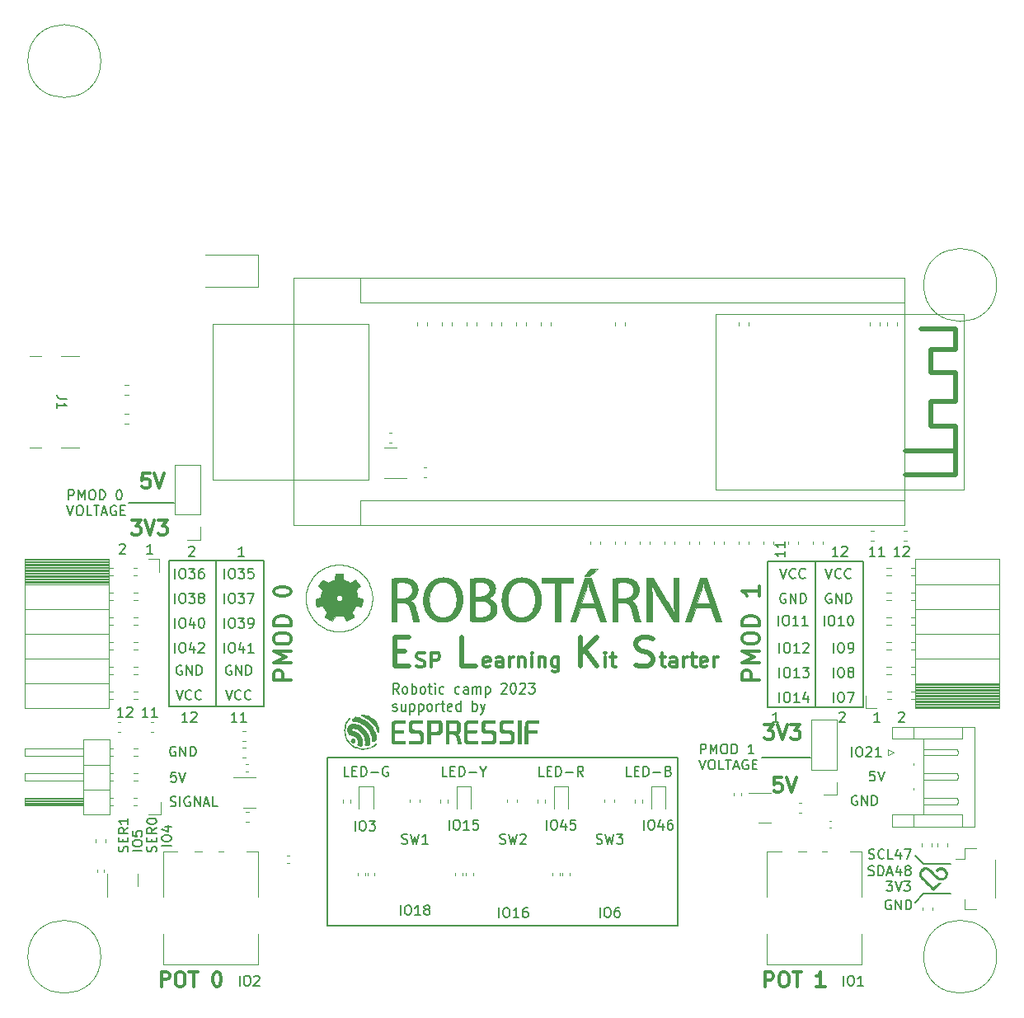
<source format=gto>
G04 #@! TF.GenerationSoftware,KiCad,Pcbnew,6.0.11-2627ca5db0~126~ubuntu22.04.1*
G04 #@! TF.CreationDate,2023-05-26T00:57:04+02:00*
G04 #@! TF.ProjectId,ELKS,454c4b53-2e6b-4696-9361-645f70636258,rev?*
G04 #@! TF.SameCoordinates,Original*
G04 #@! TF.FileFunction,Legend,Top*
G04 #@! TF.FilePolarity,Positive*
%FSLAX46Y46*%
G04 Gerber Fmt 4.6, Leading zero omitted, Abs format (unit mm)*
G04 Created by KiCad (PCBNEW 6.0.11-2627ca5db0~126~ubuntu22.04.1) date 2023-05-26 00:57:04*
%MOMM*%
%LPD*%
G01*
G04 APERTURE LIST*
%ADD10C,0.043949*%
%ADD11C,0.087899*%
%ADD12C,0.040000*%
%ADD13C,0.150000*%
%ADD14C,0.100000*%
%ADD15C,0.300000*%
%ADD16C,0.500000*%
%ADD17C,0.200000*%
%ADD18C,0.120000*%
G04 APERTURE END LIST*
D10*
X133578168Y-102054222D02*
X133565954Y-102056318D01*
X131337555Y-97877643D02*
X131509012Y-97855856D01*
X133383763Y-103104017D02*
X133395299Y-103129553D01*
X132421708Y-103223958D02*
X132396509Y-103179844D01*
X134300453Y-101387056D02*
X134300453Y-101387056D01*
X135177451Y-102120388D02*
X135131285Y-102282965D01*
D11*
X135215706Y-100573708D02*
X135245835Y-100742423D01*
X131859299Y-97838168D02*
X131859299Y-97838168D01*
D10*
X135215706Y-101954636D02*
X135177451Y-102120388D01*
X131600079Y-101126809D02*
X131606314Y-101113014D01*
X131577216Y-101216195D02*
X131579196Y-101200608D01*
X131887035Y-101559512D02*
X131871007Y-101559107D01*
X133367326Y-103071938D02*
X133383763Y-103104017D01*
X132174030Y-101369279D02*
X132167792Y-101383076D01*
X131555831Y-98788649D02*
X131641196Y-98786126D01*
D11*
X133774828Y-104105077D02*
X133635824Y-104194191D01*
D10*
X131712904Y-100989794D02*
X131725539Y-100981694D01*
X130374296Y-103192685D02*
X130637994Y-102650610D01*
X133774828Y-98423268D02*
X133909150Y-98518785D01*
D11*
X128641218Y-100086188D02*
X128702561Y-99930607D01*
D10*
X131738581Y-100974196D02*
X131752009Y-100967320D01*
X133913650Y-100110683D02*
X133876259Y-100144828D01*
X131765804Y-100961084D02*
X131779947Y-100955508D01*
X131412300Y-99386159D02*
X131498661Y-98794025D01*
X132127381Y-101049934D02*
X132136628Y-101061699D01*
X135280851Y-101440479D02*
X135267621Y-101614466D01*
X130756615Y-99691961D02*
X130793289Y-99665869D01*
X131725539Y-100981694D02*
X131738581Y-100974196D01*
X133348149Y-99481836D02*
X133389256Y-99452098D01*
X132634301Y-103567694D02*
X132625969Y-103562148D01*
X131613191Y-101099586D02*
X131620689Y-101086544D01*
D11*
X134871815Y-102897213D02*
X134789322Y-103040684D01*
D10*
X130907106Y-99592832D02*
X130946261Y-99570280D01*
X133581511Y-100428355D02*
X133579613Y-100435836D01*
X132107278Y-101027820D02*
X132117592Y-101038635D01*
D11*
X128929319Y-99487653D02*
X129018431Y-99348649D01*
D10*
X133635536Y-100574560D02*
X133651613Y-100618909D01*
X131637471Y-101061699D02*
X131646716Y-101049934D01*
X130579945Y-99604750D02*
X130622303Y-99631492D01*
X131794418Y-100950612D02*
X131809197Y-100946416D01*
D11*
X130840517Y-97992192D02*
X131003093Y-97946026D01*
D10*
X134700209Y-103179688D02*
X134604692Y-103314010D01*
X131513428Y-103071164D02*
X131513428Y-103071164D01*
X133999505Y-100016931D02*
X133993003Y-100027028D01*
X128771168Y-99778847D02*
X128846826Y-99631124D01*
X129809483Y-104009558D02*
X129680061Y-103907851D01*
X131824265Y-100942939D02*
X131839603Y-100940201D01*
X129733378Y-100002641D02*
X129754997Y-99964274D01*
D11*
X133192871Y-98107396D02*
X133344630Y-98176004D01*
D10*
X131859299Y-97838168D02*
X131859299Y-97838168D01*
X131752009Y-101528797D02*
X131738581Y-101521919D01*
X134287666Y-101367642D02*
X134294873Y-101374315D01*
D11*
X131003093Y-97946026D02*
X131168844Y-97907771D01*
D10*
X129555752Y-98728172D02*
X129680061Y-98620492D01*
D11*
X134281866Y-98841611D02*
X134395305Y-98960593D01*
D10*
X133983819Y-99961668D02*
X134003793Y-99995345D01*
X130076179Y-100623513D02*
X130092229Y-100577084D01*
D11*
X131859299Y-104690188D02*
X131682998Y-104685730D01*
D10*
X132549769Y-97907771D02*
X132715523Y-97946026D01*
X133771354Y-101200143D02*
X133798798Y-101209653D01*
X131964876Y-100946416D02*
X131979657Y-100950612D01*
X133610362Y-99477926D02*
X133643227Y-99514076D01*
X132301039Y-99368064D02*
X132304706Y-99376952D01*
X132196899Y-101216195D02*
X132198102Y-101232013D01*
X133425218Y-102300912D02*
X133404961Y-102336618D01*
X131168843Y-104620584D02*
X131003092Y-104582328D01*
X128641218Y-100086188D02*
X128702561Y-99930607D01*
X133544299Y-102069243D02*
X133544299Y-102069243D01*
X131738581Y-101521919D02*
X131725539Y-101514419D01*
D11*
X133492353Y-98251663D02*
X133635824Y-98334156D01*
X133635824Y-98334156D02*
X133774828Y-98423268D01*
D10*
X132686737Y-103556417D02*
X132648692Y-103569905D01*
X131641196Y-98786126D02*
X131745442Y-98785797D01*
X129323332Y-103567746D02*
X129215653Y-103443434D01*
X132127381Y-101446165D02*
X132117592Y-101457466D01*
X133599944Y-100486053D02*
X133618306Y-100530300D01*
X129988320Y-99642986D02*
X130022010Y-99604304D01*
X128451021Y-101614466D02*
X128437791Y-101440479D01*
X130601055Y-102619427D02*
X130565604Y-102587826D01*
X128929319Y-103040684D02*
X128846826Y-102897213D01*
X133459987Y-99405568D02*
X133487341Y-99391337D01*
X133224396Y-102811602D02*
X133273503Y-102903029D01*
D11*
X129680061Y-98620492D02*
X129809484Y-98518785D01*
D10*
X132085159Y-101007721D02*
X132096461Y-101017508D01*
X132198102Y-101232013D02*
X132198507Y-101248041D01*
X133935230Y-99886808D02*
X133960848Y-99925341D01*
X132196889Y-103080603D02*
X132140895Y-103087298D01*
D11*
X131509011Y-104672500D02*
X131337555Y-104650713D01*
D10*
X133647086Y-102054714D02*
X133608983Y-102052856D01*
X130622303Y-99631492D02*
X130661095Y-99654866D01*
X132107278Y-101468284D02*
X132096461Y-101478597D01*
X132194918Y-101295474D02*
X132192179Y-101310812D01*
X129018431Y-103179688D02*
X128929319Y-103040684D01*
D11*
X132209594Y-104672500D02*
X132035604Y-104685730D01*
D10*
X134104297Y-102106629D02*
X134074473Y-102108527D01*
X130061312Y-100670481D02*
X130076179Y-100623513D01*
D11*
X131003092Y-104582328D02*
X130840516Y-104536161D01*
D10*
X130183687Y-102070122D02*
X129557535Y-102119566D01*
D11*
X128502936Y-101954636D02*
X128472808Y-101785923D01*
D12*
G36*
X140509048Y-101194276D02*
G01*
X140521385Y-101070303D01*
X140538483Y-100949407D01*
X140560241Y-100831664D01*
X140586558Y-100717155D01*
X140617333Y-100605959D01*
X140652466Y-100498155D01*
X140691856Y-100393821D01*
X140735403Y-100293038D01*
X140783005Y-100195883D01*
X140834562Y-100102437D01*
X140889974Y-100012778D01*
X140949139Y-99926985D01*
X141011958Y-99845138D01*
X141078329Y-99767316D01*
X141148151Y-99693597D01*
X141221325Y-99624061D01*
X141297749Y-99558787D01*
X141377322Y-99497853D01*
X141459945Y-99441340D01*
X141545516Y-99389326D01*
X141633934Y-99341891D01*
X141725100Y-99299112D01*
X141818912Y-99261071D01*
X141915269Y-99227845D01*
X142014072Y-99199513D01*
X142115219Y-99176155D01*
X142218609Y-99157851D01*
X142324142Y-99144678D01*
X142431718Y-99136716D01*
X142541234Y-99134045D01*
X142653480Y-99136732D01*
X142763131Y-99144731D01*
X142870124Y-99157942D01*
X142974396Y-99176270D01*
X143075882Y-99199618D01*
X143174519Y-99227888D01*
X143270244Y-99260983D01*
X143362993Y-99298806D01*
X143452703Y-99341260D01*
X143539309Y-99388248D01*
X143622749Y-99439673D01*
X143702960Y-99495437D01*
X143779876Y-99555445D01*
X143853436Y-99619598D01*
X143923575Y-99687799D01*
X143990230Y-99759952D01*
X144053338Y-99835959D01*
X144112834Y-99915724D01*
X144168656Y-99999149D01*
X144220739Y-100086137D01*
X144269021Y-100176591D01*
X144313438Y-100270415D01*
X144353926Y-100367510D01*
X144390422Y-100467780D01*
X144422862Y-100571127D01*
X144451183Y-100677456D01*
X144475321Y-100786668D01*
X144495213Y-100898666D01*
X144510795Y-101013354D01*
X144522003Y-101130635D01*
X144528775Y-101250410D01*
X144531047Y-101372584D01*
X144528365Y-101512278D01*
X144520407Y-101647849D01*
X144507305Y-101779275D01*
X144489192Y-101906536D01*
X144466198Y-102029612D01*
X144438455Y-102148482D01*
X144406096Y-102263127D01*
X144369252Y-102373525D01*
X144328055Y-102479656D01*
X144282637Y-102581501D01*
X144233129Y-102679038D01*
X144179664Y-102772247D01*
X144122374Y-102861108D01*
X144061390Y-102945600D01*
X143996843Y-103025704D01*
X143928867Y-103101398D01*
X143857592Y-103172663D01*
X143783151Y-103239477D01*
X143705676Y-103301821D01*
X143625297Y-103359675D01*
X143542148Y-103413017D01*
X143456359Y-103461827D01*
X143368063Y-103506086D01*
X143277392Y-103545772D01*
X143184477Y-103580866D01*
X143089450Y-103611346D01*
X142992443Y-103637193D01*
X142893589Y-103658387D01*
X142793018Y-103674906D01*
X142690862Y-103686731D01*
X142587254Y-103693840D01*
X142482325Y-103696215D01*
X142373553Y-103693564D01*
X142266973Y-103685671D01*
X142162668Y-103672625D01*
X142060720Y-103654513D01*
X141961212Y-103631426D01*
X141864228Y-103603451D01*
X141769848Y-103570677D01*
X141678157Y-103533193D01*
X141589237Y-103491087D01*
X141503171Y-103444449D01*
X141420041Y-103393367D01*
X141339929Y-103337929D01*
X141262920Y-103278225D01*
X141189095Y-103214342D01*
X141118537Y-103146371D01*
X141051329Y-103074398D01*
X140987554Y-102998514D01*
X140927293Y-102918807D01*
X140870631Y-102835365D01*
X140817649Y-102748277D01*
X140768431Y-102657632D01*
X140723058Y-102563519D01*
X140681614Y-102466025D01*
X140644182Y-102365241D01*
X140610844Y-102261254D01*
X140581682Y-102154154D01*
X140556780Y-102044028D01*
X140536221Y-101930967D01*
X140520086Y-101815057D01*
X140508458Y-101696389D01*
X140501421Y-101575050D01*
X140499057Y-101451130D01*
X140499311Y-101438039D01*
X141101239Y-101438039D01*
X141102731Y-101526686D01*
X141107193Y-101614585D01*
X141114603Y-101701599D01*
X141124940Y-101787593D01*
X141138182Y-101872432D01*
X141154308Y-101955980D01*
X141173296Y-102038102D01*
X141195125Y-102118662D01*
X141219772Y-102197525D01*
X141247216Y-102274556D01*
X141277437Y-102349618D01*
X141310411Y-102422577D01*
X141346118Y-102493298D01*
X141384536Y-102561644D01*
X141425644Y-102627480D01*
X141469419Y-102690672D01*
X141515841Y-102751083D01*
X141564887Y-102808578D01*
X141616537Y-102863021D01*
X141670768Y-102914278D01*
X141727559Y-102962212D01*
X141786889Y-103006689D01*
X141848735Y-103047573D01*
X141913077Y-103084728D01*
X141979892Y-103118019D01*
X142049160Y-103147310D01*
X142120858Y-103172467D01*
X142194965Y-103193354D01*
X142271460Y-103209835D01*
X142350320Y-103221774D01*
X142431525Y-103229037D01*
X142515052Y-103231489D01*
X142598580Y-103229073D01*
X142679785Y-103221909D01*
X142758645Y-103210115D01*
X142835140Y-103193814D01*
X142909247Y-103173126D01*
X142980945Y-103148173D01*
X143050213Y-103119076D01*
X143117029Y-103085955D01*
X143181370Y-103048932D01*
X143243217Y-103008127D01*
X143302547Y-102963662D01*
X143359338Y-102915659D01*
X143413569Y-102864236D01*
X143465219Y-102809517D01*
X143514265Y-102751622D01*
X143560687Y-102690672D01*
X143604462Y-102626788D01*
X143645570Y-102560091D01*
X143719695Y-102418742D01*
X143782890Y-102267595D01*
X143834982Y-102107617D01*
X143875798Y-101939776D01*
X143905166Y-101765042D01*
X143922913Y-101584383D01*
X143928868Y-101398766D01*
X143923490Y-101232933D01*
X143907326Y-101067723D01*
X143880328Y-100904526D01*
X143862751Y-100824118D01*
X143842447Y-100744734D01*
X143819411Y-100666548D01*
X143793636Y-100589735D01*
X143765116Y-100514468D01*
X143733846Y-100440921D01*
X143699819Y-100369267D01*
X143663030Y-100299681D01*
X143623472Y-100232336D01*
X143581140Y-100167406D01*
X143536027Y-100105064D01*
X143488128Y-100045486D01*
X143437436Y-99988843D01*
X143383946Y-99935311D01*
X143327651Y-99885063D01*
X143268545Y-99838272D01*
X143206623Y-99795113D01*
X143141879Y-99755759D01*
X143074306Y-99720384D01*
X143003899Y-99689162D01*
X142930652Y-99662267D01*
X142854557Y-99639872D01*
X142775611Y-99622151D01*
X142693806Y-99609278D01*
X142609137Y-99601427D01*
X142521597Y-99598771D01*
X142434020Y-99601316D01*
X142349241Y-99608856D01*
X142267259Y-99621245D01*
X142188074Y-99638338D01*
X142111683Y-99659990D01*
X142038087Y-99686056D01*
X141967282Y-99716391D01*
X141899270Y-99750850D01*
X141834047Y-99789288D01*
X141771613Y-99831561D01*
X141711967Y-99877522D01*
X141655107Y-99927027D01*
X141601033Y-99979931D01*
X141549743Y-100036089D01*
X141501235Y-100095357D01*
X141455510Y-100157587D01*
X141412565Y-100222637D01*
X141372399Y-100290361D01*
X141300401Y-100433250D01*
X141239506Y-100585094D01*
X141189704Y-100744734D01*
X141150986Y-100911008D01*
X141123342Y-101082757D01*
X141106763Y-101258821D01*
X141101239Y-101438039D01*
X140499311Y-101438039D01*
X140501572Y-101321244D01*
X140509048Y-101194276D01*
G37*
X140509048Y-101194276D02*
X140521385Y-101070303D01*
X140538483Y-100949407D01*
X140560241Y-100831664D01*
X140586558Y-100717155D01*
X140617333Y-100605959D01*
X140652466Y-100498155D01*
X140691856Y-100393821D01*
X140735403Y-100293038D01*
X140783005Y-100195883D01*
X140834562Y-100102437D01*
X140889974Y-100012778D01*
X140949139Y-99926985D01*
X141011958Y-99845138D01*
X141078329Y-99767316D01*
X141148151Y-99693597D01*
X141221325Y-99624061D01*
X141297749Y-99558787D01*
X141377322Y-99497853D01*
X141459945Y-99441340D01*
X141545516Y-99389326D01*
X141633934Y-99341891D01*
X141725100Y-99299112D01*
X141818912Y-99261071D01*
X141915269Y-99227845D01*
X142014072Y-99199513D01*
X142115219Y-99176155D01*
X142218609Y-99157851D01*
X142324142Y-99144678D01*
X142431718Y-99136716D01*
X142541234Y-99134045D01*
X142653480Y-99136732D01*
X142763131Y-99144731D01*
X142870124Y-99157942D01*
X142974396Y-99176270D01*
X143075882Y-99199618D01*
X143174519Y-99227888D01*
X143270244Y-99260983D01*
X143362993Y-99298806D01*
X143452703Y-99341260D01*
X143539309Y-99388248D01*
X143622749Y-99439673D01*
X143702960Y-99495437D01*
X143779876Y-99555445D01*
X143853436Y-99619598D01*
X143923575Y-99687799D01*
X143990230Y-99759952D01*
X144053338Y-99835959D01*
X144112834Y-99915724D01*
X144168656Y-99999149D01*
X144220739Y-100086137D01*
X144269021Y-100176591D01*
X144313438Y-100270415D01*
X144353926Y-100367510D01*
X144390422Y-100467780D01*
X144422862Y-100571127D01*
X144451183Y-100677456D01*
X144475321Y-100786668D01*
X144495213Y-100898666D01*
X144510795Y-101013354D01*
X144522003Y-101130635D01*
X144528775Y-101250410D01*
X144531047Y-101372584D01*
X144528365Y-101512278D01*
X144520407Y-101647849D01*
X144507305Y-101779275D01*
X144489192Y-101906536D01*
X144466198Y-102029612D01*
X144438455Y-102148482D01*
X144406096Y-102263127D01*
X144369252Y-102373525D01*
X144328055Y-102479656D01*
X144282637Y-102581501D01*
X144233129Y-102679038D01*
X144179664Y-102772247D01*
X144122374Y-102861108D01*
X144061390Y-102945600D01*
X143996843Y-103025704D01*
X143928867Y-103101398D01*
X143857592Y-103172663D01*
X143783151Y-103239477D01*
X143705676Y-103301821D01*
X143625297Y-103359675D01*
X143542148Y-103413017D01*
X143456359Y-103461827D01*
X143368063Y-103506086D01*
X143277392Y-103545772D01*
X143184477Y-103580866D01*
X143089450Y-103611346D01*
X142992443Y-103637193D01*
X142893589Y-103658387D01*
X142793018Y-103674906D01*
X142690862Y-103686731D01*
X142587254Y-103693840D01*
X142482325Y-103696215D01*
X142373553Y-103693564D01*
X142266973Y-103685671D01*
X142162668Y-103672625D01*
X142060720Y-103654513D01*
X141961212Y-103631426D01*
X141864228Y-103603451D01*
X141769848Y-103570677D01*
X141678157Y-103533193D01*
X141589237Y-103491087D01*
X141503171Y-103444449D01*
X141420041Y-103393367D01*
X141339929Y-103337929D01*
X141262920Y-103278225D01*
X141189095Y-103214342D01*
X141118537Y-103146371D01*
X141051329Y-103074398D01*
X140987554Y-102998514D01*
X140927293Y-102918807D01*
X140870631Y-102835365D01*
X140817649Y-102748277D01*
X140768431Y-102657632D01*
X140723058Y-102563519D01*
X140681614Y-102466025D01*
X140644182Y-102365241D01*
X140610844Y-102261254D01*
X140581682Y-102154154D01*
X140556780Y-102044028D01*
X140536221Y-101930967D01*
X140520086Y-101815057D01*
X140508458Y-101696389D01*
X140501421Y-101575050D01*
X140499057Y-101451130D01*
X140499311Y-101438039D01*
X141101239Y-101438039D01*
X141102731Y-101526686D01*
X141107193Y-101614585D01*
X141114603Y-101701599D01*
X141124940Y-101787593D01*
X141138182Y-101872432D01*
X141154308Y-101955980D01*
X141173296Y-102038102D01*
X141195125Y-102118662D01*
X141219772Y-102197525D01*
X141247216Y-102274556D01*
X141277437Y-102349618D01*
X141310411Y-102422577D01*
X141346118Y-102493298D01*
X141384536Y-102561644D01*
X141425644Y-102627480D01*
X141469419Y-102690672D01*
X141515841Y-102751083D01*
X141564887Y-102808578D01*
X141616537Y-102863021D01*
X141670768Y-102914278D01*
X141727559Y-102962212D01*
X141786889Y-103006689D01*
X141848735Y-103047573D01*
X141913077Y-103084728D01*
X141979892Y-103118019D01*
X142049160Y-103147310D01*
X142120858Y-103172467D01*
X142194965Y-103193354D01*
X142271460Y-103209835D01*
X142350320Y-103221774D01*
X142431525Y-103229037D01*
X142515052Y-103231489D01*
X142598580Y-103229073D01*
X142679785Y-103221909D01*
X142758645Y-103210115D01*
X142835140Y-103193814D01*
X142909247Y-103173126D01*
X142980945Y-103148173D01*
X143050213Y-103119076D01*
X143117029Y-103085955D01*
X143181370Y-103048932D01*
X143243217Y-103008127D01*
X143302547Y-102963662D01*
X143359338Y-102915659D01*
X143413569Y-102864236D01*
X143465219Y-102809517D01*
X143514265Y-102751622D01*
X143560687Y-102690672D01*
X143604462Y-102626788D01*
X143645570Y-102560091D01*
X143719695Y-102418742D01*
X143782890Y-102267595D01*
X143834982Y-102107617D01*
X143875798Y-101939776D01*
X143905166Y-101765042D01*
X143922913Y-101584383D01*
X143928868Y-101398766D01*
X143923490Y-101232933D01*
X143907326Y-101067723D01*
X143880328Y-100904526D01*
X143862751Y-100824118D01*
X143842447Y-100744734D01*
X143819411Y-100666548D01*
X143793636Y-100589735D01*
X143765116Y-100514468D01*
X143733846Y-100440921D01*
X143699819Y-100369267D01*
X143663030Y-100299681D01*
X143623472Y-100232336D01*
X143581140Y-100167406D01*
X143536027Y-100105064D01*
X143488128Y-100045486D01*
X143437436Y-99988843D01*
X143383946Y-99935311D01*
X143327651Y-99885063D01*
X143268545Y-99838272D01*
X143206623Y-99795113D01*
X143141879Y-99755759D01*
X143074306Y-99720384D01*
X143003899Y-99689162D01*
X142930652Y-99662267D01*
X142854557Y-99639872D01*
X142775611Y-99622151D01*
X142693806Y-99609278D01*
X142609137Y-99601427D01*
X142521597Y-99598771D01*
X142434020Y-99601316D01*
X142349241Y-99608856D01*
X142267259Y-99621245D01*
X142188074Y-99638338D01*
X142111683Y-99659990D01*
X142038087Y-99686056D01*
X141967282Y-99716391D01*
X141899270Y-99750850D01*
X141834047Y-99789288D01*
X141771613Y-99831561D01*
X141711967Y-99877522D01*
X141655107Y-99927027D01*
X141601033Y-99979931D01*
X141549743Y-100036089D01*
X141501235Y-100095357D01*
X141455510Y-100157587D01*
X141412565Y-100222637D01*
X141372399Y-100290361D01*
X141300401Y-100433250D01*
X141239506Y-100585094D01*
X141189704Y-100744734D01*
X141150986Y-100911008D01*
X141123342Y-101082757D01*
X141106763Y-101258821D01*
X141101239Y-101438039D01*
X140499311Y-101438039D01*
X140501572Y-101321244D01*
X140509048Y-101194276D01*
D10*
X129543506Y-102083089D02*
X129530498Y-102043467D01*
X134162884Y-98728172D02*
X134281866Y-98841611D01*
X132048544Y-100981694D02*
X132061181Y-100989794D01*
X131774489Y-103101609D02*
X131730239Y-103099028D01*
D11*
X135177451Y-100407954D02*
X135215706Y-100573708D01*
X128437791Y-101087873D02*
X128451021Y-100913883D01*
X132878102Y-104536161D02*
X132715523Y-104582328D01*
D10*
X131628789Y-101073909D02*
X131637471Y-101061699D01*
X130793289Y-99665869D02*
X130830606Y-99640641D01*
X133233409Y-102567684D02*
X133202218Y-102598397D01*
X131863795Y-103103687D02*
X131863795Y-103103687D01*
D13*
X191900000Y-128600000D02*
X191000000Y-127700000D01*
D10*
X129433026Y-101387056D02*
X129433026Y-101387056D01*
X133973498Y-100050939D02*
X133946555Y-100079106D01*
X132073393Y-101497633D02*
X132061181Y-101506317D01*
X131579196Y-101295474D02*
X131577216Y-101279886D01*
X134700209Y-99348649D02*
X134789322Y-99487653D01*
X134947473Y-99778847D02*
X135016081Y-99930607D01*
X133010354Y-99713257D02*
X133019961Y-99710727D01*
X132878102Y-104536161D02*
X132715523Y-104582328D01*
X133739249Y-102065484D02*
X133690999Y-102059142D01*
D12*
G36*
X137333609Y-99252527D02*
G01*
X137457780Y-99235089D01*
X137590390Y-99219493D01*
X137729519Y-99206044D01*
X137873250Y-99195050D01*
X138019666Y-99186817D01*
X138166849Y-99181652D01*
X138312881Y-99179862D01*
X138424582Y-99181245D01*
X138531489Y-99185398D01*
X138633716Y-99192332D01*
X138731380Y-99202055D01*
X138824595Y-99214579D01*
X138913477Y-99229912D01*
X138998139Y-99248064D01*
X139078698Y-99269044D01*
X139155268Y-99292862D01*
X139227964Y-99319528D01*
X139296902Y-99349051D01*
X139362197Y-99381441D01*
X139423963Y-99416708D01*
X139482316Y-99454860D01*
X139537370Y-99495908D01*
X139589241Y-99539861D01*
X139628733Y-99577892D01*
X139666163Y-99618292D01*
X139701465Y-99660973D01*
X139734571Y-99705850D01*
X139765414Y-99752836D01*
X139793927Y-99801845D01*
X139820043Y-99852791D01*
X139843695Y-99905588D01*
X139864816Y-99960149D01*
X139883339Y-100016387D01*
X139899196Y-100074218D01*
X139912320Y-100133553D01*
X139922645Y-100194308D01*
X139930103Y-100256395D01*
X139934627Y-100319729D01*
X139936150Y-100384223D01*
X139935084Y-100437666D01*
X139931922Y-100489989D01*
X139926712Y-100541185D01*
X139919505Y-100591248D01*
X139910352Y-100640170D01*
X139899303Y-100687944D01*
X139886408Y-100734562D01*
X139871718Y-100780018D01*
X139855283Y-100824304D01*
X139837153Y-100867413D01*
X139817379Y-100909338D01*
X139796011Y-100950071D01*
X139773099Y-100989606D01*
X139748694Y-101027936D01*
X139722846Y-101065052D01*
X139695605Y-101100949D01*
X139667022Y-101135618D01*
X139637147Y-101169052D01*
X139606030Y-101201246D01*
X139573722Y-101232190D01*
X139540273Y-101261878D01*
X139505733Y-101290303D01*
X139433583Y-101343334D01*
X139357674Y-101391227D01*
X139278410Y-101433922D01*
X139196193Y-101471363D01*
X139111425Y-101503493D01*
X139111425Y-101523129D01*
X139172489Y-101547509D01*
X139230534Y-101576413D01*
X139285606Y-101609767D01*
X139337753Y-101647493D01*
X139387025Y-101689514D01*
X139433468Y-101735754D01*
X139477130Y-101786136D01*
X139518060Y-101840583D01*
X139556305Y-101899019D01*
X139591913Y-101961367D01*
X139624933Y-102027550D01*
X139655412Y-102097492D01*
X139683398Y-102171115D01*
X139708938Y-102248343D01*
X139732082Y-102329100D01*
X139752877Y-102413309D01*
X139853922Y-102838149D01*
X139899689Y-103021958D01*
X139942695Y-103185671D01*
X139983246Y-103328520D01*
X140021649Y-103449738D01*
X140040141Y-103501996D01*
X140058212Y-103548559D01*
X140075898Y-103589330D01*
X140093240Y-103624215D01*
X139504151Y-103624215D01*
X139475936Y-103563900D01*
X139445344Y-103481647D01*
X139412451Y-103378224D01*
X139377333Y-103254398D01*
X139340067Y-103110935D01*
X139300731Y-102948603D01*
X139259400Y-102768169D01*
X139216152Y-102570399D01*
X139190262Y-102460671D01*
X139161525Y-102359590D01*
X139129701Y-102266909D01*
X139112556Y-102223640D01*
X139094550Y-102182378D01*
X139075652Y-102143090D01*
X139055832Y-102105747D01*
X139035060Y-102070316D01*
X139013307Y-102036767D01*
X138990542Y-102005069D01*
X138966736Y-101975190D01*
X138941859Y-101947099D01*
X138915880Y-101920765D01*
X138888769Y-101896157D01*
X138860498Y-101873243D01*
X138831035Y-101851993D01*
X138800350Y-101832376D01*
X138768415Y-101814359D01*
X138735198Y-101797913D01*
X138700670Y-101783006D01*
X138664801Y-101769606D01*
X138627560Y-101757683D01*
X138588919Y-101747205D01*
X138548847Y-101738142D01*
X138507314Y-101730461D01*
X138419744Y-101719125D01*
X138325972Y-101712947D01*
X137789247Y-101712947D01*
X137789247Y-103624215D01*
X137219793Y-103624215D01*
X137219793Y-101280948D01*
X137789247Y-101280948D01*
X138371790Y-101280948D01*
X138428201Y-101279975D01*
X138483278Y-101277076D01*
X138536991Y-101272281D01*
X138589311Y-101265620D01*
X138640206Y-101257123D01*
X138689648Y-101246819D01*
X138737606Y-101234740D01*
X138784050Y-101220914D01*
X138828951Y-101205372D01*
X138872278Y-101188144D01*
X138914001Y-101169259D01*
X138954091Y-101148748D01*
X138992518Y-101126641D01*
X139029250Y-101102967D01*
X139064260Y-101077756D01*
X139097516Y-101051039D01*
X139128988Y-101022846D01*
X139158648Y-100993206D01*
X139186463Y-100962149D01*
X139212406Y-100929706D01*
X139236446Y-100895906D01*
X139258552Y-100860779D01*
X139278695Y-100824356D01*
X139296845Y-100786665D01*
X139312972Y-100747738D01*
X139327046Y-100707604D01*
X139339037Y-100666293D01*
X139348915Y-100623835D01*
X139356650Y-100580260D01*
X139362212Y-100535597D01*
X139365571Y-100489878D01*
X139366697Y-100443132D01*
X139365496Y-100390683D01*
X139361919Y-100340100D01*
X139356008Y-100291371D01*
X139347802Y-100244481D01*
X139337344Y-100199417D01*
X139324673Y-100156167D01*
X139309830Y-100114717D01*
X139292856Y-100075053D01*
X139273793Y-100037164D01*
X139252679Y-100001035D01*
X139229557Y-99966654D01*
X139204467Y-99934007D01*
X139177450Y-99903081D01*
X139148547Y-99873863D01*
X139117798Y-99846339D01*
X139085243Y-99820497D01*
X139050925Y-99796323D01*
X139014883Y-99773805D01*
X138977158Y-99752928D01*
X138937792Y-99733681D01*
X138896824Y-99716048D01*
X138854296Y-99700019D01*
X138764721Y-99672713D01*
X138669394Y-99651660D01*
X138568639Y-99636752D01*
X138462784Y-99627884D01*
X138352154Y-99624952D01*
X138253065Y-99625847D01*
X138162030Y-99628429D01*
X138079125Y-99632546D01*
X138004428Y-99638043D01*
X137938014Y-99644768D01*
X137879962Y-99652566D01*
X137830347Y-99661285D01*
X137808728Y-99665941D01*
X137789247Y-99670771D01*
X137789247Y-101280948D01*
X137219793Y-101280948D01*
X137219792Y-99271498D01*
X137333609Y-99252527D01*
G37*
X137333609Y-99252527D02*
X137457780Y-99235089D01*
X137590390Y-99219493D01*
X137729519Y-99206044D01*
X137873250Y-99195050D01*
X138019666Y-99186817D01*
X138166849Y-99181652D01*
X138312881Y-99179862D01*
X138424582Y-99181245D01*
X138531489Y-99185398D01*
X138633716Y-99192332D01*
X138731380Y-99202055D01*
X138824595Y-99214579D01*
X138913477Y-99229912D01*
X138998139Y-99248064D01*
X139078698Y-99269044D01*
X139155268Y-99292862D01*
X139227964Y-99319528D01*
X139296902Y-99349051D01*
X139362197Y-99381441D01*
X139423963Y-99416708D01*
X139482316Y-99454860D01*
X139537370Y-99495908D01*
X139589241Y-99539861D01*
X139628733Y-99577892D01*
X139666163Y-99618292D01*
X139701465Y-99660973D01*
X139734571Y-99705850D01*
X139765414Y-99752836D01*
X139793927Y-99801845D01*
X139820043Y-99852791D01*
X139843695Y-99905588D01*
X139864816Y-99960149D01*
X139883339Y-100016387D01*
X139899196Y-100074218D01*
X139912320Y-100133553D01*
X139922645Y-100194308D01*
X139930103Y-100256395D01*
X139934627Y-100319729D01*
X139936150Y-100384223D01*
X139935084Y-100437666D01*
X139931922Y-100489989D01*
X139926712Y-100541185D01*
X139919505Y-100591248D01*
X139910352Y-100640170D01*
X139899303Y-100687944D01*
X139886408Y-100734562D01*
X139871718Y-100780018D01*
X139855283Y-100824304D01*
X139837153Y-100867413D01*
X139817379Y-100909338D01*
X139796011Y-100950071D01*
X139773099Y-100989606D01*
X139748694Y-101027936D01*
X139722846Y-101065052D01*
X139695605Y-101100949D01*
X139667022Y-101135618D01*
X139637147Y-101169052D01*
X139606030Y-101201246D01*
X139573722Y-101232190D01*
X139540273Y-101261878D01*
X139505733Y-101290303D01*
X139433583Y-101343334D01*
X139357674Y-101391227D01*
X139278410Y-101433922D01*
X139196193Y-101471363D01*
X139111425Y-101503493D01*
X139111425Y-101523129D01*
X139172489Y-101547509D01*
X139230534Y-101576413D01*
X139285606Y-101609767D01*
X139337753Y-101647493D01*
X139387025Y-101689514D01*
X139433468Y-101735754D01*
X139477130Y-101786136D01*
X139518060Y-101840583D01*
X139556305Y-101899019D01*
X139591913Y-101961367D01*
X139624933Y-102027550D01*
X139655412Y-102097492D01*
X139683398Y-102171115D01*
X139708938Y-102248343D01*
X139732082Y-102329100D01*
X139752877Y-102413309D01*
X139853922Y-102838149D01*
X139899689Y-103021958D01*
X139942695Y-103185671D01*
X139983246Y-103328520D01*
X140021649Y-103449738D01*
X140040141Y-103501996D01*
X140058212Y-103548559D01*
X140075898Y-103589330D01*
X140093240Y-103624215D01*
X139504151Y-103624215D01*
X139475936Y-103563900D01*
X139445344Y-103481647D01*
X139412451Y-103378224D01*
X139377333Y-103254398D01*
X139340067Y-103110935D01*
X139300731Y-102948603D01*
X139259400Y-102768169D01*
X139216152Y-102570399D01*
X139190262Y-102460671D01*
X139161525Y-102359590D01*
X139129701Y-102266909D01*
X139112556Y-102223640D01*
X139094550Y-102182378D01*
X139075652Y-102143090D01*
X139055832Y-102105747D01*
X139035060Y-102070316D01*
X139013307Y-102036767D01*
X138990542Y-102005069D01*
X138966736Y-101975190D01*
X138941859Y-101947099D01*
X138915880Y-101920765D01*
X138888769Y-101896157D01*
X138860498Y-101873243D01*
X138831035Y-101851993D01*
X138800350Y-101832376D01*
X138768415Y-101814359D01*
X138735198Y-101797913D01*
X138700670Y-101783006D01*
X138664801Y-101769606D01*
X138627560Y-101757683D01*
X138588919Y-101747205D01*
X138548847Y-101738142D01*
X138507314Y-101730461D01*
X138419744Y-101719125D01*
X138325972Y-101712947D01*
X137789247Y-101712947D01*
X137789247Y-103624215D01*
X137219793Y-103624215D01*
X137219793Y-101280948D01*
X137789247Y-101280948D01*
X138371790Y-101280948D01*
X138428201Y-101279975D01*
X138483278Y-101277076D01*
X138536991Y-101272281D01*
X138589311Y-101265620D01*
X138640206Y-101257123D01*
X138689648Y-101246819D01*
X138737606Y-101234740D01*
X138784050Y-101220914D01*
X138828951Y-101205372D01*
X138872278Y-101188144D01*
X138914001Y-101169259D01*
X138954091Y-101148748D01*
X138992518Y-101126641D01*
X139029250Y-101102967D01*
X139064260Y-101077756D01*
X139097516Y-101051039D01*
X139128988Y-101022846D01*
X139158648Y-100993206D01*
X139186463Y-100962149D01*
X139212406Y-100929706D01*
X139236446Y-100895906D01*
X139258552Y-100860779D01*
X139278695Y-100824356D01*
X139296845Y-100786665D01*
X139312972Y-100747738D01*
X139327046Y-100707604D01*
X139339037Y-100666293D01*
X139348915Y-100623835D01*
X139356650Y-100580260D01*
X139362212Y-100535597D01*
X139365571Y-100489878D01*
X139366697Y-100443132D01*
X139365496Y-100390683D01*
X139361919Y-100340100D01*
X139356008Y-100291371D01*
X139347802Y-100244481D01*
X139337344Y-100199417D01*
X139324673Y-100156167D01*
X139309830Y-100114717D01*
X139292856Y-100075053D01*
X139273793Y-100037164D01*
X139252679Y-100001035D01*
X139229557Y-99966654D01*
X139204467Y-99934007D01*
X139177450Y-99903081D01*
X139148547Y-99873863D01*
X139117798Y-99846339D01*
X139085243Y-99820497D01*
X139050925Y-99796323D01*
X139014883Y-99773805D01*
X138977158Y-99752928D01*
X138937792Y-99733681D01*
X138896824Y-99716048D01*
X138854296Y-99700019D01*
X138764721Y-99672713D01*
X138669394Y-99651660D01*
X138568639Y-99636752D01*
X138462784Y-99627884D01*
X138352154Y-99624952D01*
X138253065Y-99625847D01*
X138162030Y-99628429D01*
X138079125Y-99632546D01*
X138004428Y-99638043D01*
X137938014Y-99644768D01*
X137879962Y-99652566D01*
X137830347Y-99661285D01*
X137808728Y-99665941D01*
X137789247Y-99670771D01*
X137789247Y-101280948D01*
X137219793Y-101280948D01*
X137219792Y-99271498D01*
X137333609Y-99252527D01*
D10*
X129891267Y-99763186D02*
X129922747Y-99722645D01*
X132928082Y-103442325D02*
X132823988Y-103495540D01*
X131712904Y-101506317D02*
X131700694Y-101497633D01*
X130543200Y-103298934D02*
X130449909Y-103242947D01*
X133400889Y-103147305D02*
X133401126Y-103152874D01*
X132717264Y-99536044D02*
X132759235Y-99558133D01*
D11*
X132381054Y-104650713D02*
X132209594Y-104672500D01*
D10*
X132035604Y-97842626D02*
X132209594Y-97855856D01*
X133492353Y-104276685D02*
X133344630Y-104352345D01*
X132279512Y-98977678D02*
X132283701Y-99084812D01*
D11*
X134789322Y-103040684D02*
X134700209Y-103179688D01*
D10*
X134395305Y-103567746D02*
X134281866Y-103686729D01*
X131887035Y-100936613D02*
X131887035Y-100936613D01*
X133640402Y-100356326D02*
X133612954Y-100384803D01*
X133362273Y-102405842D02*
X133339437Y-102439426D01*
D11*
X128641218Y-102442151D02*
X128587357Y-102282965D01*
D10*
X131646716Y-101446165D02*
X131637471Y-101434398D01*
X131871007Y-100937018D02*
X131887035Y-100936613D01*
X130245427Y-99402001D02*
X130256643Y-99405895D01*
D11*
X131859299Y-104690188D02*
X131859299Y-104690188D01*
D10*
X133876259Y-100144828D02*
X133793928Y-100217440D01*
X132313840Y-99385851D02*
X132360748Y-99398019D01*
D11*
X129809483Y-104009558D02*
X129680061Y-103907851D01*
D10*
X133834381Y-101220438D02*
X134025378Y-101272913D01*
X128433333Y-101264178D02*
X128433333Y-101264178D01*
X132289702Y-99287612D02*
X132293037Y-99326159D01*
X131600079Y-101369279D02*
X131594503Y-101355134D01*
D11*
X132715523Y-104582328D02*
X132549769Y-104620584D01*
D10*
X132188701Y-101325882D02*
X132184504Y-101340662D01*
X130681332Y-98046054D02*
X130840517Y-97992192D01*
X129113947Y-103314010D02*
X129018431Y-103179688D01*
D11*
X135285309Y-101264178D02*
X135280851Y-101440479D01*
D10*
X132881291Y-99630444D02*
X132920635Y-99656507D01*
X131903063Y-101559107D02*
X131887035Y-101559512D01*
X131575608Y-101248041D02*
X131576013Y-101232013D01*
X134125178Y-102100755D02*
X134115947Y-102104230D01*
D14*
X199400000Y-138100000D02*
G75*
G03*
X199400000Y-138100000I-3750000J0D01*
G01*
D10*
X131606314Y-101383076D02*
X131600079Y-101369279D01*
X134025378Y-101272913D02*
X134127155Y-101302354D01*
X130373995Y-104352345D02*
X130226274Y-104276685D01*
X130047644Y-100717971D02*
X130061312Y-100670481D01*
X133736365Y-100985997D02*
X133741178Y-101034559D01*
X132304182Y-103064747D02*
X132297095Y-103064484D01*
X130206156Y-102113465D02*
X130183687Y-102070122D01*
X133192870Y-104420954D02*
X133037289Y-104482298D01*
X130637994Y-102650610D02*
X130601055Y-102619427D01*
X133993899Y-102103016D02*
X133946100Y-102096915D01*
X134281866Y-98841611D02*
X134395305Y-98960593D01*
X134277789Y-101360795D02*
X134287666Y-101367642D01*
X130318083Y-99437191D02*
X130356648Y-99460284D01*
X132252773Y-98818894D02*
X132258095Y-98832011D01*
X133019961Y-99710727D02*
X133031402Y-99706127D01*
X129530498Y-102043467D02*
X129518470Y-102001106D01*
X133960848Y-99925341D02*
X133983819Y-99961668D01*
X133329539Y-103204310D02*
X133242087Y-103260581D01*
X131150500Y-99471622D02*
X131192939Y-99454811D01*
X131628789Y-101422186D02*
X131620689Y-101409549D01*
D11*
X134502985Y-103443434D02*
X134395305Y-103567746D01*
X134947473Y-102749490D02*
X134871815Y-102897213D01*
X132209594Y-97855856D02*
X132381054Y-97877643D01*
D10*
X133608983Y-102052856D02*
X133578168Y-102054222D01*
D11*
X134604692Y-99214328D02*
X134700209Y-99348649D01*
X130681332Y-98046054D02*
X130840517Y-97992192D01*
D10*
X133515162Y-99384885D02*
X133520346Y-99387346D01*
D11*
X135077423Y-102442151D02*
X135016081Y-102597731D01*
D10*
X128541191Y-102120388D02*
X128502936Y-101954636D01*
X129804474Y-99885034D02*
X129831929Y-99844599D01*
D11*
X129018431Y-99348649D02*
X129113948Y-99214328D01*
D10*
X134005085Y-100000985D02*
X134003594Y-100008215D01*
D11*
X132035604Y-104685730D02*
X131859299Y-104690188D01*
D10*
X133399485Y-103156031D02*
X133399485Y-103156031D01*
X133585979Y-100419406D02*
X133581511Y-100428355D01*
X130276507Y-102236496D02*
X130252492Y-102196596D01*
X129557535Y-102119566D02*
X129557535Y-102119566D01*
X131809197Y-101549706D02*
X131794418Y-101545509D01*
X132575041Y-103498207D02*
X132551317Y-103459559D01*
D11*
X129215653Y-99084904D02*
X129323333Y-98960593D01*
D10*
X133426913Y-99426248D02*
X133459987Y-99405568D01*
X131994129Y-100955508D02*
X132008273Y-100961084D01*
X135267621Y-101614466D02*
X135245835Y-101785923D01*
X130467436Y-102489957D02*
X130437191Y-102456124D01*
X133798798Y-101209653D02*
X133834381Y-101220438D01*
X130236168Y-99399964D02*
X130245427Y-99402001D01*
X130661095Y-99654866D02*
X130695122Y-99673736D01*
X132022070Y-100967320D02*
X132035500Y-100974196D01*
D11*
X134947473Y-99778847D02*
X135016081Y-99930607D01*
D10*
X131839603Y-100940201D02*
X131855190Y-100938221D01*
D11*
X134789322Y-99487653D02*
X134871815Y-99631124D01*
D10*
X135280851Y-101087873D02*
X135285309Y-101264178D01*
X129991828Y-101012880D02*
X129997924Y-100962631D01*
X130723183Y-99686965D02*
X130734603Y-99691110D01*
D11*
X129323333Y-98960593D02*
X129436771Y-98841611D01*
D10*
X133946555Y-100079106D02*
X133913650Y-100110683D01*
X133262523Y-102536464D02*
X133233409Y-102567684D01*
D11*
X135285309Y-101264178D02*
X135285309Y-101264178D01*
D10*
X133464569Y-102227142D02*
X133425218Y-102300912D01*
D12*
G36*
X157779017Y-99212590D02*
G01*
X159284468Y-103624215D01*
X158675737Y-103624215D01*
X158204469Y-102236582D01*
X156640107Y-102236582D01*
X156181929Y-103624215D01*
X155592839Y-103624215D01*
X156218248Y-101791493D01*
X156757927Y-101791493D01*
X158093196Y-101791493D01*
X157654649Y-100521678D01*
X157619302Y-100414867D01*
X157586640Y-100310280D01*
X157556278Y-100207688D01*
X157527834Y-100106861D01*
X157475164Y-99909577D01*
X157425563Y-99716589D01*
X157412467Y-99716589D01*
X157362968Y-99911315D01*
X157311014Y-100110951D01*
X157283349Y-100211843D01*
X157254151Y-100313042D01*
X157223111Y-100414240D01*
X157189924Y-100515132D01*
X156757927Y-101791493D01*
X156218248Y-101791493D01*
X157098289Y-99212590D01*
X157779017Y-99212590D01*
G37*
X157779017Y-99212590D02*
X159284468Y-103624215D01*
X158675737Y-103624215D01*
X158204469Y-102236582D01*
X156640107Y-102236582D01*
X156181929Y-103624215D01*
X155592839Y-103624215D01*
X156218248Y-101791493D01*
X156757927Y-101791493D01*
X158093196Y-101791493D01*
X157654649Y-100521678D01*
X157619302Y-100414867D01*
X157586640Y-100310280D01*
X157556278Y-100207688D01*
X157527834Y-100106861D01*
X157475164Y-99909577D01*
X157425563Y-99716589D01*
X157412467Y-99716589D01*
X157362968Y-99911315D01*
X157311014Y-100110951D01*
X157283349Y-100211843D01*
X157254151Y-100313042D01*
X157223111Y-100414240D01*
X157189924Y-100515132D01*
X156757927Y-101791493D01*
X156218248Y-101791493D01*
X157098289Y-99212590D01*
X157779017Y-99212590D01*
D10*
X130301188Y-102275362D02*
X130276507Y-102236496D01*
D12*
G36*
X145370704Y-99256912D02*
G01*
X145482999Y-99237851D01*
X145605727Y-99221091D01*
X145737044Y-99206862D01*
X145875112Y-99195395D01*
X146018089Y-99186919D01*
X146164134Y-99181665D01*
X146311405Y-99179862D01*
X146415826Y-99181019D01*
X146515644Y-99184516D01*
X146611014Y-99190390D01*
X146702087Y-99198680D01*
X146789019Y-99209426D01*
X146871962Y-99222663D01*
X146951070Y-99238433D01*
X147026496Y-99256771D01*
X147098394Y-99277718D01*
X147166917Y-99301311D01*
X147232218Y-99327589D01*
X147294451Y-99356589D01*
X147353769Y-99388351D01*
X147410325Y-99422913D01*
X147464274Y-99460313D01*
X147515768Y-99500589D01*
X147557711Y-99533570D01*
X147597573Y-99568690D01*
X147635269Y-99605938D01*
X147670711Y-99645305D01*
X147703814Y-99686781D01*
X147734491Y-99730357D01*
X147762655Y-99776023D01*
X147788222Y-99823770D01*
X147811104Y-99873588D01*
X147831215Y-99925467D01*
X147848468Y-99979398D01*
X147862778Y-100035372D01*
X147874059Y-100093378D01*
X147882223Y-100153407D01*
X147887184Y-100215450D01*
X147888858Y-100279496D01*
X147888017Y-100319819D01*
X147885511Y-100359769D01*
X147881361Y-100399319D01*
X147875588Y-100438440D01*
X147868213Y-100477107D01*
X147859259Y-100515290D01*
X147848747Y-100552963D01*
X147836699Y-100590098D01*
X147823135Y-100626667D01*
X147808078Y-100662642D01*
X147791550Y-100697997D01*
X147773571Y-100732704D01*
X147754164Y-100766734D01*
X147733349Y-100800061D01*
X147711149Y-100832657D01*
X147687586Y-100864495D01*
X147662679Y-100895546D01*
X147636453Y-100925783D01*
X147608927Y-100955179D01*
X147580123Y-100983706D01*
X147550063Y-101011336D01*
X147518769Y-101038043D01*
X147486262Y-101063798D01*
X147452564Y-101088573D01*
X147417696Y-101112342D01*
X147381679Y-101135077D01*
X147306289Y-101177333D01*
X147226564Y-101215121D01*
X147142678Y-101248221D01*
X147142678Y-101267857D01*
X147221930Y-101289195D01*
X147302045Y-101316449D01*
X147382198Y-101349705D01*
X147461564Y-101389050D01*
X147539320Y-101434569D01*
X147614641Y-101486350D01*
X147686701Y-101544477D01*
X147754677Y-101609038D01*
X147786876Y-101643758D01*
X147817744Y-101680119D01*
X147847179Y-101718132D01*
X147875077Y-101757806D01*
X147901336Y-101799154D01*
X147925852Y-101842186D01*
X147948523Y-101886912D01*
X147969245Y-101933344D01*
X147987915Y-101981492D01*
X148004430Y-102031368D01*
X148018687Y-102082981D01*
X148030582Y-102136342D01*
X148040014Y-102191463D01*
X148046879Y-102248355D01*
X148051073Y-102307027D01*
X148052494Y-102367491D01*
X148050748Y-102437675D01*
X148045578Y-102505866D01*
X148037091Y-102572061D01*
X148025392Y-102636263D01*
X148010586Y-102698470D01*
X147992780Y-102758683D01*
X147972077Y-102816902D01*
X147948585Y-102873126D01*
X147922408Y-102927356D01*
X147893652Y-102979591D01*
X147862422Y-103029833D01*
X147828824Y-103078080D01*
X147792963Y-103124332D01*
X147754945Y-103168591D01*
X147714875Y-103210855D01*
X147672859Y-103251125D01*
X147614097Y-103302138D01*
X147550694Y-103349652D01*
X147482612Y-103393694D01*
X147409813Y-103434295D01*
X147332259Y-103471482D01*
X147249910Y-103505285D01*
X147162729Y-103535732D01*
X147070678Y-103562851D01*
X146973717Y-103586673D01*
X146871809Y-103607225D01*
X146764915Y-103624536D01*
X146652997Y-103638635D01*
X146536016Y-103649551D01*
X146413935Y-103657313D01*
X146286714Y-103661949D01*
X146154316Y-103663487D01*
X146011378Y-103662311D01*
X145877260Y-103658987D01*
X145752194Y-103653823D01*
X145636409Y-103647124D01*
X145530135Y-103639198D01*
X145433602Y-103630351D01*
X145347041Y-103620891D01*
X145270681Y-103611124D01*
X145270681Y-103192216D01*
X145840135Y-103192216D01*
X145886170Y-103198979D01*
X145935964Y-103204591D01*
X145989593Y-103209129D01*
X146047134Y-103212671D01*
X146108664Y-103215291D01*
X146174259Y-103217068D01*
X146243997Y-103218078D01*
X146317953Y-103218398D01*
X146427749Y-103215815D01*
X146535742Y-103207864D01*
X146641204Y-103194236D01*
X146743406Y-103174625D01*
X146793057Y-103162480D01*
X146841619Y-103148725D01*
X146889002Y-103133320D01*
X146935115Y-103116227D01*
X146979867Y-103097409D01*
X147023165Y-103076827D01*
X147064921Y-103054442D01*
X147105041Y-103030216D01*
X147143435Y-103004111D01*
X147180013Y-102976089D01*
X147214682Y-102946110D01*
X147247353Y-102914137D01*
X147277933Y-102880131D01*
X147306332Y-102844055D01*
X147332459Y-102805869D01*
X147356222Y-102765535D01*
X147377530Y-102723015D01*
X147396293Y-102678271D01*
X147412420Y-102631264D01*
X147425818Y-102581956D01*
X147436398Y-102530308D01*
X147444067Y-102476283D01*
X147448736Y-102419841D01*
X147450312Y-102360945D01*
X147448810Y-102306099D01*
X147444353Y-102253232D01*
X147437018Y-102202327D01*
X147426879Y-102153371D01*
X147414013Y-102106346D01*
X147398494Y-102061237D01*
X147380398Y-102018030D01*
X147359801Y-101976708D01*
X147336779Y-101937255D01*
X147311406Y-101899657D01*
X147283758Y-101863897D01*
X147253911Y-101829960D01*
X147221940Y-101797830D01*
X147187921Y-101767492D01*
X147151930Y-101738930D01*
X147114041Y-101712129D01*
X147074330Y-101687073D01*
X147032873Y-101663746D01*
X146945023Y-101622219D01*
X146851094Y-101587422D01*
X146751689Y-101559232D01*
X146647414Y-101537523D01*
X146538873Y-101522171D01*
X146426668Y-101513051D01*
X146311405Y-101510039D01*
X145840135Y-101510039D01*
X145840135Y-103192216D01*
X145270681Y-103192216D01*
X145270681Y-99657680D01*
X145840135Y-99657680D01*
X145840136Y-101084585D01*
X146357225Y-101084585D01*
X146412352Y-101083652D01*
X146466041Y-101080879D01*
X146518269Y-101076306D01*
X146569018Y-101069973D01*
X146618266Y-101061918D01*
X146665993Y-101052182D01*
X146712179Y-101040804D01*
X146756803Y-101027824D01*
X146799845Y-101013281D01*
X146841285Y-100997214D01*
X146881102Y-100979664D01*
X146919276Y-100960669D01*
X146955786Y-100940270D01*
X146990612Y-100918506D01*
X147023735Y-100895416D01*
X147055132Y-100871040D01*
X147084784Y-100845418D01*
X147112672Y-100818589D01*
X147138773Y-100790592D01*
X147163068Y-100761468D01*
X147185537Y-100731255D01*
X147206158Y-100699994D01*
X147224913Y-100667724D01*
X147241780Y-100634484D01*
X147256738Y-100600314D01*
X147269769Y-100565253D01*
X147280850Y-100529342D01*
X147289963Y-100492619D01*
X147297086Y-100455124D01*
X147302199Y-100416898D01*
X147305282Y-100377978D01*
X147306314Y-100338405D01*
X147305188Y-100291421D01*
X147301836Y-100246184D01*
X147296293Y-100202678D01*
X147288595Y-100160886D01*
X147278778Y-100120790D01*
X147266878Y-100082376D01*
X147252931Y-100045624D01*
X147236973Y-100010520D01*
X147219040Y-99977045D01*
X147199167Y-99945183D01*
X147177391Y-99914918D01*
X147153748Y-99886233D01*
X147128274Y-99859110D01*
X147101005Y-99833534D01*
X147071976Y-99809487D01*
X147041223Y-99786952D01*
X147008783Y-99765913D01*
X146974692Y-99746353D01*
X146938984Y-99728255D01*
X146901698Y-99711603D01*
X146822529Y-99682567D01*
X146737474Y-99659111D01*
X146646819Y-99641102D01*
X146550852Y-99628404D01*
X146449861Y-99620884D01*
X146344134Y-99618407D01*
X146251066Y-99619289D01*
X146167816Y-99621782D01*
X146093771Y-99625656D01*
X146028316Y-99630680D01*
X145970839Y-99636624D01*
X145920726Y-99643259D01*
X145877362Y-99650354D01*
X145840135Y-99657680D01*
X145270681Y-99657680D01*
X145270681Y-99278044D01*
X145370704Y-99256912D01*
G37*
X145370704Y-99256912D02*
X145482999Y-99237851D01*
X145605727Y-99221091D01*
X145737044Y-99206862D01*
X145875112Y-99195395D01*
X146018089Y-99186919D01*
X146164134Y-99181665D01*
X146311405Y-99179862D01*
X146415826Y-99181019D01*
X146515644Y-99184516D01*
X146611014Y-99190390D01*
X146702087Y-99198680D01*
X146789019Y-99209426D01*
X146871962Y-99222663D01*
X146951070Y-99238433D01*
X147026496Y-99256771D01*
X147098394Y-99277718D01*
X147166917Y-99301311D01*
X147232218Y-99327589D01*
X147294451Y-99356589D01*
X147353769Y-99388351D01*
X147410325Y-99422913D01*
X147464274Y-99460313D01*
X147515768Y-99500589D01*
X147557711Y-99533570D01*
X147597573Y-99568690D01*
X147635269Y-99605938D01*
X147670711Y-99645305D01*
X147703814Y-99686781D01*
X147734491Y-99730357D01*
X147762655Y-99776023D01*
X147788222Y-99823770D01*
X147811104Y-99873588D01*
X147831215Y-99925467D01*
X147848468Y-99979398D01*
X147862778Y-100035372D01*
X147874059Y-100093378D01*
X147882223Y-100153407D01*
X147887184Y-100215450D01*
X147888858Y-100279496D01*
X147888017Y-100319819D01*
X147885511Y-100359769D01*
X147881361Y-100399319D01*
X147875588Y-100438440D01*
X147868213Y-100477107D01*
X147859259Y-100515290D01*
X147848747Y-100552963D01*
X147836699Y-100590098D01*
X147823135Y-100626667D01*
X147808078Y-100662642D01*
X147791550Y-100697997D01*
X147773571Y-100732704D01*
X147754164Y-100766734D01*
X147733349Y-100800061D01*
X147711149Y-100832657D01*
X147687586Y-100864495D01*
X147662679Y-100895546D01*
X147636453Y-100925783D01*
X147608927Y-100955179D01*
X147580123Y-100983706D01*
X147550063Y-101011336D01*
X147518769Y-101038043D01*
X147486262Y-101063798D01*
X147452564Y-101088573D01*
X147417696Y-101112342D01*
X147381679Y-101135077D01*
X147306289Y-101177333D01*
X147226564Y-101215121D01*
X147142678Y-101248221D01*
X147142678Y-101267857D01*
X147221930Y-101289195D01*
X147302045Y-101316449D01*
X147382198Y-101349705D01*
X147461564Y-101389050D01*
X147539320Y-101434569D01*
X147614641Y-101486350D01*
X147686701Y-101544477D01*
X147754677Y-101609038D01*
X147786876Y-101643758D01*
X147817744Y-101680119D01*
X147847179Y-101718132D01*
X147875077Y-101757806D01*
X147901336Y-101799154D01*
X147925852Y-101842186D01*
X147948523Y-101886912D01*
X147969245Y-101933344D01*
X147987915Y-101981492D01*
X148004430Y-102031368D01*
X148018687Y-102082981D01*
X148030582Y-102136342D01*
X148040014Y-102191463D01*
X148046879Y-102248355D01*
X148051073Y-102307027D01*
X148052494Y-102367491D01*
X148050748Y-102437675D01*
X148045578Y-102505866D01*
X148037091Y-102572061D01*
X148025392Y-102636263D01*
X148010586Y-102698470D01*
X147992780Y-102758683D01*
X147972077Y-102816902D01*
X147948585Y-102873126D01*
X147922408Y-102927356D01*
X147893652Y-102979591D01*
X147862422Y-103029833D01*
X147828824Y-103078080D01*
X147792963Y-103124332D01*
X147754945Y-103168591D01*
X147714875Y-103210855D01*
X147672859Y-103251125D01*
X147614097Y-103302138D01*
X147550694Y-103349652D01*
X147482612Y-103393694D01*
X147409813Y-103434295D01*
X147332259Y-103471482D01*
X147249910Y-103505285D01*
X147162729Y-103535732D01*
X147070678Y-103562851D01*
X146973717Y-103586673D01*
X146871809Y-103607225D01*
X146764915Y-103624536D01*
X146652997Y-103638635D01*
X146536016Y-103649551D01*
X146413935Y-103657313D01*
X146286714Y-103661949D01*
X146154316Y-103663487D01*
X146011378Y-103662311D01*
X145877260Y-103658987D01*
X145752194Y-103653823D01*
X145636409Y-103647124D01*
X145530135Y-103639198D01*
X145433602Y-103630351D01*
X145347041Y-103620891D01*
X145270681Y-103611124D01*
X145270681Y-103192216D01*
X145840135Y-103192216D01*
X145886170Y-103198979D01*
X145935964Y-103204591D01*
X145989593Y-103209129D01*
X146047134Y-103212671D01*
X146108664Y-103215291D01*
X146174259Y-103217068D01*
X146243997Y-103218078D01*
X146317953Y-103218398D01*
X146427749Y-103215815D01*
X146535742Y-103207864D01*
X146641204Y-103194236D01*
X146743406Y-103174625D01*
X146793057Y-103162480D01*
X146841619Y-103148725D01*
X146889002Y-103133320D01*
X146935115Y-103116227D01*
X146979867Y-103097409D01*
X147023165Y-103076827D01*
X147064921Y-103054442D01*
X147105041Y-103030216D01*
X147143435Y-103004111D01*
X147180013Y-102976089D01*
X147214682Y-102946110D01*
X147247353Y-102914137D01*
X147277933Y-102880131D01*
X147306332Y-102844055D01*
X147332459Y-102805869D01*
X147356222Y-102765535D01*
X147377530Y-102723015D01*
X147396293Y-102678271D01*
X147412420Y-102631264D01*
X147425818Y-102581956D01*
X147436398Y-102530308D01*
X147444067Y-102476283D01*
X147448736Y-102419841D01*
X147450312Y-102360945D01*
X147448810Y-102306099D01*
X147444353Y-102253232D01*
X147437018Y-102202327D01*
X147426879Y-102153371D01*
X147414013Y-102106346D01*
X147398494Y-102061237D01*
X147380398Y-102018030D01*
X147359801Y-101976708D01*
X147336779Y-101937255D01*
X147311406Y-101899657D01*
X147283758Y-101863897D01*
X147253911Y-101829960D01*
X147221940Y-101797830D01*
X147187921Y-101767492D01*
X147151930Y-101738930D01*
X147114041Y-101712129D01*
X147074330Y-101687073D01*
X147032873Y-101663746D01*
X146945023Y-101622219D01*
X146851094Y-101587422D01*
X146751689Y-101559232D01*
X146647414Y-101537523D01*
X146538873Y-101522171D01*
X146426668Y-101513051D01*
X146311405Y-101510039D01*
X145840135Y-101510039D01*
X145840135Y-103192216D01*
X145270681Y-103192216D01*
X145270681Y-99657680D01*
X145840135Y-99657680D01*
X145840136Y-101084585D01*
X146357225Y-101084585D01*
X146412352Y-101083652D01*
X146466041Y-101080879D01*
X146518269Y-101076306D01*
X146569018Y-101069973D01*
X146618266Y-101061918D01*
X146665993Y-101052182D01*
X146712179Y-101040804D01*
X146756803Y-101027824D01*
X146799845Y-101013281D01*
X146841285Y-100997214D01*
X146881102Y-100979664D01*
X146919276Y-100960669D01*
X146955786Y-100940270D01*
X146990612Y-100918506D01*
X147023735Y-100895416D01*
X147055132Y-100871040D01*
X147084784Y-100845418D01*
X147112672Y-100818589D01*
X147138773Y-100790592D01*
X147163068Y-100761468D01*
X147185537Y-100731255D01*
X147206158Y-100699994D01*
X147224913Y-100667724D01*
X147241780Y-100634484D01*
X147256738Y-100600314D01*
X147269769Y-100565253D01*
X147280850Y-100529342D01*
X147289963Y-100492619D01*
X147297086Y-100455124D01*
X147302199Y-100416898D01*
X147305282Y-100377978D01*
X147306314Y-100338405D01*
X147305188Y-100291421D01*
X147301836Y-100246184D01*
X147296293Y-100202678D01*
X147288595Y-100160886D01*
X147278778Y-100120790D01*
X147266878Y-100082376D01*
X147252931Y-100045624D01*
X147236973Y-100010520D01*
X147219040Y-99977045D01*
X147199167Y-99945183D01*
X147177391Y-99914918D01*
X147153748Y-99886233D01*
X147128274Y-99859110D01*
X147101005Y-99833534D01*
X147071976Y-99809487D01*
X147041223Y-99786952D01*
X147008783Y-99765913D01*
X146974692Y-99746353D01*
X146938984Y-99728255D01*
X146901698Y-99711603D01*
X146822529Y-99682567D01*
X146737474Y-99659111D01*
X146646819Y-99641102D01*
X146550852Y-99628404D01*
X146449861Y-99620884D01*
X146344134Y-99618407D01*
X146251066Y-99619289D01*
X146167816Y-99621782D01*
X146093771Y-99625656D01*
X146028316Y-99630680D01*
X145970839Y-99636624D01*
X145920726Y-99643259D01*
X145877362Y-99650354D01*
X145840135Y-99657680D01*
X145270681Y-99657680D01*
X145270681Y-99278044D01*
X145370704Y-99256912D01*
D10*
X131088695Y-103562745D02*
X131039185Y-103543585D01*
X128433333Y-101264178D02*
X128437791Y-101087873D01*
X129860928Y-99803910D02*
X129891267Y-99763186D01*
D11*
X133909150Y-98518785D02*
X134038573Y-98620492D01*
X134162884Y-103800169D02*
X134038573Y-103907851D01*
X130525753Y-98107396D02*
X130681332Y-98046054D01*
D10*
X130229015Y-99399924D02*
X130236168Y-99399964D01*
X133711372Y-100290190D02*
X133673700Y-100324507D01*
D13*
X166650000Y-117650000D02*
X130650000Y-117650000D01*
X130650000Y-117650000D02*
X130650000Y-134878000D01*
X130650000Y-134878000D02*
X166650000Y-134878000D01*
X166650000Y-134878000D02*
X166650000Y-117650000D01*
D11*
X135280851Y-101087873D02*
X135285309Y-101264178D01*
X134395305Y-103567746D02*
X134281866Y-103686729D01*
X131682998Y-104685730D02*
X131509011Y-104672500D01*
D10*
X130531567Y-102555752D02*
X130498869Y-102523147D01*
X128437791Y-101440479D02*
X128433333Y-101264178D01*
D11*
X130681332Y-104482298D02*
X130525753Y-104420954D01*
D10*
X134395305Y-98960593D02*
X134502986Y-99084904D01*
X134604692Y-99214328D02*
X134700209Y-99348649D01*
X131913683Y-103102974D02*
X131863795Y-103103687D01*
D11*
X128846826Y-99631124D02*
X128929319Y-99487653D01*
D10*
X132160914Y-101396506D02*
X132153414Y-101409549D01*
X134502986Y-99084904D02*
X134604692Y-99214328D01*
X133579613Y-100435836D02*
X133580469Y-100441742D01*
X131949807Y-100942939D02*
X131964876Y-100946416D01*
X134789322Y-99487653D02*
X134871815Y-99631124D01*
X128472808Y-100742423D02*
X128502936Y-100573708D01*
X133492353Y-98251663D02*
X133635824Y-98334156D01*
X130224120Y-99402025D02*
X130229015Y-99399924D01*
X131656503Y-101457466D02*
X131646716Y-101446165D01*
D11*
X135131285Y-100245376D02*
X135177451Y-100407954D01*
D10*
X133544299Y-102069243D02*
X133464569Y-102227142D01*
D11*
X131682998Y-97842626D02*
X131859299Y-97838168D01*
D10*
X130695122Y-99673736D02*
X130723183Y-99686965D01*
X131863795Y-103103687D02*
X131819011Y-103103166D01*
X132035500Y-100974196D02*
X132048544Y-100981694D01*
X133399485Y-103156031D02*
X133329539Y-103204310D01*
X131752009Y-100967320D02*
X131765804Y-100961084D01*
X131613191Y-101396506D02*
X131606314Y-101383076D01*
X131581934Y-101185271D02*
X131585411Y-101170202D01*
X133273503Y-102903029D02*
X133367326Y-103071938D01*
X133774828Y-104105077D02*
X133635824Y-104194191D01*
X130352845Y-102350211D02*
X130326609Y-102313248D01*
X133168749Y-102628635D02*
X133164537Y-102634382D01*
D11*
X130082805Y-98334156D02*
X130226275Y-98251663D01*
D10*
X131642596Y-103090841D02*
X131599223Y-103085257D01*
X131575608Y-101248041D02*
X131575608Y-101248041D01*
X131367521Y-99397788D02*
X131412300Y-99386159D01*
X135077423Y-102442151D02*
X135016081Y-102597731D01*
X133651613Y-100618909D02*
X133666518Y-100663422D01*
X132145312Y-101073909D02*
X132153414Y-101086544D01*
X129507383Y-101956415D02*
X129497195Y-101909804D01*
X130226274Y-104276685D02*
X130082805Y-104194191D01*
X130090193Y-99530327D02*
X130124281Y-99495467D01*
X129555752Y-103800169D02*
X129436770Y-103686729D01*
X134074473Y-102108527D02*
X134037182Y-102107105D01*
X134162884Y-103800169D02*
X134038573Y-103907851D01*
X135177451Y-100407954D02*
X135215706Y-100573708D01*
X131666815Y-101468284D02*
X131656503Y-101457466D01*
X131819011Y-103103166D02*
X131774489Y-103101609D01*
D12*
G36*
X157563014Y-98976954D02*
G01*
X157098289Y-98976954D01*
X157707014Y-98211138D01*
X158400831Y-98211138D01*
X157563014Y-98976954D01*
G37*
X157563014Y-98976954D02*
X157098289Y-98976954D01*
X157707014Y-98211138D01*
X158400831Y-98211138D01*
X157563014Y-98976954D01*
D10*
X133556115Y-102059466D02*
X133548835Y-102063747D01*
X132239932Y-98800521D02*
X132246735Y-98808328D01*
X128846826Y-99631124D02*
X128929319Y-99487653D01*
X132286032Y-99192587D02*
X132289702Y-99287612D01*
X129955165Y-99682506D02*
X129988320Y-99642986D01*
X132551317Y-103459559D02*
X132526304Y-103415901D01*
X132648692Y-103569905D02*
X132648692Y-103569905D01*
X131949807Y-101553184D02*
X131934469Y-101555923D01*
X132407175Y-99411356D02*
X132453103Y-99425845D01*
X129447703Y-101564026D02*
X129439369Y-101471217D01*
X134237182Y-101745691D02*
X134212129Y-101842969D01*
D11*
X129113947Y-103314010D02*
X129018431Y-103179688D01*
D10*
X131337555Y-104650713D02*
X131168843Y-104620584D01*
X131677630Y-101017508D02*
X131688929Y-101007721D01*
D11*
X133635824Y-104194191D02*
X133492353Y-104276685D01*
D10*
X132587727Y-99476060D02*
X132631493Y-99494991D01*
X132136628Y-101434398D02*
X132127381Y-101446165D01*
X131168844Y-97907771D02*
X131337555Y-97877643D01*
X130830606Y-99640641D02*
X130868550Y-99616291D01*
X132308957Y-99382951D02*
X132313840Y-99385851D01*
D11*
X130373995Y-104352345D02*
X130226274Y-104276685D01*
D10*
X132153414Y-101409549D02*
X132145312Y-101422186D01*
D11*
X128702561Y-99930607D02*
X128771168Y-99778847D01*
X131337555Y-104650713D02*
X131168843Y-104620584D01*
D10*
X128702561Y-99930607D02*
X128771168Y-99778847D01*
D11*
X128433333Y-101264178D02*
X128433333Y-101264178D01*
D10*
X132198507Y-101248041D02*
X132198102Y-101264069D01*
X131666815Y-101027820D02*
X131677630Y-101017508D01*
X131498661Y-98794025D02*
X131523139Y-98790939D01*
D11*
X128929319Y-103040684D02*
X128846826Y-102897213D01*
D10*
X133744641Y-101083969D02*
X133746733Y-101134302D01*
X133163647Y-102664472D02*
X133166831Y-102678266D01*
D11*
X134038573Y-103907851D02*
X133909149Y-104009558D01*
D10*
X134127155Y-101302354D02*
X134173884Y-101317276D01*
X131725539Y-101514419D02*
X131712904Y-101506317D01*
X131509011Y-104672500D02*
X131337555Y-104650713D01*
X131809197Y-100946416D02*
X131824265Y-100942939D01*
D12*
G36*
X155926655Y-99696952D02*
G01*
X154578294Y-99696952D01*
X154578294Y-103624215D01*
X154002296Y-103624215D01*
X154002296Y-99696952D01*
X152660479Y-99696952D01*
X152660479Y-99212590D01*
X155926655Y-99212590D01*
X155926655Y-99696952D01*
G37*
X155926655Y-99696952D02*
X154578294Y-99696952D01*
X154578294Y-103624215D01*
X154002296Y-103624215D01*
X154002296Y-99696952D01*
X152660479Y-99696952D01*
X152660479Y-99212590D01*
X155926655Y-99212590D01*
X155926655Y-99696952D01*
D10*
X133344630Y-104352345D02*
X133192870Y-104420954D01*
X131700694Y-101497633D02*
X131688929Y-101488387D01*
X132258095Y-98832011D02*
X132262751Y-98847470D01*
X133289764Y-102504704D02*
X133262523Y-102536464D01*
D11*
X129018431Y-103179688D02*
X128929319Y-103040684D01*
X135280851Y-101440479D02*
X135267621Y-101614466D01*
D13*
X180770000Y-97500000D02*
X180770000Y-112500000D01*
D10*
X129018431Y-99348649D02*
X129113948Y-99214328D01*
D11*
X128437791Y-101440479D02*
X128433333Y-101264178D01*
D10*
X131656503Y-101038635D02*
X131666815Y-101027820D01*
X129458349Y-101662217D02*
X129447703Y-101564026D01*
X134135642Y-102090251D02*
X134135642Y-102090251D01*
X132184504Y-101155423D02*
X132188701Y-101170202D01*
X133618306Y-100530300D02*
X133635536Y-100574560D01*
D11*
X133492353Y-104276685D02*
X133344630Y-104352345D01*
D10*
X132396509Y-103179844D02*
X132372526Y-103140558D01*
X130756615Y-99691961D02*
X130756615Y-99691961D01*
X132641892Y-103570348D02*
X132634301Y-103567694D01*
D11*
X133037289Y-98046054D02*
X133192871Y-98107396D01*
D10*
X132997213Y-99711474D02*
X133002724Y-99713560D01*
X132474080Y-103320112D02*
X132421708Y-103223958D01*
X133166831Y-102678266D02*
X133171535Y-102693685D01*
X132246735Y-98808328D02*
X132252773Y-98818894D01*
D11*
X128472808Y-101785923D02*
X128451021Y-101614466D01*
D13*
X114950000Y-91500000D02*
X110250000Y-91500000D01*
D10*
X131967882Y-103100893D02*
X131913683Y-103102974D01*
X131730239Y-103099028D02*
X131686271Y-103095435D01*
X131918881Y-100938221D02*
X131934469Y-100940201D01*
X130840516Y-104536161D02*
X130681332Y-104482298D01*
X132223831Y-98794025D02*
X132223831Y-98794025D01*
D11*
X133774828Y-98423268D02*
X133909150Y-98518785D01*
D10*
X131964876Y-101549706D02*
X131949807Y-101553184D01*
X132188701Y-101170202D02*
X132192179Y-101185271D01*
X133142469Y-103321343D02*
X133036021Y-103383092D01*
X131523139Y-98790939D02*
X131555831Y-98788649D01*
D11*
X135245835Y-101785923D02*
X135215706Y-101954636D01*
D10*
X132625969Y-103562148D02*
X132616950Y-103553915D01*
X131594503Y-101140952D02*
X131600079Y-101126809D01*
X135131285Y-102282965D02*
X135077423Y-102442151D01*
X132597057Y-103530206D02*
X132575041Y-103498207D01*
D11*
X128472808Y-100742423D02*
X128502936Y-100573708D01*
D10*
X131824265Y-101553184D02*
X131809197Y-101549706D01*
X132167792Y-101113014D02*
X132174030Y-101126809D01*
X134212129Y-101842969D02*
X134185986Y-101935439D01*
D11*
X135215706Y-101954636D02*
X135177451Y-102120388D01*
D10*
X131979657Y-101545509D02*
X131964876Y-101549706D01*
X132117592Y-101457466D02*
X132107278Y-101468284D01*
X134160056Y-102019176D02*
X134135642Y-102090251D01*
X135245835Y-101785923D02*
X135215706Y-101954636D01*
X132153414Y-101086544D02*
X132160914Y-101099586D01*
X130946261Y-99570280D02*
X130985999Y-99548649D01*
X130489329Y-99545707D02*
X130579945Y-99604750D01*
X129943803Y-98423268D02*
X130082805Y-98334156D01*
X131887035Y-101559512D02*
X131887035Y-101559512D01*
X131323181Y-99410482D02*
X131367521Y-99397788D01*
X130565604Y-102587826D02*
X130531567Y-102555752D01*
D11*
X128541191Y-100407954D02*
X128587357Y-100245376D01*
D10*
X132035500Y-101521919D02*
X132022070Y-101528797D01*
D11*
X129555752Y-103800169D02*
X129436770Y-103686729D01*
D10*
X134871815Y-99631124D02*
X134947473Y-99778847D01*
D11*
X128587357Y-102282965D02*
X128541191Y-102120388D01*
D10*
X134259844Y-101647534D02*
X134237182Y-101745691D01*
X132297905Y-99356497D02*
X132301039Y-99368064D01*
X133168749Y-102628635D02*
X133168749Y-102628635D01*
X131859299Y-97838168D02*
X132035604Y-97842626D01*
X132729079Y-103539235D02*
X132686737Y-103556417D01*
X129981553Y-101165941D02*
X129983625Y-101114553D01*
X131176378Y-103591880D02*
X131134647Y-103578965D01*
D13*
X124130000Y-112400000D02*
X114370000Y-112400000D01*
X114370000Y-112400000D02*
X114370000Y-97400000D01*
X114370000Y-97400000D02*
X124130000Y-97400000D01*
X124130000Y-97400000D02*
X124130000Y-112400000D01*
D10*
X133746733Y-101134302D02*
X133747435Y-101185635D01*
X131589607Y-101155423D02*
X131594503Y-101140952D01*
D11*
X134038573Y-98620492D02*
X134162884Y-98728172D01*
X128541191Y-102120388D02*
X128502936Y-101954636D01*
D10*
X130379971Y-102386307D02*
X130352845Y-102350211D01*
D11*
X129323332Y-103567746D02*
X129215653Y-103443434D01*
D10*
X131859252Y-98787004D02*
X132223831Y-98794025D01*
D11*
X129555752Y-98728172D02*
X129680061Y-98620492D01*
D10*
X130761542Y-103416427D02*
X130648850Y-103357732D01*
X130224120Y-99402025D02*
X130224120Y-99402025D01*
X129518470Y-102001106D02*
X129507383Y-101956415D01*
D11*
X133344630Y-104352345D02*
X133192870Y-104420954D01*
D10*
X130374296Y-103192685D02*
X130374296Y-103192685D01*
X131556164Y-103078694D02*
X131513428Y-103071164D01*
X129980859Y-101217674D02*
X129980859Y-101217674D01*
D11*
X135285309Y-101264178D02*
X135285309Y-101264178D01*
D10*
X131039185Y-103543585D02*
X130986782Y-103521848D01*
X134604692Y-103314010D02*
X134502985Y-103443434D01*
X133946100Y-102096915D02*
X133842855Y-102081297D01*
X128541191Y-100407954D02*
X128587357Y-100245376D01*
X133002724Y-99713560D02*
X133010354Y-99713257D01*
X133747435Y-101185635D02*
X133749032Y-101188644D01*
X132453103Y-99425845D02*
X132498515Y-99441470D01*
X130124281Y-99495467D02*
X130158100Y-99462318D01*
X132329876Y-103083027D02*
X132320625Y-103074224D01*
X133842855Y-102081297D02*
X133739249Y-102065484D01*
X135077423Y-100086188D02*
X135131285Y-100245376D01*
D11*
X134281866Y-103686729D02*
X134162884Y-103800169D01*
D12*
G36*
X129981553Y-101165941D02*
G01*
X129983625Y-101114553D01*
X129987056Y-101063526D01*
X129991828Y-101012880D01*
X129997924Y-100962631D01*
X130005326Y-100912797D01*
X130014017Y-100863396D01*
X130023979Y-100814447D01*
X130035194Y-100765966D01*
X130047644Y-100717971D01*
X130061312Y-100670481D01*
X130076179Y-100623513D01*
X130092229Y-100577084D01*
X130109444Y-100531213D01*
X130127806Y-100485918D01*
X130147296Y-100441215D01*
X129733378Y-100002641D01*
X129754997Y-99964274D01*
X129778762Y-99924999D01*
X129804474Y-99885034D01*
X129831929Y-99844599D01*
X129860928Y-99803910D01*
X129891267Y-99763186D01*
X129922747Y-99722645D01*
X129955165Y-99682506D01*
X129988320Y-99642986D01*
X130022010Y-99604304D01*
X130056035Y-99566679D01*
X130090193Y-99530327D01*
X130124281Y-99495467D01*
X130158100Y-99462318D01*
X130191447Y-99431098D01*
X130224120Y-99402025D01*
X130229015Y-99399924D01*
X130236168Y-99399964D01*
X130245427Y-99402001D01*
X130256643Y-99405895D01*
X130284348Y-99418683D01*
X130318083Y-99437191D01*
X130356648Y-99460284D01*
X130398843Y-99486825D01*
X130489329Y-99545707D01*
X130579945Y-99604750D01*
X130622303Y-99631492D01*
X130661095Y-99654866D01*
X130695122Y-99673736D01*
X130723183Y-99686965D01*
X130734603Y-99691110D01*
X130744081Y-99693419D01*
X130751468Y-99693750D01*
X130756615Y-99691961D01*
X130793289Y-99665869D01*
X130830606Y-99640641D01*
X130868550Y-99616291D01*
X130907106Y-99592832D01*
X130946260Y-99570280D01*
X130985999Y-99548649D01*
X131026306Y-99527953D01*
X131067169Y-99508207D01*
X131108571Y-99489425D01*
X131150500Y-99471622D01*
X131192939Y-99454811D01*
X131235876Y-99439008D01*
X131279294Y-99424227D01*
X131323181Y-99410482D01*
X131367521Y-99397788D01*
X131412300Y-99386159D01*
X131498661Y-98794025D01*
X131523139Y-98790939D01*
X131555831Y-98788649D01*
X131641196Y-98786126D01*
X131745442Y-98785797D01*
X131859252Y-98787004D01*
X132223831Y-98794025D01*
X132232314Y-98795684D01*
X132239932Y-98800521D01*
X132246735Y-98808328D01*
X132252773Y-98818894D01*
X132258095Y-98832011D01*
X132262751Y-98847470D01*
X132270268Y-98884575D01*
X132275721Y-98928536D01*
X132279512Y-98977678D01*
X132283701Y-99084812D01*
X132286032Y-99192587D01*
X132289702Y-99287612D01*
X132293037Y-99326159D01*
X132297905Y-99356497D01*
X132301039Y-99368064D01*
X132304706Y-99376952D01*
X132308957Y-99382951D01*
X132313840Y-99385851D01*
X132360748Y-99398019D01*
X132407175Y-99411356D01*
X132453103Y-99425845D01*
X132498515Y-99441470D01*
X132543395Y-99458214D01*
X132587727Y-99476060D01*
X132631493Y-99494991D01*
X132674678Y-99514992D01*
X132717264Y-99536044D01*
X132759235Y-99558133D01*
X132800574Y-99581240D01*
X132841265Y-99605349D01*
X132881291Y-99630444D01*
X132920635Y-99656507D01*
X132959282Y-99683523D01*
X132997213Y-99711474D01*
X133002724Y-99713560D01*
X133010354Y-99713257D01*
X133019961Y-99710727D01*
X133031402Y-99706127D01*
X133059220Y-99691364D01*
X133092673Y-99670248D01*
X133130627Y-99644060D01*
X133171945Y-99614079D01*
X133260131Y-99547861D01*
X133348149Y-99481836D01*
X133389256Y-99452098D01*
X133426913Y-99426248D01*
X133459987Y-99405568D01*
X133487341Y-99391337D01*
X133498518Y-99387040D01*
X133507839Y-99384836D01*
X133515163Y-99384885D01*
X133520346Y-99387346D01*
X133548572Y-99414116D01*
X133578693Y-99444458D01*
X133610362Y-99477926D01*
X133643227Y-99514076D01*
X133711152Y-99592645D01*
X133779672Y-99676611D01*
X133845991Y-99762419D01*
X133907315Y-99846514D01*
X133935230Y-99886808D01*
X133960848Y-99925341D01*
X133983819Y-99961668D01*
X134003793Y-99995345D01*
X134005085Y-100000985D01*
X134003594Y-100008215D01*
X133999505Y-100016931D01*
X133993003Y-100027028D01*
X133973498Y-100050939D01*
X133946555Y-100079106D01*
X133913650Y-100110683D01*
X133876259Y-100144828D01*
X133793928Y-100217440D01*
X133711372Y-100290190D01*
X133673700Y-100324507D01*
X133640402Y-100356326D01*
X133612954Y-100384803D01*
X133592831Y-100409094D01*
X133585978Y-100419406D01*
X133581511Y-100428355D01*
X133579613Y-100435836D01*
X133580469Y-100441742D01*
X133599944Y-100486053D01*
X133618306Y-100530300D01*
X133635536Y-100574560D01*
X133651613Y-100618909D01*
X133666518Y-100663422D01*
X133680231Y-100708175D01*
X133692732Y-100753245D01*
X133704001Y-100798707D01*
X133714019Y-100844638D01*
X133722765Y-100891112D01*
X133730221Y-100938207D01*
X133736365Y-100985997D01*
X133741178Y-101034559D01*
X133744641Y-101083969D01*
X133746733Y-101134302D01*
X133747435Y-101185635D01*
X133749032Y-101188644D01*
X133753687Y-101192080D01*
X133771354Y-101200143D01*
X133798798Y-101209653D01*
X133834381Y-101220438D01*
X134025378Y-101272913D01*
X134127155Y-101302354D01*
X134173884Y-101317276D01*
X134215657Y-101332105D01*
X134250838Y-101346668D01*
X134277789Y-101360795D01*
X134287666Y-101367642D01*
X134294873Y-101374315D01*
X134299203Y-101380794D01*
X134300454Y-101387056D01*
X134297487Y-101424065D01*
X134292782Y-101464290D01*
X134278812Y-101552425D01*
X134259844Y-101647534D01*
X134237182Y-101745691D01*
X134212129Y-101842969D01*
X134185986Y-101935439D01*
X134160056Y-102019176D01*
X134135642Y-102090251D01*
X134131804Y-102096123D01*
X134125178Y-102100755D01*
X134115947Y-102104230D01*
X134104296Y-102106629D01*
X134074473Y-102108527D01*
X134037182Y-102107105D01*
X133993899Y-102103016D01*
X133946100Y-102096915D01*
X133842855Y-102081297D01*
X133739249Y-102065484D01*
X133690999Y-102059142D01*
X133647086Y-102054714D01*
X133608983Y-102052856D01*
X133578168Y-102054222D01*
X133565954Y-102056318D01*
X133556115Y-102059466D01*
X133548835Y-102063747D01*
X133544299Y-102069243D01*
X133464569Y-102227142D01*
X133425218Y-102300912D01*
X133404961Y-102336618D01*
X133384047Y-102371584D01*
X133362273Y-102405842D01*
X133339437Y-102439426D01*
X133315335Y-102472368D01*
X133289764Y-102504704D01*
X133262523Y-102536464D01*
X133233409Y-102567684D01*
X133202218Y-102598397D01*
X133168749Y-102628635D01*
X133164537Y-102634382D01*
X133162370Y-102642375D01*
X133162117Y-102652456D01*
X133163647Y-102664472D01*
X133166830Y-102678266D01*
X133171535Y-102693685D01*
X133184987Y-102728772D01*
X133202956Y-102768492D01*
X133224396Y-102811602D01*
X133273503Y-102903029D01*
X133367326Y-103071938D01*
X133383763Y-103104017D01*
X133395299Y-103129553D01*
X133400889Y-103147305D01*
X133401126Y-103152874D01*
X133399485Y-103156031D01*
X133329539Y-103204310D01*
X133242087Y-103260581D01*
X133142469Y-103321343D01*
X133036021Y-103383092D01*
X132928082Y-103442325D01*
X132823988Y-103495540D01*
X132775052Y-103518796D01*
X132729079Y-103539235D01*
X132686737Y-103556417D01*
X132648692Y-103569905D01*
X132641892Y-103570348D01*
X132634301Y-103567694D01*
X132625969Y-103562148D01*
X132616950Y-103553915D01*
X132597057Y-103530206D01*
X132575041Y-103498207D01*
X132551317Y-103459559D01*
X132526304Y-103415901D01*
X132474080Y-103320112D01*
X132421708Y-103223958D01*
X132396509Y-103179844D01*
X132372526Y-103140558D01*
X132350176Y-103107739D01*
X132329876Y-103083027D01*
X132320625Y-103074224D01*
X132312043Y-103068062D01*
X132304182Y-103064747D01*
X132297095Y-103064484D01*
X132249471Y-103072970D01*
X132196889Y-103080603D01*
X132140895Y-103087298D01*
X132083032Y-103092969D01*
X132024847Y-103097529D01*
X131967882Y-103100893D01*
X131913683Y-103102974D01*
X131863795Y-103103687D01*
X131819011Y-103103166D01*
X131774489Y-103101609D01*
X131730239Y-103099028D01*
X131686271Y-103095435D01*
X131642596Y-103090841D01*
X131599223Y-103085257D01*
X131556164Y-103078694D01*
X131513428Y-103071164D01*
X131176378Y-103591880D01*
X131134647Y-103578965D01*
X131088695Y-103562745D01*
X131039185Y-103543585D01*
X130986782Y-103521848D01*
X130875959Y-103472104D01*
X130761542Y-103416427D01*
X130648850Y-103357732D01*
X130543200Y-103298934D01*
X130449909Y-103242947D01*
X130409561Y-103216918D01*
X130374296Y-103192685D01*
X130637994Y-102650610D01*
X130601055Y-102619427D01*
X130565604Y-102587826D01*
X130531567Y-102555752D01*
X130498869Y-102523147D01*
X130467436Y-102489957D01*
X130437191Y-102456124D01*
X130408061Y-102421593D01*
X130379971Y-102386307D01*
X130352845Y-102350211D01*
X130326609Y-102313248D01*
X130301188Y-102275362D01*
X130276507Y-102236496D01*
X130252492Y-102196596D01*
X130229066Y-102155604D01*
X130206156Y-102113465D01*
X130183687Y-102070122D01*
X129557535Y-102119566D01*
X129543506Y-102083089D01*
X129530498Y-102043467D01*
X129518470Y-102001106D01*
X129507383Y-101956415D01*
X129497195Y-101909804D01*
X129487867Y-101861679D01*
X129471630Y-101762524D01*
X129458349Y-101662217D01*
X129447703Y-101564026D01*
X129439369Y-101471217D01*
X129433026Y-101387056D01*
X129882644Y-101248041D01*
X131575608Y-101248041D01*
X131576013Y-101264069D01*
X131577216Y-101279886D01*
X131579196Y-101295474D01*
X131581934Y-101310812D01*
X131585411Y-101325882D01*
X131589607Y-101340662D01*
X131594503Y-101355134D01*
X131600079Y-101369279D01*
X131606314Y-101383076D01*
X131613191Y-101396506D01*
X131620689Y-101409549D01*
X131628789Y-101422186D01*
X131637471Y-101434398D01*
X131646716Y-101446165D01*
X131656503Y-101457466D01*
X131666815Y-101468284D01*
X131677630Y-101478597D01*
X131688929Y-101488387D01*
X131700694Y-101497633D01*
X131712904Y-101506317D01*
X131725539Y-101514419D01*
X131738581Y-101521919D01*
X131752009Y-101528797D01*
X131765804Y-101535035D01*
X131779947Y-101540612D01*
X131794418Y-101545509D01*
X131809197Y-101549706D01*
X131824265Y-101553184D01*
X131839603Y-101555923D01*
X131855190Y-101557904D01*
X131871007Y-101559107D01*
X131887035Y-101559512D01*
X131903063Y-101559107D01*
X131918881Y-101557904D01*
X131934469Y-101555923D01*
X131949807Y-101553184D01*
X131964876Y-101549706D01*
X131979657Y-101545509D01*
X131994129Y-101540612D01*
X132008273Y-101535035D01*
X132022070Y-101528797D01*
X132035500Y-101521919D01*
X132048544Y-101514419D01*
X132061181Y-101506317D01*
X132073393Y-101497633D01*
X132085159Y-101488387D01*
X132096461Y-101478597D01*
X132107278Y-101468284D01*
X132117592Y-101457466D01*
X132127381Y-101446165D01*
X132136628Y-101434398D01*
X132145312Y-101422186D01*
X132153414Y-101409549D01*
X132160914Y-101396506D01*
X132167792Y-101383076D01*
X132174030Y-101369279D01*
X132179607Y-101355134D01*
X132184504Y-101340662D01*
X132188701Y-101325882D01*
X132192179Y-101310812D01*
X132194918Y-101295474D01*
X132196899Y-101279886D01*
X132198102Y-101264069D01*
X132198507Y-101248041D01*
X132198102Y-101232013D01*
X132196899Y-101216195D01*
X132194918Y-101200608D01*
X132192179Y-101185271D01*
X132188701Y-101170202D01*
X132184504Y-101155423D01*
X132179607Y-101140952D01*
X132174030Y-101126809D01*
X132167792Y-101113014D01*
X132160914Y-101099586D01*
X132153414Y-101086544D01*
X132145312Y-101073909D01*
X132136628Y-101061699D01*
X132127381Y-101049934D01*
X132117592Y-101038635D01*
X132107278Y-101027820D01*
X132096461Y-101017509D01*
X132085159Y-101007721D01*
X132073393Y-100998476D01*
X132061181Y-100989794D01*
X132048544Y-100981694D01*
X132035500Y-100974196D01*
X132022070Y-100967320D01*
X132008273Y-100961084D01*
X131994129Y-100955508D01*
X131979657Y-100950612D01*
X131964876Y-100946416D01*
X131949807Y-100942939D01*
X131934469Y-100940201D01*
X131918881Y-100938221D01*
X131903063Y-100937018D01*
X131887035Y-100936613D01*
X131871007Y-100937018D01*
X131855190Y-100938221D01*
X131839603Y-100940201D01*
X131824265Y-100942939D01*
X131809197Y-100946416D01*
X131794418Y-100950612D01*
X131779947Y-100955508D01*
X131765804Y-100961084D01*
X131752009Y-100967320D01*
X131738581Y-100974196D01*
X131725539Y-100981694D01*
X131712904Y-100989794D01*
X131700694Y-100998476D01*
X131688929Y-101007721D01*
X131677630Y-101017509D01*
X131666815Y-101027820D01*
X131656503Y-101038635D01*
X131646716Y-101049934D01*
X131637471Y-101061699D01*
X131628789Y-101073909D01*
X131620689Y-101086544D01*
X131613191Y-101099586D01*
X131606314Y-101113014D01*
X131600079Y-101126809D01*
X131594503Y-101140952D01*
X131589607Y-101155423D01*
X131585411Y-101170202D01*
X131581934Y-101185271D01*
X131579196Y-101200608D01*
X131577216Y-101216195D01*
X131576013Y-101232013D01*
X131575608Y-101248041D01*
X129882644Y-101248041D01*
X129980859Y-101217674D01*
X129981553Y-101165941D01*
G37*
X129981553Y-101165941D02*
X129983625Y-101114553D01*
X129987056Y-101063526D01*
X129991828Y-101012880D01*
X129997924Y-100962631D01*
X130005326Y-100912797D01*
X130014017Y-100863396D01*
X130023979Y-100814447D01*
X130035194Y-100765966D01*
X130047644Y-100717971D01*
X130061312Y-100670481D01*
X130076179Y-100623513D01*
X130092229Y-100577084D01*
X130109444Y-100531213D01*
X130127806Y-100485918D01*
X130147296Y-100441215D01*
X129733378Y-100002641D01*
X129754997Y-99964274D01*
X129778762Y-99924999D01*
X129804474Y-99885034D01*
X129831929Y-99844599D01*
X129860928Y-99803910D01*
X129891267Y-99763186D01*
X129922747Y-99722645D01*
X129955165Y-99682506D01*
X129988320Y-99642986D01*
X130022010Y-99604304D01*
X130056035Y-99566679D01*
X130090193Y-99530327D01*
X130124281Y-99495467D01*
X130158100Y-99462318D01*
X130191447Y-99431098D01*
X130224120Y-99402025D01*
X130229015Y-99399924D01*
X130236168Y-99399964D01*
X130245427Y-99402001D01*
X130256643Y-99405895D01*
X130284348Y-99418683D01*
X130318083Y-99437191D01*
X130356648Y-99460284D01*
X130398843Y-99486825D01*
X130489329Y-99545707D01*
X130579945Y-99604750D01*
X130622303Y-99631492D01*
X130661095Y-99654866D01*
X130695122Y-99673736D01*
X130723183Y-99686965D01*
X130734603Y-99691110D01*
X130744081Y-99693419D01*
X130751468Y-99693750D01*
X130756615Y-99691961D01*
X130793289Y-99665869D01*
X130830606Y-99640641D01*
X130868550Y-99616291D01*
X130907106Y-99592832D01*
X130946260Y-99570280D01*
X130985999Y-99548649D01*
X131026306Y-99527953D01*
X131067169Y-99508207D01*
X131108571Y-99489425D01*
X131150500Y-99471622D01*
X131192939Y-99454811D01*
X131235876Y-99439008D01*
X131279294Y-99424227D01*
X131323181Y-99410482D01*
X131367521Y-99397788D01*
X131412300Y-99386159D01*
X131498661Y-98794025D01*
X131523139Y-98790939D01*
X131555831Y-98788649D01*
X131641196Y-98786126D01*
X131745442Y-98785797D01*
X131859252Y-98787004D01*
X132223831Y-98794025D01*
X132232314Y-98795684D01*
X132239932Y-98800521D01*
X132246735Y-98808328D01*
X132252773Y-98818894D01*
X132258095Y-98832011D01*
X132262751Y-98847470D01*
X132270268Y-98884575D01*
X132275721Y-98928536D01*
X132279512Y-98977678D01*
X132283701Y-99084812D01*
X132286032Y-99192587D01*
X132289702Y-99287612D01*
X132293037Y-99326159D01*
X132297905Y-99356497D01*
X132301039Y-99368064D01*
X132304706Y-99376952D01*
X132308957Y-99382951D01*
X132313840Y-99385851D01*
X132360748Y-99398019D01*
X132407175Y-99411356D01*
X132453103Y-99425845D01*
X132498515Y-99441470D01*
X132543395Y-99458214D01*
X132587727Y-99476060D01*
X132631493Y-99494991D01*
X132674678Y-99514992D01*
X132717264Y-99536044D01*
X132759235Y-99558133D01*
X132800574Y-99581240D01*
X132841265Y-99605349D01*
X132881291Y-99630444D01*
X132920635Y-99656507D01*
X132959282Y-99683523D01*
X132997213Y-99711474D01*
X133002724Y-99713560D01*
X133010354Y-99713257D01*
X133019961Y-99710727D01*
X133031402Y-99706127D01*
X133059220Y-99691364D01*
X133092673Y-99670248D01*
X133130627Y-99644060D01*
X133171945Y-99614079D01*
X133260131Y-99547861D01*
X133348149Y-99481836D01*
X133389256Y-99452098D01*
X133426913Y-99426248D01*
X133459987Y-99405568D01*
X133487341Y-99391337D01*
X133498518Y-99387040D01*
X133507839Y-99384836D01*
X133515163Y-99384885D01*
X133520346Y-99387346D01*
X133548572Y-99414116D01*
X133578693Y-99444458D01*
X133610362Y-99477926D01*
X133643227Y-99514076D01*
X133711152Y-99592645D01*
X133779672Y-99676611D01*
X133845991Y-99762419D01*
X133907315Y-99846514D01*
X133935230Y-99886808D01*
X133960848Y-99925341D01*
X133983819Y-99961668D01*
X134003793Y-99995345D01*
X134005085Y-100000985D01*
X134003594Y-100008215D01*
X133999505Y-100016931D01*
X133993003Y-100027028D01*
X133973498Y-100050939D01*
X133946555Y-100079106D01*
X133913650Y-100110683D01*
X133876259Y-100144828D01*
X133793928Y-100217440D01*
X133711372Y-100290190D01*
X133673700Y-100324507D01*
X133640402Y-100356326D01*
X133612954Y-100384803D01*
X133592831Y-100409094D01*
X133585978Y-100419406D01*
X133581511Y-100428355D01*
X133579613Y-100435836D01*
X133580469Y-100441742D01*
X133599944Y-100486053D01*
X133618306Y-100530300D01*
X133635536Y-100574560D01*
X133651613Y-100618909D01*
X133666518Y-100663422D01*
X133680231Y-100708175D01*
X133692732Y-100753245D01*
X133704001Y-100798707D01*
X133714019Y-100844638D01*
X133722765Y-100891112D01*
X133730221Y-100938207D01*
X133736365Y-100985997D01*
X133741178Y-101034559D01*
X133744641Y-101083969D01*
X133746733Y-101134302D01*
X133747435Y-101185635D01*
X133749032Y-101188644D01*
X133753687Y-101192080D01*
X133771354Y-101200143D01*
X133798798Y-101209653D01*
X133834381Y-101220438D01*
X134025378Y-101272913D01*
X134127155Y-101302354D01*
X134173884Y-101317276D01*
X134215657Y-101332105D01*
X134250838Y-101346668D01*
X134277789Y-101360795D01*
X134287666Y-101367642D01*
X134294873Y-101374315D01*
X134299203Y-101380794D01*
X134300454Y-101387056D01*
X134297487Y-101424065D01*
X134292782Y-101464290D01*
X134278812Y-101552425D01*
X134259844Y-101647534D01*
X134237182Y-101745691D01*
X134212129Y-101842969D01*
X134185986Y-101935439D01*
X134160056Y-102019176D01*
X134135642Y-102090251D01*
X134131804Y-102096123D01*
X134125178Y-102100755D01*
X134115947Y-102104230D01*
X134104296Y-102106629D01*
X134074473Y-102108527D01*
X134037182Y-102107105D01*
X133993899Y-102103016D01*
X133946100Y-102096915D01*
X133842855Y-102081297D01*
X133739249Y-102065484D01*
X133690999Y-102059142D01*
X133647086Y-102054714D01*
X133608983Y-102052856D01*
X133578168Y-102054222D01*
X133565954Y-102056318D01*
X133556115Y-102059466D01*
X133548835Y-102063747D01*
X133544299Y-102069243D01*
X133464569Y-102227142D01*
X133425218Y-102300912D01*
X133404961Y-102336618D01*
X133384047Y-102371584D01*
X133362273Y-102405842D01*
X133339437Y-102439426D01*
X133315335Y-102472368D01*
X133289764Y-102504704D01*
X133262523Y-102536464D01*
X133233409Y-102567684D01*
X133202218Y-102598397D01*
X133168749Y-102628635D01*
X133164537Y-102634382D01*
X133162370Y-102642375D01*
X133162117Y-102652456D01*
X133163647Y-102664472D01*
X133166830Y-102678266D01*
X133171535Y-102693685D01*
X133184987Y-102728772D01*
X133202956Y-102768492D01*
X133224396Y-102811602D01*
X133273503Y-102903029D01*
X133367326Y-103071938D01*
X133383763Y-103104017D01*
X133395299Y-103129553D01*
X133400889Y-103147305D01*
X133401126Y-103152874D01*
X133399485Y-103156031D01*
X133329539Y-103204310D01*
X133242087Y-103260581D01*
X133142469Y-103321343D01*
X133036021Y-103383092D01*
X132928082Y-103442325D01*
X132823988Y-103495540D01*
X132775052Y-103518796D01*
X132729079Y-103539235D01*
X132686737Y-103556417D01*
X132648692Y-103569905D01*
X132641892Y-103570348D01*
X132634301Y-103567694D01*
X132625969Y-103562148D01*
X132616950Y-103553915D01*
X132597057Y-103530206D01*
X132575041Y-103498207D01*
X132551317Y-103459559D01*
X132526304Y-103415901D01*
X132474080Y-103320112D01*
X132421708Y-103223958D01*
X132396509Y-103179844D01*
X132372526Y-103140558D01*
X132350176Y-103107739D01*
X132329876Y-103083027D01*
X132320625Y-103074224D01*
X132312043Y-103068062D01*
X132304182Y-103064747D01*
X132297095Y-103064484D01*
X132249471Y-103072970D01*
X132196889Y-103080603D01*
X132140895Y-103087298D01*
X132083032Y-103092969D01*
X132024847Y-103097529D01*
X131967882Y-103100893D01*
X131913683Y-103102974D01*
X131863795Y-103103687D01*
X131819011Y-103103166D01*
X131774489Y-103101609D01*
X131730239Y-103099028D01*
X131686271Y-103095435D01*
X131642596Y-103090841D01*
X131599223Y-103085257D01*
X131556164Y-103078694D01*
X131513428Y-103071164D01*
X131176378Y-103591880D01*
X131134647Y-103578965D01*
X131088695Y-103562745D01*
X131039185Y-103543585D01*
X130986782Y-103521848D01*
X130875959Y-103472104D01*
X130761542Y-103416427D01*
X130648850Y-103357732D01*
X130543200Y-103298934D01*
X130449909Y-103242947D01*
X130409561Y-103216918D01*
X130374296Y-103192685D01*
X130637994Y-102650610D01*
X130601055Y-102619427D01*
X130565604Y-102587826D01*
X130531567Y-102555752D01*
X130498869Y-102523147D01*
X130467436Y-102489957D01*
X130437191Y-102456124D01*
X130408061Y-102421593D01*
X130379971Y-102386307D01*
X130352845Y-102350211D01*
X130326609Y-102313248D01*
X130301188Y-102275362D01*
X130276507Y-102236496D01*
X130252492Y-102196596D01*
X130229066Y-102155604D01*
X130206156Y-102113465D01*
X130183687Y-102070122D01*
X129557535Y-102119566D01*
X129543506Y-102083089D01*
X129530498Y-102043467D01*
X129518470Y-102001106D01*
X129507383Y-101956415D01*
X129497195Y-101909804D01*
X129487867Y-101861679D01*
X129471630Y-101762524D01*
X129458349Y-101662217D01*
X129447703Y-101564026D01*
X129439369Y-101471217D01*
X129433026Y-101387056D01*
X129882644Y-101248041D01*
X131575608Y-101248041D01*
X131576013Y-101264069D01*
X131577216Y-101279886D01*
X131579196Y-101295474D01*
X131581934Y-101310812D01*
X131585411Y-101325882D01*
X131589607Y-101340662D01*
X131594503Y-101355134D01*
X131600079Y-101369279D01*
X131606314Y-101383076D01*
X131613191Y-101396506D01*
X131620689Y-101409549D01*
X131628789Y-101422186D01*
X131637471Y-101434398D01*
X131646716Y-101446165D01*
X131656503Y-101457466D01*
X131666815Y-101468284D01*
X131677630Y-101478597D01*
X131688929Y-101488387D01*
X131700694Y-101497633D01*
X131712904Y-101506317D01*
X131725539Y-101514419D01*
X131738581Y-101521919D01*
X131752009Y-101528797D01*
X131765804Y-101535035D01*
X131779947Y-101540612D01*
X131794418Y-101545509D01*
X131809197Y-101549706D01*
X131824265Y-101553184D01*
X131839603Y-101555923D01*
X131855190Y-101557904D01*
X131871007Y-101559107D01*
X131887035Y-101559512D01*
X131903063Y-101559107D01*
X131918881Y-101557904D01*
X131934469Y-101555923D01*
X131949807Y-101553184D01*
X131964876Y-101549706D01*
X131979657Y-101545509D01*
X131994129Y-101540612D01*
X132008273Y-101535035D01*
X132022070Y-101528797D01*
X132035500Y-101521919D01*
X132048544Y-101514419D01*
X132061181Y-101506317D01*
X132073393Y-101497633D01*
X132085159Y-101488387D01*
X132096461Y-101478597D01*
X132107278Y-101468284D01*
X132117592Y-101457466D01*
X132127381Y-101446165D01*
X132136628Y-101434398D01*
X132145312Y-101422186D01*
X132153414Y-101409549D01*
X132160914Y-101396506D01*
X132167792Y-101383076D01*
X132174030Y-101369279D01*
X132179607Y-101355134D01*
X132184504Y-101340662D01*
X132188701Y-101325882D01*
X132192179Y-101310812D01*
X132194918Y-101295474D01*
X132196899Y-101279886D01*
X132198102Y-101264069D01*
X132198507Y-101248041D01*
X132198102Y-101232013D01*
X132196899Y-101216195D01*
X132194918Y-101200608D01*
X132192179Y-101185271D01*
X132188701Y-101170202D01*
X132184504Y-101155423D01*
X132179607Y-101140952D01*
X132174030Y-101126809D01*
X132167792Y-101113014D01*
X132160914Y-101099586D01*
X132153414Y-101086544D01*
X132145312Y-101073909D01*
X132136628Y-101061699D01*
X132127381Y-101049934D01*
X132117592Y-101038635D01*
X132107278Y-101027820D01*
X132096461Y-101017509D01*
X132085159Y-101007721D01*
X132073393Y-100998476D01*
X132061181Y-100989794D01*
X132048544Y-100981694D01*
X132035500Y-100974196D01*
X132022070Y-100967320D01*
X132008273Y-100961084D01*
X131994129Y-100955508D01*
X131979657Y-100950612D01*
X131964876Y-100946416D01*
X131949807Y-100942939D01*
X131934469Y-100940201D01*
X131918881Y-100938221D01*
X131903063Y-100937018D01*
X131887035Y-100936613D01*
X131871007Y-100937018D01*
X131855190Y-100938221D01*
X131839603Y-100940201D01*
X131824265Y-100942939D01*
X131809197Y-100946416D01*
X131794418Y-100950612D01*
X131779947Y-100955508D01*
X131765804Y-100961084D01*
X131752009Y-100967320D01*
X131738581Y-100974196D01*
X131725539Y-100981694D01*
X131712904Y-100989794D01*
X131700694Y-100998476D01*
X131688929Y-101007721D01*
X131677630Y-101017509D01*
X131666815Y-101027820D01*
X131656503Y-101038635D01*
X131646716Y-101049934D01*
X131637471Y-101061699D01*
X131628789Y-101073909D01*
X131620689Y-101086544D01*
X131613191Y-101099586D01*
X131606314Y-101113014D01*
X131600079Y-101126809D01*
X131594503Y-101140952D01*
X131589607Y-101155423D01*
X131585411Y-101170202D01*
X131581934Y-101185271D01*
X131579196Y-101200608D01*
X131577216Y-101216195D01*
X131576013Y-101232013D01*
X131575608Y-101248041D01*
X129882644Y-101248041D01*
X129980859Y-101217674D01*
X129981553Y-101165941D01*
D10*
X133793928Y-100217440D02*
X133711372Y-100290190D01*
D11*
X132549769Y-104620584D02*
X132381054Y-104650713D01*
D10*
X129980859Y-101217674D02*
X129981553Y-101165941D01*
X131585411Y-101325882D02*
X131581934Y-101310812D01*
X132096461Y-101478597D02*
X132085159Y-101488387D01*
X129778762Y-99924999D02*
X129804474Y-99885034D01*
X129323333Y-98960593D02*
X129436771Y-98841611D01*
X132061181Y-100989794D02*
X132073393Y-100998476D01*
X131700694Y-100998476D02*
X131712904Y-100989794D01*
X135016081Y-99930607D02*
X135077423Y-100086188D01*
X134281866Y-103686729D02*
X134162884Y-103800169D01*
X132048544Y-101514419D02*
X132035500Y-101521919D01*
X132174030Y-101126809D02*
X132179607Y-101140952D01*
X133401126Y-103152874D02*
X133399485Y-103156031D01*
X132167792Y-101383076D02*
X132160914Y-101396506D01*
X129439369Y-101471217D02*
X129433026Y-101387056D01*
X132145312Y-101422186D02*
X132136628Y-101434398D01*
X131235876Y-99439008D02*
X131279294Y-99424227D01*
X130127806Y-100485918D02*
X130147296Y-100441215D01*
X131637471Y-101434398D02*
X131628789Y-101422186D01*
X133192871Y-98107396D02*
X133344630Y-98176004D01*
X131108571Y-99489425D02*
X131150500Y-99471622D01*
D11*
X128502936Y-100573708D02*
X128541191Y-100407954D01*
D13*
X191000000Y-132500000D02*
X191900000Y-131600000D01*
D11*
X129436770Y-103686729D02*
X129323332Y-103567746D01*
D10*
X133242087Y-103260581D02*
X133142469Y-103321343D01*
X131745442Y-98785797D02*
X131859252Y-98787004D01*
X131498661Y-98794025D02*
X131498661Y-98794025D01*
X128846826Y-102897213D02*
X128771168Y-102749490D01*
X133753687Y-101192080D02*
X133771354Y-101200143D01*
X133779672Y-99676611D02*
X133845991Y-99762419D01*
X130229066Y-102155604D02*
X130206156Y-102113465D01*
X133260131Y-99547861D02*
X133348149Y-99481836D01*
X130022010Y-99604304D02*
X130056035Y-99566679D01*
X130373996Y-98176004D02*
X130525753Y-98107396D01*
X133635824Y-98334156D02*
X133774828Y-98423268D01*
X128502936Y-101954636D02*
X128472808Y-101785923D01*
X132715523Y-97946026D02*
X132878102Y-97992192D01*
D11*
X130226275Y-98251663D02*
X130373996Y-98176004D01*
D10*
X130284348Y-99418683D02*
X130318083Y-99437191D01*
X134003793Y-99995345D02*
X134003793Y-99995345D01*
X134003594Y-100008215D02*
X133999505Y-100016931D01*
X128702561Y-102597731D02*
X128641218Y-102442151D01*
D11*
X133909149Y-104009558D02*
X133774828Y-104105077D01*
D10*
X133909149Y-104009558D02*
X133774828Y-104105077D01*
X132184504Y-101340662D02*
X132179607Y-101355134D01*
X133037289Y-104482298D02*
X132878102Y-104536161D01*
X132841265Y-99605349D02*
X132881291Y-99630444D01*
X132674678Y-99514992D02*
X132717264Y-99536044D01*
X133580469Y-100441742D02*
X133580469Y-100441742D01*
X133548572Y-99414116D02*
X133578693Y-99444458D01*
X131794418Y-101545509D02*
X131779947Y-101540612D01*
X133680231Y-100708175D02*
X133692732Y-100753245D01*
D11*
X135016081Y-102597731D02*
X134947473Y-102749490D01*
D10*
X130525753Y-104420954D02*
X130373995Y-104352345D01*
D11*
X131509012Y-97855856D02*
X131682998Y-97842626D01*
D10*
X131871007Y-101559107D02*
X131855190Y-101557904D01*
X130744081Y-99693419D02*
X130751468Y-99693750D01*
X132085159Y-101488387D02*
X132073393Y-101497633D01*
X133909150Y-98518785D02*
X134038573Y-98620492D01*
X128641218Y-102442151D02*
X128587357Y-102282965D01*
D11*
X134502986Y-99084904D02*
X134604692Y-99214328D01*
D10*
X134789322Y-103040684D02*
X134700209Y-103179688D01*
X132223831Y-98794025D02*
X132232314Y-98795684D01*
D11*
X130840516Y-104536161D02*
X130681332Y-104482298D01*
D10*
X132198102Y-101264069D02*
X132196899Y-101279886D01*
X131903063Y-100937018D02*
X131918881Y-100938221D01*
X130092229Y-100577084D02*
X130109444Y-100531213D01*
X132648692Y-103569905D02*
X132641892Y-103570348D01*
X131859299Y-104690188D02*
X131682998Y-104685730D01*
X132179607Y-101355134D02*
X132174030Y-101369279D01*
X129943803Y-104105077D02*
X129809483Y-104009558D01*
X133184987Y-102728772D02*
X133202956Y-102768492D01*
X130035194Y-100765966D02*
X130047644Y-100717971D01*
D11*
X135131285Y-102282965D02*
X135077423Y-102442151D01*
X132715523Y-97946026D02*
X132878102Y-97992192D01*
D10*
X134278812Y-101552425D02*
X134259844Y-101647534D01*
X134300453Y-101387056D02*
X134297487Y-101424065D01*
X130082805Y-98334156D02*
X130226275Y-98251663D01*
X133339437Y-102439426D02*
X133315335Y-102472368D01*
X133907315Y-99846514D02*
X133935230Y-99886808D01*
X129215653Y-99084904D02*
X129323333Y-98960593D01*
X133749032Y-101188644D02*
X133753687Y-101192080D01*
X129436771Y-98841611D02*
X129555752Y-98728172D01*
X133036021Y-103383092D02*
X132928082Y-103442325D01*
X133404961Y-102336618D02*
X133384047Y-102371584D01*
D11*
X135016081Y-99930607D02*
X135077423Y-100086188D01*
D10*
X133643227Y-99514076D02*
X133711152Y-99592645D01*
D11*
X132549769Y-97907771D02*
X132715523Y-97946026D01*
D10*
X129809484Y-98518785D02*
X129943803Y-98423268D01*
X134135642Y-102090251D02*
X134131804Y-102096123D01*
X133741178Y-101034559D02*
X133744641Y-101083969D01*
X130082805Y-104194191D02*
X129943803Y-104105077D01*
X135267621Y-100913883D02*
X135280851Y-101087873D01*
X128502936Y-100573708D02*
X128541191Y-100407954D01*
X130648850Y-103357732D02*
X130543200Y-103298934D01*
X128587357Y-100245376D02*
X128641218Y-100086188D01*
X129557535Y-102119566D02*
X129543506Y-102083089D01*
X133344630Y-98176004D02*
X133492353Y-98251663D01*
X132715523Y-104582328D02*
X132549769Y-104620584D01*
X133487341Y-99391337D02*
X133498518Y-99387040D01*
X131979657Y-100950612D02*
X131994129Y-100955508D01*
X133993003Y-100027028D02*
X133973498Y-100050939D01*
X129433026Y-101387056D02*
X129980859Y-101217674D01*
D11*
X135245835Y-100742423D02*
X135267621Y-100913883D01*
D10*
X133520346Y-99387346D02*
X133548572Y-99414116D01*
X132061181Y-101506317D02*
X132048544Y-101514419D01*
X129997924Y-100962631D02*
X130005326Y-100912797D01*
X130109444Y-100531213D02*
X130127806Y-100485918D01*
X129215653Y-103443434D02*
X129113947Y-103314010D01*
X133059220Y-99691364D02*
X133092674Y-99670248D01*
X133714019Y-100844638D02*
X133722765Y-100891112D01*
X133692732Y-100753245D02*
X133704001Y-100798707D01*
X129113948Y-99214328D02*
X129215653Y-99084904D01*
D11*
X128771168Y-102749490D02*
X128702561Y-102597731D01*
D10*
X131576013Y-101264069D02*
X131575608Y-101248041D01*
X130023979Y-100814447D02*
X130035194Y-100765966D01*
X133092674Y-99670248D02*
X133130627Y-99644060D01*
X134502985Y-103443434D02*
X134395305Y-103567746D01*
D13*
X175250000Y-117600000D02*
X180270000Y-117600000D01*
D10*
X128437791Y-101087873D02*
X128451021Y-100913883D01*
X131620689Y-101409549D02*
X131613191Y-101396506D01*
X129497195Y-101909804D02*
X129487867Y-101861679D01*
X131918881Y-101557904D02*
X131903063Y-101559107D01*
X132073393Y-100998476D02*
X132085159Y-101007721D01*
X133507839Y-99384836D02*
X133515162Y-99384885D01*
X131688929Y-101007721D02*
X131700694Y-100998476D01*
X133565954Y-102056318D02*
X133556115Y-102059466D01*
X133520346Y-99387346D02*
X133520346Y-99387346D01*
X133384047Y-102371584D02*
X133362273Y-102405842D01*
X135285309Y-101264178D02*
X135280851Y-101440479D01*
D12*
G36*
X165489540Y-101444584D02*
G01*
X165607051Y-101636115D01*
X165719039Y-101823197D01*
X165825504Y-102006290D01*
X165926447Y-102185855D01*
X166021867Y-102362352D01*
X166111764Y-102536240D01*
X166196139Y-102707982D01*
X166274992Y-102878035D01*
X166294630Y-102871490D01*
X166276783Y-102652639D01*
X166262311Y-102436320D01*
X166250908Y-102220154D01*
X166242266Y-102001764D01*
X166232039Y-101548800D01*
X166229176Y-101058403D01*
X166229176Y-99212590D01*
X166765904Y-99212590D01*
X166765904Y-103624215D01*
X166189903Y-103624215D01*
X164789183Y-101385675D01*
X164674561Y-101201048D01*
X164561933Y-101015653D01*
X164452067Y-100829952D01*
X164345729Y-100644404D01*
X164243686Y-100459470D01*
X164146706Y-100275610D01*
X164055556Y-100093284D01*
X163971003Y-99912952D01*
X163951365Y-99919497D01*
X163971307Y-100335439D01*
X163983272Y-100763040D01*
X163989101Y-101223778D01*
X163990635Y-101739129D01*
X163990635Y-103624215D01*
X163453907Y-103624215D01*
X163453907Y-99212590D01*
X164082270Y-99212590D01*
X165489540Y-101444584D01*
G37*
X165489540Y-101444584D02*
X165607051Y-101636115D01*
X165719039Y-101823197D01*
X165825504Y-102006290D01*
X165926447Y-102185855D01*
X166021867Y-102362352D01*
X166111764Y-102536240D01*
X166196139Y-102707982D01*
X166274992Y-102878035D01*
X166294630Y-102871490D01*
X166276783Y-102652639D01*
X166262311Y-102436320D01*
X166250908Y-102220154D01*
X166242266Y-102001764D01*
X166232039Y-101548800D01*
X166229176Y-101058403D01*
X166229176Y-99212590D01*
X166765904Y-99212590D01*
X166765904Y-103624215D01*
X166189903Y-103624215D01*
X164789183Y-101385675D01*
X164674561Y-101201048D01*
X164561933Y-101015653D01*
X164452067Y-100829952D01*
X164345729Y-100644404D01*
X164243686Y-100459470D01*
X164146706Y-100275610D01*
X164055556Y-100093284D01*
X163971003Y-99912952D01*
X163951365Y-99919497D01*
X163971307Y-100335439D01*
X163983272Y-100763040D01*
X163989101Y-101223778D01*
X163990635Y-101739129D01*
X163990635Y-103624215D01*
X163453907Y-103624215D01*
X163453907Y-99212590D01*
X164082270Y-99212590D01*
X165489540Y-101444584D01*
D10*
X128929319Y-99487653D02*
X129018431Y-99348649D01*
X130449909Y-103242947D02*
X130409561Y-103216918D01*
X128472808Y-101785923D02*
X128451021Y-101614466D01*
D13*
X194700000Y-128600000D02*
X191900000Y-128600000D01*
D10*
X130840517Y-97992192D02*
X131003093Y-97946026D01*
X128587357Y-102282965D02*
X128541191Y-102120388D01*
X134250838Y-101346668D02*
X134277789Y-101360795D01*
X133548835Y-102063747D02*
X133544299Y-102069243D01*
D12*
G36*
X148566483Y-101194276D02*
G01*
X148578820Y-101070303D01*
X148595918Y-100949407D01*
X148617676Y-100831664D01*
X148643993Y-100717155D01*
X148674768Y-100605959D01*
X148709901Y-100498155D01*
X148749291Y-100393821D01*
X148792837Y-100293038D01*
X148840439Y-100195883D01*
X148891997Y-100102437D01*
X148947408Y-100012778D01*
X149006574Y-99926985D01*
X149069392Y-99845138D01*
X149135763Y-99767316D01*
X149205585Y-99693597D01*
X149278759Y-99624061D01*
X149355183Y-99558787D01*
X149434756Y-99497853D01*
X149517379Y-99441340D01*
X149602950Y-99389326D01*
X149691368Y-99341891D01*
X149782534Y-99299112D01*
X149876345Y-99261071D01*
X149972703Y-99227845D01*
X150071505Y-99199513D01*
X150172652Y-99176155D01*
X150276042Y-99157851D01*
X150381575Y-99144678D01*
X150489150Y-99136716D01*
X150598667Y-99134045D01*
X150710914Y-99136732D01*
X150820565Y-99144731D01*
X150927559Y-99157942D01*
X151031830Y-99176270D01*
X151133316Y-99199618D01*
X151231953Y-99227888D01*
X151327678Y-99260983D01*
X151420427Y-99298806D01*
X151510137Y-99341260D01*
X151596743Y-99388248D01*
X151680183Y-99439673D01*
X151760394Y-99495437D01*
X151837310Y-99555445D01*
X151910870Y-99619598D01*
X151981009Y-99687799D01*
X152047664Y-99759952D01*
X152110772Y-99835959D01*
X152170268Y-99915724D01*
X152226090Y-99999149D01*
X152278173Y-100086137D01*
X152326455Y-100176591D01*
X152370872Y-100270415D01*
X152411360Y-100367510D01*
X152447856Y-100467780D01*
X152480296Y-100571127D01*
X152508617Y-100677456D01*
X152532755Y-100786668D01*
X152552647Y-100898666D01*
X152568229Y-101013354D01*
X152579438Y-101130635D01*
X152586209Y-101250410D01*
X152588481Y-101372584D01*
X152585799Y-101512278D01*
X152577841Y-101647849D01*
X152564740Y-101779275D01*
X152546626Y-101906536D01*
X152523632Y-102029612D01*
X152495889Y-102148482D01*
X152463530Y-102263127D01*
X152426686Y-102373525D01*
X152385489Y-102479656D01*
X152340071Y-102581501D01*
X152290563Y-102679038D01*
X152237099Y-102772247D01*
X152179808Y-102861108D01*
X152118824Y-102945600D01*
X152054278Y-103025704D01*
X151986301Y-103101398D01*
X151915026Y-103172663D01*
X151840585Y-103239477D01*
X151763110Y-103301821D01*
X151682731Y-103359675D01*
X151599582Y-103413017D01*
X151513793Y-103461827D01*
X151425497Y-103506086D01*
X151334826Y-103545772D01*
X151241911Y-103580866D01*
X151146884Y-103611346D01*
X151049878Y-103637193D01*
X150951023Y-103658387D01*
X150850452Y-103674906D01*
X150748296Y-103686731D01*
X150644688Y-103693840D01*
X150539759Y-103696215D01*
X150430987Y-103693564D01*
X150324407Y-103685671D01*
X150220102Y-103672625D01*
X150118154Y-103654513D01*
X150018646Y-103631426D01*
X149921661Y-103603451D01*
X149827282Y-103570677D01*
X149735591Y-103533193D01*
X149646671Y-103491087D01*
X149560604Y-103444449D01*
X149477474Y-103393367D01*
X149397363Y-103337929D01*
X149320354Y-103278225D01*
X149246529Y-103214342D01*
X149175971Y-103146371D01*
X149108763Y-103074398D01*
X149044988Y-102998514D01*
X148984727Y-102918807D01*
X148928065Y-102835365D01*
X148875083Y-102748277D01*
X148825865Y-102657632D01*
X148780493Y-102563519D01*
X148739049Y-102466025D01*
X148701617Y-102365241D01*
X148668278Y-102261254D01*
X148639117Y-102154154D01*
X148614215Y-102044028D01*
X148593655Y-101930967D01*
X148577520Y-101815057D01*
X148565893Y-101696389D01*
X148558856Y-101575050D01*
X148556492Y-101451130D01*
X148556746Y-101438039D01*
X149158674Y-101438039D01*
X149160166Y-101526686D01*
X149164628Y-101614585D01*
X149172039Y-101701599D01*
X149182376Y-101787593D01*
X149195618Y-101872432D01*
X149211744Y-101955980D01*
X149230732Y-102038102D01*
X149252560Y-102118662D01*
X149277207Y-102197525D01*
X149304652Y-102274556D01*
X149334872Y-102349618D01*
X149367847Y-102422577D01*
X149403554Y-102493298D01*
X149441972Y-102561644D01*
X149483079Y-102627480D01*
X149526855Y-102690672D01*
X149573276Y-102751083D01*
X149622323Y-102808578D01*
X149673972Y-102863021D01*
X149728203Y-102914278D01*
X149784994Y-102962212D01*
X149844324Y-103006689D01*
X149906170Y-103047573D01*
X149970512Y-103084728D01*
X150037327Y-103118019D01*
X150106595Y-103147310D01*
X150178293Y-103172467D01*
X150252400Y-103193354D01*
X150328894Y-103209835D01*
X150407755Y-103221774D01*
X150488959Y-103229037D01*
X150572486Y-103231489D01*
X150656014Y-103229073D01*
X150737219Y-103221909D01*
X150816079Y-103210115D01*
X150892574Y-103193814D01*
X150966681Y-103173126D01*
X151038380Y-103148173D01*
X151107647Y-103119076D01*
X151174463Y-103085955D01*
X151238805Y-103048932D01*
X151300651Y-103008127D01*
X151359981Y-102963662D01*
X151416772Y-102915659D01*
X151471003Y-102864236D01*
X151522653Y-102809517D01*
X151571699Y-102751622D01*
X151618121Y-102690672D01*
X151661896Y-102626788D01*
X151703004Y-102560091D01*
X151777129Y-102418742D01*
X151840324Y-102267595D01*
X151892416Y-102107617D01*
X151933232Y-101939776D01*
X151962600Y-101765042D01*
X151980348Y-101584383D01*
X151986302Y-101398766D01*
X151980924Y-101232933D01*
X151964760Y-101067723D01*
X151937762Y-100904526D01*
X151920185Y-100824118D01*
X151899881Y-100744734D01*
X151876845Y-100666548D01*
X151851070Y-100589735D01*
X151822550Y-100514468D01*
X151791280Y-100440921D01*
X151757254Y-100369267D01*
X151720464Y-100299681D01*
X151680907Y-100232336D01*
X151638574Y-100167406D01*
X151593462Y-100105064D01*
X151545562Y-100045486D01*
X151494870Y-99988843D01*
X151441380Y-99935311D01*
X151385085Y-99885063D01*
X151325980Y-99838272D01*
X151264058Y-99795113D01*
X151199314Y-99755759D01*
X151131741Y-99720384D01*
X151061334Y-99689162D01*
X150988087Y-99662267D01*
X150911993Y-99639872D01*
X150833046Y-99622151D01*
X150751241Y-99609278D01*
X150666572Y-99601427D01*
X150579032Y-99598771D01*
X150491455Y-99601316D01*
X150406676Y-99608856D01*
X150324695Y-99621245D01*
X150245509Y-99638338D01*
X150169119Y-99659990D01*
X150095522Y-99686056D01*
X150024718Y-99716391D01*
X149956705Y-99750850D01*
X149891482Y-99789288D01*
X149829048Y-99831561D01*
X149769402Y-99877522D01*
X149712543Y-99927027D01*
X149658468Y-99979931D01*
X149607178Y-100036089D01*
X149558671Y-100095357D01*
X149512945Y-100157587D01*
X149470000Y-100222637D01*
X149429835Y-100290361D01*
X149357837Y-100433250D01*
X149296942Y-100585094D01*
X149247140Y-100744734D01*
X149208422Y-100911008D01*
X149180778Y-101082757D01*
X149164198Y-101258821D01*
X149158674Y-101438039D01*
X148556746Y-101438039D01*
X148559007Y-101321244D01*
X148566483Y-101194276D01*
G37*
X148566483Y-101194276D02*
X148578820Y-101070303D01*
X148595918Y-100949407D01*
X148617676Y-100831664D01*
X148643993Y-100717155D01*
X148674768Y-100605959D01*
X148709901Y-100498155D01*
X148749291Y-100393821D01*
X148792837Y-100293038D01*
X148840439Y-100195883D01*
X148891997Y-100102437D01*
X148947408Y-100012778D01*
X149006574Y-99926985D01*
X149069392Y-99845138D01*
X149135763Y-99767316D01*
X149205585Y-99693597D01*
X149278759Y-99624061D01*
X149355183Y-99558787D01*
X149434756Y-99497853D01*
X149517379Y-99441340D01*
X149602950Y-99389326D01*
X149691368Y-99341891D01*
X149782534Y-99299112D01*
X149876345Y-99261071D01*
X149972703Y-99227845D01*
X150071505Y-99199513D01*
X150172652Y-99176155D01*
X150276042Y-99157851D01*
X150381575Y-99144678D01*
X150489150Y-99136716D01*
X150598667Y-99134045D01*
X150710914Y-99136732D01*
X150820565Y-99144731D01*
X150927559Y-99157942D01*
X151031830Y-99176270D01*
X151133316Y-99199618D01*
X151231953Y-99227888D01*
X151327678Y-99260983D01*
X151420427Y-99298806D01*
X151510137Y-99341260D01*
X151596743Y-99388248D01*
X151680183Y-99439673D01*
X151760394Y-99495437D01*
X151837310Y-99555445D01*
X151910870Y-99619598D01*
X151981009Y-99687799D01*
X152047664Y-99759952D01*
X152110772Y-99835959D01*
X152170268Y-99915724D01*
X152226090Y-99999149D01*
X152278173Y-100086137D01*
X152326455Y-100176591D01*
X152370872Y-100270415D01*
X152411360Y-100367510D01*
X152447856Y-100467780D01*
X152480296Y-100571127D01*
X152508617Y-100677456D01*
X152532755Y-100786668D01*
X152552647Y-100898666D01*
X152568229Y-101013354D01*
X152579438Y-101130635D01*
X152586209Y-101250410D01*
X152588481Y-101372584D01*
X152585799Y-101512278D01*
X152577841Y-101647849D01*
X152564740Y-101779275D01*
X152546626Y-101906536D01*
X152523632Y-102029612D01*
X152495889Y-102148482D01*
X152463530Y-102263127D01*
X152426686Y-102373525D01*
X152385489Y-102479656D01*
X152340071Y-102581501D01*
X152290563Y-102679038D01*
X152237099Y-102772247D01*
X152179808Y-102861108D01*
X152118824Y-102945600D01*
X152054278Y-103025704D01*
X151986301Y-103101398D01*
X151915026Y-103172663D01*
X151840585Y-103239477D01*
X151763110Y-103301821D01*
X151682731Y-103359675D01*
X151599582Y-103413017D01*
X151513793Y-103461827D01*
X151425497Y-103506086D01*
X151334826Y-103545772D01*
X151241911Y-103580866D01*
X151146884Y-103611346D01*
X151049878Y-103637193D01*
X150951023Y-103658387D01*
X150850452Y-103674906D01*
X150748296Y-103686731D01*
X150644688Y-103693840D01*
X150539759Y-103696215D01*
X150430987Y-103693564D01*
X150324407Y-103685671D01*
X150220102Y-103672625D01*
X150118154Y-103654513D01*
X150018646Y-103631426D01*
X149921661Y-103603451D01*
X149827282Y-103570677D01*
X149735591Y-103533193D01*
X149646671Y-103491087D01*
X149560604Y-103444449D01*
X149477474Y-103393367D01*
X149397363Y-103337929D01*
X149320354Y-103278225D01*
X149246529Y-103214342D01*
X149175971Y-103146371D01*
X149108763Y-103074398D01*
X149044988Y-102998514D01*
X148984727Y-102918807D01*
X148928065Y-102835365D01*
X148875083Y-102748277D01*
X148825865Y-102657632D01*
X148780493Y-102563519D01*
X148739049Y-102466025D01*
X148701617Y-102365241D01*
X148668278Y-102261254D01*
X148639117Y-102154154D01*
X148614215Y-102044028D01*
X148593655Y-101930967D01*
X148577520Y-101815057D01*
X148565893Y-101696389D01*
X148558856Y-101575050D01*
X148556492Y-101451130D01*
X148556746Y-101438039D01*
X149158674Y-101438039D01*
X149160166Y-101526686D01*
X149164628Y-101614585D01*
X149172039Y-101701599D01*
X149182376Y-101787593D01*
X149195618Y-101872432D01*
X149211744Y-101955980D01*
X149230732Y-102038102D01*
X149252560Y-102118662D01*
X149277207Y-102197525D01*
X149304652Y-102274556D01*
X149334872Y-102349618D01*
X149367847Y-102422577D01*
X149403554Y-102493298D01*
X149441972Y-102561644D01*
X149483079Y-102627480D01*
X149526855Y-102690672D01*
X149573276Y-102751083D01*
X149622323Y-102808578D01*
X149673972Y-102863021D01*
X149728203Y-102914278D01*
X149784994Y-102962212D01*
X149844324Y-103006689D01*
X149906170Y-103047573D01*
X149970512Y-103084728D01*
X150037327Y-103118019D01*
X150106595Y-103147310D01*
X150178293Y-103172467D01*
X150252400Y-103193354D01*
X150328894Y-103209835D01*
X150407755Y-103221774D01*
X150488959Y-103229037D01*
X150572486Y-103231489D01*
X150656014Y-103229073D01*
X150737219Y-103221909D01*
X150816079Y-103210115D01*
X150892574Y-103193814D01*
X150966681Y-103173126D01*
X151038380Y-103148173D01*
X151107647Y-103119076D01*
X151174463Y-103085955D01*
X151238805Y-103048932D01*
X151300651Y-103008127D01*
X151359981Y-102963662D01*
X151416772Y-102915659D01*
X151471003Y-102864236D01*
X151522653Y-102809517D01*
X151571699Y-102751622D01*
X151618121Y-102690672D01*
X151661896Y-102626788D01*
X151703004Y-102560091D01*
X151777129Y-102418742D01*
X151840324Y-102267595D01*
X151892416Y-102107617D01*
X151933232Y-101939776D01*
X151962600Y-101765042D01*
X151980348Y-101584383D01*
X151986302Y-101398766D01*
X151980924Y-101232933D01*
X151964760Y-101067723D01*
X151937762Y-100904526D01*
X151920185Y-100824118D01*
X151899881Y-100744734D01*
X151876845Y-100666548D01*
X151851070Y-100589735D01*
X151822550Y-100514468D01*
X151791280Y-100440921D01*
X151757254Y-100369267D01*
X151720464Y-100299681D01*
X151680907Y-100232336D01*
X151638574Y-100167406D01*
X151593462Y-100105064D01*
X151545562Y-100045486D01*
X151494870Y-99988843D01*
X151441380Y-99935311D01*
X151385085Y-99885063D01*
X151325980Y-99838272D01*
X151264058Y-99795113D01*
X151199314Y-99755759D01*
X151131741Y-99720384D01*
X151061334Y-99689162D01*
X150988087Y-99662267D01*
X150911993Y-99639872D01*
X150833046Y-99622151D01*
X150751241Y-99609278D01*
X150666572Y-99601427D01*
X150579032Y-99598771D01*
X150491455Y-99601316D01*
X150406676Y-99608856D01*
X150324695Y-99621245D01*
X150245509Y-99638338D01*
X150169119Y-99659990D01*
X150095522Y-99686056D01*
X150024718Y-99716391D01*
X149956705Y-99750850D01*
X149891482Y-99789288D01*
X149829048Y-99831561D01*
X149769402Y-99877522D01*
X149712543Y-99927027D01*
X149658468Y-99979931D01*
X149607178Y-100036089D01*
X149558671Y-100095357D01*
X149512945Y-100157587D01*
X149470000Y-100222637D01*
X149429835Y-100290361D01*
X149357837Y-100433250D01*
X149296942Y-100585094D01*
X149247140Y-100744734D01*
X149208422Y-100911008D01*
X149180778Y-101082757D01*
X149164198Y-101258821D01*
X149158674Y-101438039D01*
X148556746Y-101438039D01*
X148559007Y-101321244D01*
X148566483Y-101194276D01*
D10*
X132083032Y-103092969D02*
X132024847Y-103097529D01*
X133202956Y-102768492D02*
X133224396Y-102811602D01*
X132293037Y-99326159D02*
X132297905Y-99356497D01*
X130734603Y-99691110D02*
X130744081Y-99693419D01*
D11*
X128451021Y-101614466D02*
X128437791Y-101440479D01*
D10*
X131887035Y-100936613D02*
X131903063Y-100937018D01*
X133498518Y-99387040D02*
X133507839Y-99384836D01*
X130437191Y-102456124D02*
X130408061Y-102421593D01*
D11*
X130373996Y-98176004D02*
X130525753Y-98107396D01*
D10*
X132022070Y-101528797D02*
X132008273Y-101535035D01*
X131579196Y-101200608D02*
X131581934Y-101185271D01*
X131994129Y-101540612D02*
X131979657Y-101545509D01*
X132249471Y-103072970D02*
X132196889Y-103080603D01*
X131646716Y-101049934D02*
X131656503Y-101038635D01*
X134871815Y-102897213D02*
X134789322Y-103040684D01*
X130751468Y-99693750D02*
X130756615Y-99691961D01*
X134292782Y-101464289D02*
X134278812Y-101552425D01*
X132312043Y-103068062D02*
X132304182Y-103064747D01*
D11*
X134162884Y-98728172D02*
X134281866Y-98841611D01*
D10*
X131677630Y-101478597D02*
X131666815Y-101468284D01*
X131589607Y-101340662D02*
X131585411Y-101325882D01*
X132179607Y-101140952D02*
X132184504Y-101155423D01*
X133037289Y-98046054D02*
X133192871Y-98107396D01*
X134947473Y-102749490D02*
X134871815Y-102897213D01*
X132136628Y-101061699D02*
X132145312Y-101073909D01*
X131779947Y-100955508D02*
X131794418Y-100950612D01*
X132350176Y-103107739D02*
X132329876Y-103083027D01*
X132549769Y-104620584D02*
X132381054Y-104650713D01*
X130875959Y-103472104D02*
X130761542Y-103416427D01*
X132262751Y-98847470D02*
X132270268Y-98884575D01*
X132232314Y-98795684D02*
X132239932Y-98800521D01*
X133845991Y-99762419D02*
X133907315Y-99846514D01*
X129436770Y-103686729D02*
X129323332Y-103567746D01*
D11*
X130082805Y-104194191D02*
X129943803Y-104105077D01*
D10*
X130183687Y-102070122D02*
X130183687Y-102070122D01*
X132196899Y-101279886D02*
X132194918Y-101295474D01*
X134215657Y-101332105D02*
X134250838Y-101346668D01*
X132140895Y-103087298D02*
X132083032Y-103092969D01*
D11*
X129943803Y-104105077D02*
X129809483Y-104009558D01*
D10*
X129922747Y-99722645D02*
X129955165Y-99682506D01*
D11*
X129809484Y-98518785D02*
X129943803Y-98423268D01*
X132878102Y-97992192D02*
X133037289Y-98046054D01*
D12*
G36*
X160046280Y-99252527D02*
G01*
X160170451Y-99235089D01*
X160303061Y-99219493D01*
X160442190Y-99206044D01*
X160585922Y-99195050D01*
X160732338Y-99186817D01*
X160879521Y-99181652D01*
X161025553Y-99179862D01*
X161137254Y-99181245D01*
X161244161Y-99185398D01*
X161346388Y-99192332D01*
X161444052Y-99202055D01*
X161537267Y-99214579D01*
X161626148Y-99229912D01*
X161710810Y-99248064D01*
X161791368Y-99269044D01*
X161867938Y-99292862D01*
X161940635Y-99319528D01*
X162009573Y-99349051D01*
X162074867Y-99381441D01*
X162136633Y-99416708D01*
X162194986Y-99454860D01*
X162250040Y-99495908D01*
X162301911Y-99539861D01*
X162341403Y-99577892D01*
X162378834Y-99618292D01*
X162414135Y-99660973D01*
X162447242Y-99705850D01*
X162478085Y-99752836D01*
X162506599Y-99801845D01*
X162532715Y-99852791D01*
X162556367Y-99905588D01*
X162577489Y-99960149D01*
X162596011Y-100016387D01*
X162611869Y-100074218D01*
X162624993Y-100133553D01*
X162635318Y-100194308D01*
X162642776Y-100256395D01*
X162647300Y-100319729D01*
X162648823Y-100384223D01*
X162647758Y-100437666D01*
X162644595Y-100489989D01*
X162639385Y-100541185D01*
X162632178Y-100591248D01*
X162623025Y-100640170D01*
X162611976Y-100687944D01*
X162599081Y-100734562D01*
X162584391Y-100780018D01*
X162567955Y-100824304D01*
X162549825Y-100867413D01*
X162530051Y-100909338D01*
X162508683Y-100950071D01*
X162485771Y-100989606D01*
X162461365Y-101027936D01*
X162435517Y-101065052D01*
X162408276Y-101100949D01*
X162379693Y-101135618D01*
X162349817Y-101169052D01*
X162318700Y-101201246D01*
X162286392Y-101232190D01*
X162252943Y-101261878D01*
X162218403Y-101290303D01*
X162146253Y-101343334D01*
X162070344Y-101391227D01*
X161991080Y-101433922D01*
X161908862Y-101471363D01*
X161824095Y-101503493D01*
X161824095Y-101523129D01*
X161885159Y-101547509D01*
X161943204Y-101576413D01*
X161998276Y-101609767D01*
X162050424Y-101647493D01*
X162099695Y-101689514D01*
X162146138Y-101735754D01*
X162189801Y-101786136D01*
X162230731Y-101840583D01*
X162268976Y-101899019D01*
X162304585Y-101961367D01*
X162337605Y-102027550D01*
X162368084Y-102097492D01*
X162396070Y-102171115D01*
X162421611Y-102248343D01*
X162444755Y-102329100D01*
X162465550Y-102413309D01*
X162566594Y-102838149D01*
X162612361Y-103021958D01*
X162655367Y-103185671D01*
X162695918Y-103328520D01*
X162734322Y-103449738D01*
X162752814Y-103501996D01*
X162770884Y-103548559D01*
X162788571Y-103589330D01*
X162805912Y-103624215D01*
X162216819Y-103624215D01*
X162188606Y-103563900D01*
X162158014Y-103481647D01*
X162125121Y-103378224D01*
X162090004Y-103254398D01*
X162052738Y-103110935D01*
X162013402Y-102948603D01*
X161972071Y-102768169D01*
X161928822Y-102570399D01*
X161902932Y-102460671D01*
X161874195Y-102359590D01*
X161842370Y-102266909D01*
X161825225Y-102223640D01*
X161807218Y-102182378D01*
X161788320Y-102143090D01*
X161768500Y-102105747D01*
X161747729Y-102070316D01*
X161725975Y-102036767D01*
X161703211Y-102005069D01*
X161679405Y-101975190D01*
X161654527Y-101947099D01*
X161628548Y-101920765D01*
X161601438Y-101896157D01*
X161573166Y-101873243D01*
X161543703Y-101851993D01*
X161513019Y-101832376D01*
X161481083Y-101814359D01*
X161447866Y-101797913D01*
X161413338Y-101783006D01*
X161377470Y-101769606D01*
X161340230Y-101757683D01*
X161301588Y-101747205D01*
X161261516Y-101738142D01*
X161219983Y-101730461D01*
X161132415Y-101719125D01*
X161038642Y-101712947D01*
X160501918Y-101712947D01*
X160501918Y-103624215D01*
X159932463Y-103624215D01*
X159932463Y-101280948D01*
X160501918Y-101280948D01*
X161084462Y-101280948D01*
X161140873Y-101279975D01*
X161195950Y-101277076D01*
X161249663Y-101272281D01*
X161301983Y-101265620D01*
X161352879Y-101257123D01*
X161402320Y-101246819D01*
X161450278Y-101234740D01*
X161496723Y-101220914D01*
X161541623Y-101205372D01*
X161584950Y-101188144D01*
X161626674Y-101169259D01*
X161666764Y-101148748D01*
X161705190Y-101126641D01*
X161741923Y-101102967D01*
X161776932Y-101077756D01*
X161810188Y-101051039D01*
X161841660Y-101022846D01*
X161871319Y-100993206D01*
X161899135Y-100962149D01*
X161925078Y-100929706D01*
X161949117Y-100895906D01*
X161971223Y-100860779D01*
X161991366Y-100824356D01*
X162009516Y-100786665D01*
X162025643Y-100747738D01*
X162039717Y-100707604D01*
X162051708Y-100666293D01*
X162061586Y-100623835D01*
X162069320Y-100580260D01*
X162074883Y-100535597D01*
X162078242Y-100489878D01*
X162079368Y-100443132D01*
X162078167Y-100390683D01*
X162074590Y-100340100D01*
X162068679Y-100291371D01*
X162060473Y-100244481D01*
X162050015Y-100199417D01*
X162037344Y-100156167D01*
X162022501Y-100114717D01*
X162005527Y-100075053D01*
X161986464Y-100037164D01*
X161965350Y-100001035D01*
X161942228Y-99966654D01*
X161917138Y-99934007D01*
X161890121Y-99903081D01*
X161861218Y-99873863D01*
X161830468Y-99846339D01*
X161797914Y-99820497D01*
X161763596Y-99796323D01*
X161727554Y-99773805D01*
X161689829Y-99752928D01*
X161650463Y-99733681D01*
X161609495Y-99716048D01*
X161566966Y-99700019D01*
X161477392Y-99672713D01*
X161382064Y-99651660D01*
X161281309Y-99636752D01*
X161175454Y-99627884D01*
X161064823Y-99624952D01*
X160965735Y-99625847D01*
X160874700Y-99628429D01*
X160791795Y-99632546D01*
X160717098Y-99638043D01*
X160650684Y-99644768D01*
X160592632Y-99652566D01*
X160543017Y-99661285D01*
X160521398Y-99665941D01*
X160501918Y-99670771D01*
X160501918Y-101280948D01*
X159932463Y-101280948D01*
X159932463Y-99271498D01*
X160046280Y-99252527D01*
G37*
X160046280Y-99252527D02*
X160170451Y-99235089D01*
X160303061Y-99219493D01*
X160442190Y-99206044D01*
X160585922Y-99195050D01*
X160732338Y-99186817D01*
X160879521Y-99181652D01*
X161025553Y-99179862D01*
X161137254Y-99181245D01*
X161244161Y-99185398D01*
X161346388Y-99192332D01*
X161444052Y-99202055D01*
X161537267Y-99214579D01*
X161626148Y-99229912D01*
X161710810Y-99248064D01*
X161791368Y-99269044D01*
X161867938Y-99292862D01*
X161940635Y-99319528D01*
X162009573Y-99349051D01*
X162074867Y-99381441D01*
X162136633Y-99416708D01*
X162194986Y-99454860D01*
X162250040Y-99495908D01*
X162301911Y-99539861D01*
X162341403Y-99577892D01*
X162378834Y-99618292D01*
X162414135Y-99660973D01*
X162447242Y-99705850D01*
X162478085Y-99752836D01*
X162506599Y-99801845D01*
X162532715Y-99852791D01*
X162556367Y-99905588D01*
X162577489Y-99960149D01*
X162596011Y-100016387D01*
X162611869Y-100074218D01*
X162624993Y-100133553D01*
X162635318Y-100194308D01*
X162642776Y-100256395D01*
X162647300Y-100319729D01*
X162648823Y-100384223D01*
X162647758Y-100437666D01*
X162644595Y-100489989D01*
X162639385Y-100541185D01*
X162632178Y-100591248D01*
X162623025Y-100640170D01*
X162611976Y-100687944D01*
X162599081Y-100734562D01*
X162584391Y-100780018D01*
X162567955Y-100824304D01*
X162549825Y-100867413D01*
X162530051Y-100909338D01*
X162508683Y-100950071D01*
X162485771Y-100989606D01*
X162461365Y-101027936D01*
X162435517Y-101065052D01*
X162408276Y-101100949D01*
X162379693Y-101135618D01*
X162349817Y-101169052D01*
X162318700Y-101201246D01*
X162286392Y-101232190D01*
X162252943Y-101261878D01*
X162218403Y-101290303D01*
X162146253Y-101343334D01*
X162070344Y-101391227D01*
X161991080Y-101433922D01*
X161908862Y-101471363D01*
X161824095Y-101503493D01*
X161824095Y-101523129D01*
X161885159Y-101547509D01*
X161943204Y-101576413D01*
X161998276Y-101609767D01*
X162050424Y-101647493D01*
X162099695Y-101689514D01*
X162146138Y-101735754D01*
X162189801Y-101786136D01*
X162230731Y-101840583D01*
X162268976Y-101899019D01*
X162304585Y-101961367D01*
X162337605Y-102027550D01*
X162368084Y-102097492D01*
X162396070Y-102171115D01*
X162421611Y-102248343D01*
X162444755Y-102329100D01*
X162465550Y-102413309D01*
X162566594Y-102838149D01*
X162612361Y-103021958D01*
X162655367Y-103185671D01*
X162695918Y-103328520D01*
X162734322Y-103449738D01*
X162752814Y-103501996D01*
X162770884Y-103548559D01*
X162788571Y-103589330D01*
X162805912Y-103624215D01*
X162216819Y-103624215D01*
X162188606Y-103563900D01*
X162158014Y-103481647D01*
X162125121Y-103378224D01*
X162090004Y-103254398D01*
X162052738Y-103110935D01*
X162013402Y-102948603D01*
X161972071Y-102768169D01*
X161928822Y-102570399D01*
X161902932Y-102460671D01*
X161874195Y-102359590D01*
X161842370Y-102266909D01*
X161825225Y-102223640D01*
X161807218Y-102182378D01*
X161788320Y-102143090D01*
X161768500Y-102105747D01*
X161747729Y-102070316D01*
X161725975Y-102036767D01*
X161703211Y-102005069D01*
X161679405Y-101975190D01*
X161654527Y-101947099D01*
X161628548Y-101920765D01*
X161601438Y-101896157D01*
X161573166Y-101873243D01*
X161543703Y-101851993D01*
X161513019Y-101832376D01*
X161481083Y-101814359D01*
X161447866Y-101797913D01*
X161413338Y-101783006D01*
X161377470Y-101769606D01*
X161340230Y-101757683D01*
X161301588Y-101747205D01*
X161261516Y-101738142D01*
X161219983Y-101730461D01*
X161132415Y-101719125D01*
X161038642Y-101712947D01*
X160501918Y-101712947D01*
X160501918Y-103624215D01*
X159932463Y-103624215D01*
X159932463Y-101280948D01*
X160501918Y-101280948D01*
X161084462Y-101280948D01*
X161140873Y-101279975D01*
X161195950Y-101277076D01*
X161249663Y-101272281D01*
X161301983Y-101265620D01*
X161352879Y-101257123D01*
X161402320Y-101246819D01*
X161450278Y-101234740D01*
X161496723Y-101220914D01*
X161541623Y-101205372D01*
X161584950Y-101188144D01*
X161626674Y-101169259D01*
X161666764Y-101148748D01*
X161705190Y-101126641D01*
X161741923Y-101102967D01*
X161776932Y-101077756D01*
X161810188Y-101051039D01*
X161841660Y-101022846D01*
X161871319Y-100993206D01*
X161899135Y-100962149D01*
X161925078Y-100929706D01*
X161949117Y-100895906D01*
X161971223Y-100860779D01*
X161991366Y-100824356D01*
X162009516Y-100786665D01*
X162025643Y-100747738D01*
X162039717Y-100707604D01*
X162051708Y-100666293D01*
X162061586Y-100623835D01*
X162069320Y-100580260D01*
X162074883Y-100535597D01*
X162078242Y-100489878D01*
X162079368Y-100443132D01*
X162078167Y-100390683D01*
X162074590Y-100340100D01*
X162068679Y-100291371D01*
X162060473Y-100244481D01*
X162050015Y-100199417D01*
X162037344Y-100156167D01*
X162022501Y-100114717D01*
X162005527Y-100075053D01*
X161986464Y-100037164D01*
X161965350Y-100001035D01*
X161942228Y-99966654D01*
X161917138Y-99934007D01*
X161890121Y-99903081D01*
X161861218Y-99873863D01*
X161830468Y-99846339D01*
X161797914Y-99820497D01*
X161763596Y-99796323D01*
X161727554Y-99773805D01*
X161689829Y-99752928D01*
X161650463Y-99733681D01*
X161609495Y-99716048D01*
X161566966Y-99700019D01*
X161477392Y-99672713D01*
X161382064Y-99651660D01*
X161281309Y-99636752D01*
X161175454Y-99627884D01*
X161064823Y-99624952D01*
X160965735Y-99625847D01*
X160874700Y-99628429D01*
X160791795Y-99632546D01*
X160717098Y-99638043D01*
X160650684Y-99644768D01*
X160592632Y-99652566D01*
X160543017Y-99661285D01*
X160521398Y-99665941D01*
X160501918Y-99670771D01*
X160501918Y-101280948D01*
X159932463Y-101280948D01*
X159932463Y-99271498D01*
X160046280Y-99252527D01*
D10*
X134037182Y-102107105D02*
X133993899Y-102103016D01*
X130409561Y-103216918D02*
X130374296Y-103192685D01*
X129680061Y-98620492D02*
X129809484Y-98518785D01*
X135215706Y-100573708D02*
X135245835Y-100742423D01*
X129983625Y-101114553D02*
X129987056Y-101063526D01*
D11*
X129215653Y-103443434D02*
X129113947Y-103314010D01*
D10*
X131859299Y-104690188D02*
X131859299Y-104690188D01*
D11*
X134871815Y-99631124D02*
X134947473Y-99778847D01*
D10*
X133578693Y-99444458D02*
X133610362Y-99477926D01*
X131855190Y-100938221D02*
X131871007Y-100937018D01*
X134297487Y-101424065D02*
X134292782Y-101464289D01*
X130326609Y-102313248D02*
X130301188Y-102275362D01*
D11*
X128433333Y-101264178D02*
X128437791Y-101087873D01*
D10*
X133730221Y-100938206D02*
X133736365Y-100985997D01*
X130147296Y-100441215D02*
X130147296Y-100441215D01*
D11*
X134700209Y-103179688D02*
X134604692Y-103314010D01*
D10*
X131581934Y-101310812D02*
X131579196Y-101295474D01*
D11*
X134700209Y-99348649D02*
X134789322Y-99487653D01*
X130525753Y-104420954D02*
X130373995Y-104352345D01*
X131859299Y-97838168D02*
X132035604Y-97842626D01*
D10*
X131934469Y-100940201D02*
X131949807Y-100942939D01*
X131686271Y-103095435D02*
X131642596Y-103090841D01*
X133031402Y-99706127D02*
X133059220Y-99691364D01*
X132008273Y-101535035D02*
X131994129Y-101540612D01*
X129831929Y-99844599D02*
X129860928Y-99803910D01*
X133612954Y-100384803D02*
X133592831Y-100409094D01*
X132194918Y-101200608D02*
X132196899Y-101216195D01*
X129471630Y-101762524D02*
X129458349Y-101662217D01*
X132543395Y-99458214D02*
X132587727Y-99476060D01*
X131682998Y-104685730D02*
X131509011Y-104672500D01*
X133666518Y-100663422D02*
X133680231Y-100708175D01*
X135016081Y-102597731D02*
X134947473Y-102749490D01*
X134115947Y-102104230D02*
X134104297Y-102106629D01*
X130256643Y-99405895D02*
X130284348Y-99418683D01*
X131576013Y-101232013D02*
X131577216Y-101216195D01*
X132320625Y-103074224D02*
X132312043Y-103068062D01*
X132024847Y-103097529D02*
X131967882Y-103100893D01*
D13*
X185650000Y-112500000D02*
X175890000Y-112500000D01*
X175890000Y-112500000D02*
X175890000Y-97500000D01*
X175890000Y-97500000D02*
X185650000Y-97500000D01*
X185650000Y-97500000D02*
X185650000Y-112500000D01*
D10*
X132616950Y-103553915D02*
X132597057Y-103530206D01*
X131855190Y-101557904D02*
X131839603Y-101555923D01*
X130158100Y-99462318D02*
X130191447Y-99431098D01*
X132117592Y-101038635D02*
X132127381Y-101049934D01*
X133202218Y-102598397D02*
X133168749Y-102628635D01*
X133592831Y-100409094D02*
X133585979Y-100419406D01*
X131599223Y-103085257D02*
X131556164Y-103078694D01*
D11*
X133037289Y-104482298D02*
X132878102Y-104536161D01*
D10*
X132275721Y-98928536D02*
X132279512Y-98977678D01*
X131682998Y-97842626D02*
X131859299Y-97838168D01*
X131192939Y-99454811D02*
X131235876Y-99439008D01*
X133722765Y-100891112D02*
X133730221Y-100938206D01*
X134294873Y-101374315D02*
X134299203Y-101380794D01*
D11*
X135077423Y-100086188D02*
X135131285Y-100245376D01*
D10*
X134038573Y-98620492D02*
X134162884Y-98728172D01*
X132920635Y-99656507D02*
X132959282Y-99683523D01*
X132008273Y-100961084D02*
X132022070Y-100967320D01*
D11*
X133344630Y-98176004D02*
X133492353Y-98251663D01*
D10*
X135131285Y-100245376D02*
X135177451Y-100407954D01*
X132035604Y-104685730D02*
X131859299Y-104690188D01*
D11*
X130226274Y-104276685D02*
X130082805Y-104194191D01*
X133192870Y-104420954D02*
X133037289Y-104482298D01*
D10*
X130498869Y-102523147D02*
X130467436Y-102489957D01*
D11*
X128587357Y-100245376D02*
X128641218Y-100086188D01*
D10*
X132498515Y-99441470D02*
X132543395Y-99458214D01*
X133690999Y-102059142D02*
X133647086Y-102054714D01*
X128771168Y-102749490D02*
X128702561Y-102597731D01*
D11*
X131168844Y-97907771D02*
X131337555Y-97877643D01*
D10*
X130356648Y-99460284D02*
X130398843Y-99486825D01*
X131279294Y-99424227D02*
X131323181Y-99410482D01*
X132526304Y-103415901D02*
X132474080Y-103320112D01*
D11*
X132035604Y-97842626D02*
X132209594Y-97855856D01*
D10*
X131765804Y-101535035D02*
X131752009Y-101528797D01*
X132959282Y-99683523D02*
X132997213Y-99711474D01*
X132270268Y-98884575D02*
X132275721Y-98928536D01*
X133389256Y-99452098D02*
X133426913Y-99426248D01*
X132209594Y-97855856D02*
X132381054Y-97877643D01*
X134131804Y-102096123D02*
X134125178Y-102100755D01*
X130056035Y-99566679D02*
X130090193Y-99530327D01*
X130226275Y-98251663D02*
X130373996Y-98176004D01*
X131577216Y-101279886D02*
X131576013Y-101264069D01*
D11*
X128702561Y-102597731D02*
X128641218Y-102442151D01*
D10*
X132096461Y-101017508D02*
X132107278Y-101027820D01*
X134185986Y-101935439D02*
X134160056Y-102019176D01*
X133580469Y-100441742D02*
X133599944Y-100486053D01*
X132997213Y-99711474D02*
X132997213Y-99711474D01*
X129987056Y-101063526D02*
X129991828Y-101012880D01*
X130868550Y-99616291D02*
X130907106Y-99592832D01*
X131779947Y-101540612D02*
X131765804Y-101535035D01*
D11*
X128451021Y-100913883D02*
X128472808Y-100742423D01*
D10*
X130252492Y-102196596D02*
X130229066Y-102155604D01*
X129487867Y-101861679D02*
X129471630Y-101762524D01*
X133704001Y-100798707D02*
X133714019Y-100844638D01*
D11*
X129680061Y-103907851D02*
X129555752Y-103800169D01*
D10*
X131003093Y-97946026D02*
X131168844Y-97907771D01*
X132313840Y-99385851D02*
X132313840Y-99385851D01*
X130986782Y-103521848D02*
X130875959Y-103472104D01*
D11*
X135267621Y-100913883D02*
X135280851Y-101087873D01*
D10*
X132800574Y-99581240D02*
X132841265Y-99605349D01*
D11*
X131337555Y-97877643D02*
X131509012Y-97855856D01*
D10*
X131003092Y-104582328D02*
X130840516Y-104536161D01*
X131688929Y-101488387D02*
X131677630Y-101478597D01*
D11*
X131168843Y-104620584D02*
X131003092Y-104582328D01*
D10*
X131513428Y-103071164D02*
X131176378Y-103591880D01*
X131026306Y-99527953D02*
X131067169Y-99508207D01*
X130014017Y-100863396D02*
X130023979Y-100814447D01*
X132759235Y-99558133D02*
X132800574Y-99581240D01*
D12*
G36*
X169613166Y-99212590D02*
G01*
X171118617Y-103624215D01*
X170509892Y-103624215D01*
X170038618Y-102236582D01*
X168474259Y-102236582D01*
X168016078Y-103624215D01*
X167426991Y-103624215D01*
X168052402Y-101791493D01*
X168592076Y-101791493D01*
X169927348Y-101791493D01*
X169488804Y-100521678D01*
X169453456Y-100414867D01*
X169420793Y-100310280D01*
X169390431Y-100207688D01*
X169361987Y-100106861D01*
X169309317Y-99909577D01*
X169259715Y-99716589D01*
X169246623Y-99716589D01*
X169197123Y-99911315D01*
X169145169Y-100110951D01*
X169117504Y-100211843D01*
X169088306Y-100313042D01*
X169057267Y-100414240D01*
X169024079Y-100515132D01*
X168592076Y-101791493D01*
X168052402Y-101791493D01*
X168932444Y-99212590D01*
X169613166Y-99212590D01*
G37*
X169613166Y-99212590D02*
X171118617Y-103624215D01*
X170509892Y-103624215D01*
X170038618Y-102236582D01*
X168474259Y-102236582D01*
X168016078Y-103624215D01*
X167426991Y-103624215D01*
X168052402Y-101791493D01*
X168592076Y-101791493D01*
X169927348Y-101791493D01*
X169488804Y-100521678D01*
X169453456Y-100414867D01*
X169420793Y-100310280D01*
X169390431Y-100207688D01*
X169361987Y-100106861D01*
X169309317Y-99909577D01*
X169259715Y-99716589D01*
X169246623Y-99716589D01*
X169197123Y-99911315D01*
X169145169Y-100110951D01*
X169117504Y-100211843D01*
X169088306Y-100313042D01*
X169057267Y-100414240D01*
X169024079Y-100515132D01*
X168592076Y-101791493D01*
X168052402Y-101791493D01*
X168932444Y-99212590D01*
X169613166Y-99212590D01*
D11*
X134395305Y-98960593D02*
X134502986Y-99084904D01*
D10*
X130408061Y-102421593D02*
X130379971Y-102386307D01*
X133673700Y-100324507D02*
X133640402Y-100356326D01*
X133395299Y-103129553D02*
X133400889Y-103147305D01*
X132304706Y-99376952D02*
X132308957Y-99382951D01*
X130985999Y-99548649D02*
X131026306Y-99527953D01*
X131412300Y-99386159D02*
X131412300Y-99386159D01*
X131509012Y-97855856D02*
X131682998Y-97842626D01*
X133711152Y-99592645D02*
X133779672Y-99676611D01*
X133130627Y-99644060D02*
X133171945Y-99614079D01*
X131585411Y-101170202D02*
X131589607Y-101155423D01*
X132297095Y-103064484D02*
X132297095Y-103064484D01*
X132631493Y-99494991D02*
X132674678Y-99514992D01*
X132192179Y-101185271D02*
X132194918Y-101200608D01*
X130191447Y-99431098D02*
X130224120Y-99402025D01*
D14*
X107400000Y-138100000D02*
G75*
G03*
X107400000Y-138100000I-3750000J0D01*
G01*
D10*
X132372526Y-103140558D02*
X132350176Y-103107739D01*
X132878102Y-97992192D02*
X133037289Y-98046054D01*
X133171535Y-102693685D02*
X133184987Y-102728772D01*
D11*
X129113948Y-99214328D02*
X129215653Y-99084904D01*
D13*
X119250000Y-97400000D02*
X119250000Y-112400000D01*
D10*
X132823988Y-103495540D02*
X132775052Y-103518797D01*
X133162117Y-102652456D02*
X133163647Y-102664472D01*
X134038573Y-103907851D02*
X133909149Y-104009558D01*
X131176378Y-103591880D02*
X131176378Y-103591880D01*
X131067169Y-99508207D02*
X131108571Y-99489425D01*
X130525753Y-98107396D02*
X130681332Y-98046054D01*
X132381054Y-104650713D02*
X132209594Y-104672500D01*
X132209594Y-104672500D02*
X132035604Y-104685730D01*
X135245835Y-100742423D02*
X135267621Y-100913883D01*
X130681332Y-104482298D02*
X130525753Y-104420954D01*
X131839603Y-101555923D02*
X131824265Y-101553184D01*
X130005326Y-100912797D02*
X130014017Y-100863396D01*
X129733378Y-100002641D02*
X129733378Y-100002641D01*
X130147296Y-100441215D02*
X129733378Y-100002641D01*
X131594503Y-101355134D02*
X131589607Y-101340662D01*
D11*
X129943803Y-98423268D02*
X130082805Y-98334156D01*
D10*
X128451021Y-100913883D02*
X128472808Y-100742423D01*
X131934469Y-101555923D02*
X131918881Y-101557904D01*
X133162370Y-102642375D02*
X133162117Y-102652456D01*
D11*
X132381054Y-97877643D02*
X132549769Y-97907771D01*
D10*
X134299203Y-101380794D02*
X134300453Y-101387056D01*
X129754997Y-99964274D02*
X129778762Y-99924999D01*
D11*
X128846826Y-102897213D02*
X128771168Y-102749490D01*
D10*
X130398843Y-99486825D02*
X130489329Y-99545707D01*
X133315335Y-102472368D02*
X133289764Y-102504704D01*
X131134647Y-103578965D02*
X131088695Y-103562745D01*
X132160914Y-101099586D02*
X132167792Y-101113014D01*
X132775052Y-103518797D02*
X132729079Y-103539235D01*
X131606314Y-101113014D02*
X131613191Y-101099586D01*
D14*
X199400000Y-69100000D02*
G75*
G03*
X199400000Y-69100000I-3750000J0D01*
G01*
D11*
X128771168Y-99778847D02*
X128846826Y-99631124D01*
X134604692Y-103314010D02*
X134502985Y-103443434D01*
X135177451Y-102120388D02*
X135131285Y-102282965D01*
D10*
X129680061Y-103907851D02*
X129555752Y-103800169D01*
X134173884Y-101317276D02*
X134215657Y-101332105D01*
X132192179Y-101310812D02*
X132188701Y-101325882D01*
D11*
X135267621Y-101614466D02*
X135245835Y-101785923D01*
D10*
X132360748Y-99398019D02*
X132407175Y-99411356D01*
X134003793Y-99995345D02*
X134005085Y-100000985D01*
X132297095Y-103064484D02*
X132249471Y-103072970D01*
X131620689Y-101086544D02*
X131628789Y-101073909D01*
X133164537Y-102634382D02*
X133162370Y-102642375D01*
X130637994Y-102650610D02*
X130637994Y-102650610D01*
X133635824Y-104194191D02*
X133492353Y-104276685D01*
D13*
X191900000Y-131600000D02*
X194700000Y-131600000D01*
D10*
X132283701Y-99084812D02*
X132286032Y-99192587D01*
D14*
X107400000Y-46100000D02*
G75*
G03*
X107400000Y-46100000I-3750000J0D01*
G01*
D11*
X129436771Y-98841611D02*
X129555752Y-98728172D01*
D10*
X133171945Y-99614079D02*
X133260131Y-99547861D01*
X132381054Y-97877643D02*
X132549769Y-97907771D01*
D13*
X177648380Y-96430476D02*
X177648380Y-97001904D01*
X177648380Y-96716190D02*
X176648380Y-96716190D01*
X176791238Y-96811428D01*
X176886476Y-96906666D01*
X176934095Y-97001904D01*
X177648380Y-95478095D02*
X177648380Y-96049523D01*
X177648380Y-95763809D02*
X176648380Y-95763809D01*
X176791238Y-95859047D01*
X176886476Y-95954285D01*
X176934095Y-96049523D01*
X121379523Y-113964380D02*
X120808095Y-113964380D01*
X121093809Y-113964380D02*
X121093809Y-112964380D01*
X120998571Y-113107238D01*
X120903333Y-113202476D01*
X120808095Y-113250095D01*
X122331904Y-113964380D02*
X121760476Y-113964380D01*
X122046190Y-113964380D02*
X122046190Y-112964380D01*
X121950952Y-113107238D01*
X121855714Y-113202476D01*
X121760476Y-113250095D01*
X112235523Y-113456380D02*
X111664095Y-113456380D01*
X111949809Y-113456380D02*
X111949809Y-112456380D01*
X111854571Y-112599238D01*
X111759333Y-112694476D01*
X111664095Y-112742095D01*
X113187904Y-113456380D02*
X112616476Y-113456380D01*
X112902190Y-113456380D02*
X112902190Y-112456380D01*
X112806952Y-112599238D01*
X112711714Y-112694476D01*
X112616476Y-112742095D01*
X152888095Y-119552380D02*
X152411904Y-119552380D01*
X152411904Y-118552380D01*
X153221428Y-119028571D02*
X153554761Y-119028571D01*
X153697619Y-119552380D02*
X153221428Y-119552380D01*
X153221428Y-118552380D01*
X153697619Y-118552380D01*
X154126190Y-119552380D02*
X154126190Y-118552380D01*
X154364285Y-118552380D01*
X154507142Y-118600000D01*
X154602380Y-118695238D01*
X154650000Y-118790476D01*
X154697619Y-118980952D01*
X154697619Y-119123809D01*
X154650000Y-119314285D01*
X154602380Y-119409523D01*
X154507142Y-119504761D01*
X154364285Y-119552380D01*
X154126190Y-119552380D01*
X155126190Y-119171428D02*
X155888095Y-119171428D01*
X156935714Y-119552380D02*
X156602380Y-119076190D01*
X156364285Y-119552380D02*
X156364285Y-118552380D01*
X156745238Y-118552380D01*
X156840476Y-118600000D01*
X156888095Y-118647619D01*
X156935714Y-118742857D01*
X156935714Y-118885714D01*
X156888095Y-118980952D01*
X156840476Y-119028571D01*
X156745238Y-119076190D01*
X156364285Y-119076190D01*
X116458285Y-96041619D02*
X116505904Y-95994000D01*
X116601142Y-95946380D01*
X116839238Y-95946380D01*
X116934476Y-95994000D01*
X116982095Y-96041619D01*
X117029714Y-96136857D01*
X117029714Y-96232095D01*
X116982095Y-96374952D01*
X116410666Y-96946380D01*
X117029714Y-96946380D01*
D15*
X159206142Y-108348571D02*
X159206142Y-107348571D01*
X159206142Y-106848571D02*
X159134714Y-106920000D01*
X159206142Y-106991428D01*
X159277571Y-106920000D01*
X159206142Y-106848571D01*
X159206142Y-106991428D01*
X159706142Y-107348571D02*
X160277571Y-107348571D01*
X159920428Y-106848571D02*
X159920428Y-108134285D01*
X159991857Y-108277142D01*
X160134714Y-108348571D01*
X160277571Y-108348571D01*
D13*
X158670000Y-134030380D02*
X158670000Y-133030380D01*
X159336666Y-133030380D02*
X159527142Y-133030380D01*
X159622380Y-133078000D01*
X159717619Y-133173238D01*
X159765238Y-133363714D01*
X159765238Y-133697047D01*
X159717619Y-133887523D01*
X159622380Y-133982761D01*
X159527142Y-134030380D01*
X159336666Y-134030380D01*
X159241428Y-133982761D01*
X159146190Y-133887523D01*
X159098571Y-133697047D01*
X159098571Y-133363714D01*
X159146190Y-133173238D01*
X159241428Y-133078000D01*
X159336666Y-133030380D01*
X160622380Y-133030380D02*
X160431904Y-133030380D01*
X160336666Y-133078000D01*
X160289047Y-133125619D01*
X160193809Y-133268476D01*
X160146190Y-133458952D01*
X160146190Y-133839904D01*
X160193809Y-133935142D01*
X160241428Y-133982761D01*
X160336666Y-134030380D01*
X160527142Y-134030380D01*
X160622380Y-133982761D01*
X160670000Y-133935142D01*
X160717619Y-133839904D01*
X160717619Y-133601809D01*
X160670000Y-133506571D01*
X160622380Y-133458952D01*
X160527142Y-133411333D01*
X160336666Y-133411333D01*
X160241428Y-133458952D01*
X160193809Y-133506571D01*
X160146190Y-133601809D01*
X115708095Y-108220000D02*
X115612857Y-108172380D01*
X115470000Y-108172380D01*
X115327142Y-108220000D01*
X115231904Y-108315238D01*
X115184285Y-108410476D01*
X115136666Y-108600952D01*
X115136666Y-108743809D01*
X115184285Y-108934285D01*
X115231904Y-109029523D01*
X115327142Y-109124761D01*
X115470000Y-109172380D01*
X115565238Y-109172380D01*
X115708095Y-109124761D01*
X115755714Y-109077142D01*
X115755714Y-108743809D01*
X115565238Y-108743809D01*
X116184285Y-109172380D02*
X116184285Y-108172380D01*
X116755714Y-109172380D01*
X116755714Y-108172380D01*
X117231904Y-109172380D02*
X117231904Y-108172380D01*
X117470000Y-108172380D01*
X117612857Y-108220000D01*
X117708095Y-108315238D01*
X117755714Y-108410476D01*
X117803333Y-108600952D01*
X117803333Y-108743809D01*
X117755714Y-108934285D01*
X117708095Y-109029523D01*
X117612857Y-109124761D01*
X117470000Y-109172380D01*
X117231904Y-109172380D01*
X188538095Y-132300000D02*
X188442857Y-132252380D01*
X188300000Y-132252380D01*
X188157142Y-132300000D01*
X188061904Y-132395238D01*
X188014285Y-132490476D01*
X187966666Y-132680952D01*
X187966666Y-132823809D01*
X188014285Y-133014285D01*
X188061904Y-133109523D01*
X188157142Y-133204761D01*
X188300000Y-133252380D01*
X188395238Y-133252380D01*
X188538095Y-133204761D01*
X188585714Y-133157142D01*
X188585714Y-132823809D01*
X188395238Y-132823809D01*
X189014285Y-133252380D02*
X189014285Y-132252380D01*
X189585714Y-133252380D01*
X189585714Y-132252380D01*
X190061904Y-133252380D02*
X190061904Y-132252380D01*
X190300000Y-132252380D01*
X190442857Y-132300000D01*
X190538095Y-132395238D01*
X190585714Y-132490476D01*
X190633333Y-132680952D01*
X190633333Y-132823809D01*
X190585714Y-133014285D01*
X190538095Y-133109523D01*
X190442857Y-133204761D01*
X190300000Y-133252380D01*
X190061904Y-133252380D01*
X109346285Y-95787619D02*
X109393904Y-95740000D01*
X109489142Y-95692380D01*
X109727238Y-95692380D01*
X109822476Y-95740000D01*
X109870095Y-95787619D01*
X109917714Y-95882857D01*
X109917714Y-95978095D01*
X109870095Y-96120952D01*
X109298666Y-96692380D01*
X109917714Y-96692380D01*
X153173809Y-125052380D02*
X153173809Y-124052380D01*
X153840476Y-124052380D02*
X154030952Y-124052380D01*
X154126190Y-124100000D01*
X154221428Y-124195238D01*
X154269047Y-124385714D01*
X154269047Y-124719047D01*
X154221428Y-124909523D01*
X154126190Y-125004761D01*
X154030952Y-125052380D01*
X153840476Y-125052380D01*
X153745238Y-125004761D01*
X153650000Y-124909523D01*
X153602380Y-124719047D01*
X153602380Y-124385714D01*
X153650000Y-124195238D01*
X153745238Y-124100000D01*
X153840476Y-124052380D01*
X155126190Y-124385714D02*
X155126190Y-125052380D01*
X154888095Y-124004761D02*
X154650000Y-124719047D01*
X155269047Y-124719047D01*
X156126190Y-124052380D02*
X155650000Y-124052380D01*
X155602380Y-124528571D01*
X155650000Y-124480952D01*
X155745238Y-124433333D01*
X155983333Y-124433333D01*
X156078571Y-124480952D01*
X156126190Y-124528571D01*
X156173809Y-124623809D01*
X156173809Y-124861904D01*
X156126190Y-124957142D01*
X156078571Y-125004761D01*
X155983333Y-125052380D01*
X155745238Y-125052380D01*
X155650000Y-125004761D01*
X155602380Y-124957142D01*
X120093809Y-106852380D02*
X120093809Y-105852380D01*
X120760476Y-105852380D02*
X120950952Y-105852380D01*
X121046190Y-105900000D01*
X121141428Y-105995238D01*
X121189047Y-106185714D01*
X121189047Y-106519047D01*
X121141428Y-106709523D01*
X121046190Y-106804761D01*
X120950952Y-106852380D01*
X120760476Y-106852380D01*
X120665238Y-106804761D01*
X120570000Y-106709523D01*
X120522380Y-106519047D01*
X120522380Y-106185714D01*
X120570000Y-105995238D01*
X120665238Y-105900000D01*
X120760476Y-105852380D01*
X122046190Y-106185714D02*
X122046190Y-106852380D01*
X121808095Y-105804761D02*
X121570000Y-106519047D01*
X122189047Y-106519047D01*
X123093809Y-106852380D02*
X122522380Y-106852380D01*
X122808095Y-106852380D02*
X122808095Y-105852380D01*
X122712857Y-105995238D01*
X122617619Y-106090476D01*
X122522380Y-106138095D01*
X142959523Y-119552380D02*
X142483333Y-119552380D01*
X142483333Y-118552380D01*
X143292857Y-119028571D02*
X143626190Y-119028571D01*
X143769047Y-119552380D02*
X143292857Y-119552380D01*
X143292857Y-118552380D01*
X143769047Y-118552380D01*
X144197619Y-119552380D02*
X144197619Y-118552380D01*
X144435714Y-118552380D01*
X144578571Y-118600000D01*
X144673809Y-118695238D01*
X144721428Y-118790476D01*
X144769047Y-118980952D01*
X144769047Y-119123809D01*
X144721428Y-119314285D01*
X144673809Y-119409523D01*
X144578571Y-119504761D01*
X144435714Y-119552380D01*
X144197619Y-119552380D01*
X145197619Y-119171428D02*
X145959523Y-119171428D01*
X146626190Y-119076190D02*
X146626190Y-119552380D01*
X146292857Y-118552380D02*
X146626190Y-119076190D01*
X146959523Y-118552380D01*
D16*
X145881857Y-108265142D02*
X144453285Y-108265142D01*
X144453285Y-105265142D01*
D13*
X148287809Y-134052380D02*
X148287809Y-133052380D01*
X148954476Y-133052380D02*
X149144952Y-133052380D01*
X149240190Y-133100000D01*
X149335428Y-133195238D01*
X149383047Y-133385714D01*
X149383047Y-133719047D01*
X149335428Y-133909523D01*
X149240190Y-134004761D01*
X149144952Y-134052380D01*
X148954476Y-134052380D01*
X148859238Y-134004761D01*
X148764000Y-133909523D01*
X148716380Y-133719047D01*
X148716380Y-133385714D01*
X148764000Y-133195238D01*
X148859238Y-133100000D01*
X148954476Y-133052380D01*
X150335428Y-134052380D02*
X149764000Y-134052380D01*
X150049714Y-134052380D02*
X150049714Y-133052380D01*
X149954476Y-133195238D01*
X149859238Y-133290476D01*
X149764000Y-133338095D01*
X151192571Y-133052380D02*
X151002095Y-133052380D01*
X150906857Y-133100000D01*
X150859238Y-133147619D01*
X150764000Y-133290476D01*
X150716380Y-133480952D01*
X150716380Y-133861904D01*
X150764000Y-133957142D01*
X150811619Y-134004761D01*
X150906857Y-134052380D01*
X151097333Y-134052380D01*
X151192571Y-134004761D01*
X151240190Y-133957142D01*
X151287809Y-133861904D01*
X151287809Y-133623809D01*
X151240190Y-133528571D01*
X151192571Y-133480952D01*
X151097333Y-133433333D01*
X150906857Y-133433333D01*
X150811619Y-133480952D01*
X150764000Y-133528571D01*
X150716380Y-133623809D01*
X182650000Y-109392380D02*
X182650000Y-108392380D01*
X183316666Y-108392380D02*
X183507142Y-108392380D01*
X183602380Y-108440000D01*
X183697619Y-108535238D01*
X183745238Y-108725714D01*
X183745238Y-109059047D01*
X183697619Y-109249523D01*
X183602380Y-109344761D01*
X183507142Y-109392380D01*
X183316666Y-109392380D01*
X183221428Y-109344761D01*
X183126190Y-109249523D01*
X183078571Y-109059047D01*
X183078571Y-108725714D01*
X183126190Y-108535238D01*
X183221428Y-108440000D01*
X183316666Y-108392380D01*
X184316666Y-108820952D02*
X184221428Y-108773333D01*
X184173809Y-108725714D01*
X184126190Y-108630476D01*
X184126190Y-108582857D01*
X184173809Y-108487619D01*
X184221428Y-108440000D01*
X184316666Y-108392380D01*
X184507142Y-108392380D01*
X184602380Y-108440000D01*
X184650000Y-108487619D01*
X184697619Y-108582857D01*
X184697619Y-108630476D01*
X184650000Y-108725714D01*
X184602380Y-108773333D01*
X184507142Y-108820952D01*
X184316666Y-108820952D01*
X184221428Y-108868571D01*
X184173809Y-108916190D01*
X184126190Y-109011428D01*
X184126190Y-109201904D01*
X184173809Y-109297142D01*
X184221428Y-109344761D01*
X184316666Y-109392380D01*
X184507142Y-109392380D01*
X184602380Y-109344761D01*
X184650000Y-109297142D01*
X184697619Y-109201904D01*
X184697619Y-109011428D01*
X184650000Y-108916190D01*
X184602380Y-108868571D01*
X184507142Y-108820952D01*
X186257142Y-128004761D02*
X186400000Y-128052380D01*
X186638095Y-128052380D01*
X186733333Y-128004761D01*
X186780952Y-127957142D01*
X186828571Y-127861904D01*
X186828571Y-127766666D01*
X186780952Y-127671428D01*
X186733333Y-127623809D01*
X186638095Y-127576190D01*
X186447619Y-127528571D01*
X186352380Y-127480952D01*
X186304761Y-127433333D01*
X186257142Y-127338095D01*
X186257142Y-127242857D01*
X186304761Y-127147619D01*
X186352380Y-127100000D01*
X186447619Y-127052380D01*
X186685714Y-127052380D01*
X186828571Y-127100000D01*
X187828571Y-127957142D02*
X187780952Y-128004761D01*
X187638095Y-128052380D01*
X187542857Y-128052380D01*
X187400000Y-128004761D01*
X187304761Y-127909523D01*
X187257142Y-127814285D01*
X187209523Y-127623809D01*
X187209523Y-127480952D01*
X187257142Y-127290476D01*
X187304761Y-127195238D01*
X187400000Y-127100000D01*
X187542857Y-127052380D01*
X187638095Y-127052380D01*
X187780952Y-127100000D01*
X187828571Y-127147619D01*
X188733333Y-128052380D02*
X188257142Y-128052380D01*
X188257142Y-127052380D01*
X189495238Y-127385714D02*
X189495238Y-128052380D01*
X189257142Y-127004761D02*
X189019047Y-127719047D01*
X189638095Y-127719047D01*
X189923809Y-127052380D02*
X190590476Y-127052380D01*
X190161904Y-128052380D01*
X133524000Y-125140380D02*
X133524000Y-124140380D01*
X134190666Y-124140380D02*
X134381142Y-124140380D01*
X134476380Y-124188000D01*
X134571619Y-124283238D01*
X134619238Y-124473714D01*
X134619238Y-124807047D01*
X134571619Y-124997523D01*
X134476380Y-125092761D01*
X134381142Y-125140380D01*
X134190666Y-125140380D01*
X134095428Y-125092761D01*
X134000190Y-124997523D01*
X133952571Y-124807047D01*
X133952571Y-124473714D01*
X134000190Y-124283238D01*
X134095428Y-124188000D01*
X134190666Y-124140380D01*
X134952571Y-124140380D02*
X135571619Y-124140380D01*
X135238285Y-124521333D01*
X135381142Y-124521333D01*
X135476380Y-124568952D01*
X135524000Y-124616571D01*
X135571619Y-124711809D01*
X135571619Y-124949904D01*
X135524000Y-125045142D01*
X135476380Y-125092761D01*
X135381142Y-125140380D01*
X135095428Y-125140380D01*
X135000190Y-125092761D01*
X134952571Y-125045142D01*
X115136666Y-110712380D02*
X115470000Y-111712380D01*
X115803333Y-110712380D01*
X116708095Y-111617142D02*
X116660476Y-111664761D01*
X116517619Y-111712380D01*
X116422380Y-111712380D01*
X116279523Y-111664761D01*
X116184285Y-111569523D01*
X116136666Y-111474285D01*
X116089047Y-111283809D01*
X116089047Y-111140952D01*
X116136666Y-110950476D01*
X116184285Y-110855238D01*
X116279523Y-110760000D01*
X116422380Y-110712380D01*
X116517619Y-110712380D01*
X116660476Y-110760000D01*
X116708095Y-110807619D01*
X117708095Y-111617142D02*
X117660476Y-111664761D01*
X117517619Y-111712380D01*
X117422380Y-111712380D01*
X117279523Y-111664761D01*
X117184285Y-111569523D01*
X117136666Y-111474285D01*
X117089047Y-111283809D01*
X117089047Y-111140952D01*
X117136666Y-110950476D01*
X117184285Y-110855238D01*
X117279523Y-110760000D01*
X117422380Y-110712380D01*
X117517619Y-110712380D01*
X117660476Y-110760000D01*
X117708095Y-110807619D01*
X111648380Y-127212000D02*
X110648380Y-127212000D01*
X110648380Y-126545333D02*
X110648380Y-126354857D01*
X110696000Y-126259619D01*
X110791238Y-126164380D01*
X110981714Y-126116761D01*
X111315047Y-126116761D01*
X111505523Y-126164380D01*
X111600761Y-126259619D01*
X111648380Y-126354857D01*
X111648380Y-126545333D01*
X111600761Y-126640571D01*
X111505523Y-126735809D01*
X111315047Y-126783428D01*
X110981714Y-126783428D01*
X110791238Y-126735809D01*
X110696000Y-126640571D01*
X110648380Y-126545333D01*
X110648380Y-125212000D02*
X110648380Y-125688190D01*
X111124571Y-125735809D01*
X111076952Y-125688190D01*
X111029333Y-125592952D01*
X111029333Y-125354857D01*
X111076952Y-125259619D01*
X111124571Y-125212000D01*
X111219809Y-125164380D01*
X111457904Y-125164380D01*
X111553142Y-125212000D01*
X111600761Y-125259619D01*
X111648380Y-125354857D01*
X111648380Y-125592952D01*
X111600761Y-125688190D01*
X111553142Y-125735809D01*
X188061904Y-130352380D02*
X188680952Y-130352380D01*
X188347619Y-130733333D01*
X188490476Y-130733333D01*
X188585714Y-130780952D01*
X188633333Y-130828571D01*
X188680952Y-130923809D01*
X188680952Y-131161904D01*
X188633333Y-131257142D01*
X188585714Y-131304761D01*
X188490476Y-131352380D01*
X188204761Y-131352380D01*
X188109523Y-131304761D01*
X188061904Y-131257142D01*
X188966666Y-130352380D02*
X189300000Y-131352380D01*
X189633333Y-130352380D01*
X189871428Y-130352380D02*
X190490476Y-130352380D01*
X190157142Y-130733333D01*
X190300000Y-130733333D01*
X190395238Y-130780952D01*
X190442857Y-130828571D01*
X190490476Y-130923809D01*
X190490476Y-131161904D01*
X190442857Y-131257142D01*
X190395238Y-131304761D01*
X190300000Y-131352380D01*
X190014285Y-131352380D01*
X189919047Y-131304761D01*
X189871428Y-131257142D01*
X181673809Y-104082380D02*
X181673809Y-103082380D01*
X182340476Y-103082380D02*
X182530952Y-103082380D01*
X182626190Y-103130000D01*
X182721428Y-103225238D01*
X182769047Y-103415714D01*
X182769047Y-103749047D01*
X182721428Y-103939523D01*
X182626190Y-104034761D01*
X182530952Y-104082380D01*
X182340476Y-104082380D01*
X182245238Y-104034761D01*
X182150000Y-103939523D01*
X182102380Y-103749047D01*
X182102380Y-103415714D01*
X182150000Y-103225238D01*
X182245238Y-103130000D01*
X182340476Y-103082380D01*
X183721428Y-104082380D02*
X183150000Y-104082380D01*
X183435714Y-104082380D02*
X183435714Y-103082380D01*
X183340476Y-103225238D01*
X183245238Y-103320476D01*
X183150000Y-103368095D01*
X184340476Y-103082380D02*
X184435714Y-103082380D01*
X184530952Y-103130000D01*
X184578571Y-103177619D01*
X184626190Y-103272857D01*
X184673809Y-103463333D01*
X184673809Y-103701428D01*
X184626190Y-103891904D01*
X184578571Y-103987142D01*
X184530952Y-104034761D01*
X184435714Y-104082380D01*
X184340476Y-104082380D01*
X184245238Y-104034761D01*
X184197619Y-103987142D01*
X184150000Y-103891904D01*
X184102380Y-103701428D01*
X184102380Y-103463333D01*
X184150000Y-103272857D01*
X184197619Y-103177619D01*
X184245238Y-103130000D01*
X184340476Y-103082380D01*
X161888095Y-119552380D02*
X161411904Y-119552380D01*
X161411904Y-118552380D01*
X162221428Y-119028571D02*
X162554761Y-119028571D01*
X162697619Y-119552380D02*
X162221428Y-119552380D01*
X162221428Y-118552380D01*
X162697619Y-118552380D01*
X163126190Y-119552380D02*
X163126190Y-118552380D01*
X163364285Y-118552380D01*
X163507142Y-118600000D01*
X163602380Y-118695238D01*
X163650000Y-118790476D01*
X163697619Y-118980952D01*
X163697619Y-119123809D01*
X163650000Y-119314285D01*
X163602380Y-119409523D01*
X163507142Y-119504761D01*
X163364285Y-119552380D01*
X163126190Y-119552380D01*
X164126190Y-119171428D02*
X164888095Y-119171428D01*
X165697619Y-119028571D02*
X165840476Y-119076190D01*
X165888095Y-119123809D01*
X165935714Y-119219047D01*
X165935714Y-119361904D01*
X165888095Y-119457142D01*
X165840476Y-119504761D01*
X165745238Y-119552380D01*
X165364285Y-119552380D01*
X165364285Y-118552380D01*
X165697619Y-118552380D01*
X165792857Y-118600000D01*
X165840476Y-118647619D01*
X165888095Y-118742857D01*
X165888095Y-118838095D01*
X165840476Y-118933333D01*
X165792857Y-118980952D01*
X165697619Y-119028571D01*
X165364285Y-119028571D01*
X115013809Y-101772380D02*
X115013809Y-100772380D01*
X115680476Y-100772380D02*
X115870952Y-100772380D01*
X115966190Y-100820000D01*
X116061428Y-100915238D01*
X116109047Y-101105714D01*
X116109047Y-101439047D01*
X116061428Y-101629523D01*
X115966190Y-101724761D01*
X115870952Y-101772380D01*
X115680476Y-101772380D01*
X115585238Y-101724761D01*
X115490000Y-101629523D01*
X115442380Y-101439047D01*
X115442380Y-101105714D01*
X115490000Y-100915238D01*
X115585238Y-100820000D01*
X115680476Y-100772380D01*
X116442380Y-100772380D02*
X117061428Y-100772380D01*
X116728095Y-101153333D01*
X116870952Y-101153333D01*
X116966190Y-101200952D01*
X117013809Y-101248571D01*
X117061428Y-101343809D01*
X117061428Y-101581904D01*
X117013809Y-101677142D01*
X116966190Y-101724761D01*
X116870952Y-101772380D01*
X116585238Y-101772380D01*
X116490000Y-101724761D01*
X116442380Y-101677142D01*
X117632857Y-101200952D02*
X117537619Y-101153333D01*
X117490000Y-101105714D01*
X117442380Y-101010476D01*
X117442380Y-100962857D01*
X117490000Y-100867619D01*
X117537619Y-100820000D01*
X117632857Y-100772380D01*
X117823333Y-100772380D01*
X117918571Y-100820000D01*
X117966190Y-100867619D01*
X118013809Y-100962857D01*
X118013809Y-101010476D01*
X117966190Y-101105714D01*
X117918571Y-101153333D01*
X117823333Y-101200952D01*
X117632857Y-101200952D01*
X117537619Y-101248571D01*
X117490000Y-101296190D01*
X117442380Y-101391428D01*
X117442380Y-101581904D01*
X117490000Y-101677142D01*
X117537619Y-101724761D01*
X117632857Y-101772380D01*
X117823333Y-101772380D01*
X117918571Y-101724761D01*
X117966190Y-101677142D01*
X118013809Y-101581904D01*
X118013809Y-101391428D01*
X117966190Y-101296190D01*
X117918571Y-101248571D01*
X117823333Y-101200952D01*
X138173809Y-133802380D02*
X138173809Y-132802380D01*
X138840476Y-132802380D02*
X139030952Y-132802380D01*
X139126190Y-132850000D01*
X139221428Y-132945238D01*
X139269047Y-133135714D01*
X139269047Y-133469047D01*
X139221428Y-133659523D01*
X139126190Y-133754761D01*
X139030952Y-133802380D01*
X138840476Y-133802380D01*
X138745238Y-133754761D01*
X138650000Y-133659523D01*
X138602380Y-133469047D01*
X138602380Y-133135714D01*
X138650000Y-132945238D01*
X138745238Y-132850000D01*
X138840476Y-132802380D01*
X140221428Y-133802380D02*
X139650000Y-133802380D01*
X139935714Y-133802380D02*
X139935714Y-132802380D01*
X139840476Y-132945238D01*
X139745238Y-133040476D01*
X139650000Y-133088095D01*
X140792857Y-133230952D02*
X140697619Y-133183333D01*
X140650000Y-133135714D01*
X140602380Y-133040476D01*
X140602380Y-132992857D01*
X140650000Y-132897619D01*
X140697619Y-132850000D01*
X140792857Y-132802380D01*
X140983333Y-132802380D01*
X141078571Y-132850000D01*
X141126190Y-132897619D01*
X141173809Y-132992857D01*
X141173809Y-133040476D01*
X141126190Y-133135714D01*
X141078571Y-133183333D01*
X140983333Y-133230952D01*
X140792857Y-133230952D01*
X140697619Y-133278571D01*
X140650000Y-133326190D01*
X140602380Y-133421428D01*
X140602380Y-133611904D01*
X140650000Y-133707142D01*
X140697619Y-133754761D01*
X140792857Y-133802380D01*
X140983333Y-133802380D01*
X141078571Y-133754761D01*
X141126190Y-133707142D01*
X141173809Y-133611904D01*
X141173809Y-133421428D01*
X141126190Y-133326190D01*
X141078571Y-133278571D01*
X140983333Y-133230952D01*
X115013809Y-106852380D02*
X115013809Y-105852380D01*
X115680476Y-105852380D02*
X115870952Y-105852380D01*
X115966190Y-105900000D01*
X116061428Y-105995238D01*
X116109047Y-106185714D01*
X116109047Y-106519047D01*
X116061428Y-106709523D01*
X115966190Y-106804761D01*
X115870952Y-106852380D01*
X115680476Y-106852380D01*
X115585238Y-106804761D01*
X115490000Y-106709523D01*
X115442380Y-106519047D01*
X115442380Y-106185714D01*
X115490000Y-105995238D01*
X115585238Y-105900000D01*
X115680476Y-105852380D01*
X116966190Y-106185714D02*
X116966190Y-106852380D01*
X116728095Y-105804761D02*
X116490000Y-106519047D01*
X117109047Y-106519047D01*
X117442380Y-105947619D02*
X117490000Y-105900000D01*
X117585238Y-105852380D01*
X117823333Y-105852380D01*
X117918571Y-105900000D01*
X117966190Y-105947619D01*
X118013809Y-106042857D01*
X118013809Y-106138095D01*
X117966190Y-106280952D01*
X117394761Y-106852380D01*
X118013809Y-106852380D01*
X184525595Y-117532380D02*
X184525595Y-116532380D01*
X185192261Y-116532380D02*
X185382738Y-116532380D01*
X185477976Y-116580000D01*
X185573214Y-116675238D01*
X185620833Y-116865714D01*
X185620833Y-117199047D01*
X185573214Y-117389523D01*
X185477976Y-117484761D01*
X185382738Y-117532380D01*
X185192261Y-117532380D01*
X185097023Y-117484761D01*
X185001785Y-117389523D01*
X184954166Y-117199047D01*
X184954166Y-116865714D01*
X185001785Y-116675238D01*
X185097023Y-116580000D01*
X185192261Y-116532380D01*
X186001785Y-116627619D02*
X186049404Y-116580000D01*
X186144642Y-116532380D01*
X186382738Y-116532380D01*
X186477976Y-116580000D01*
X186525595Y-116627619D01*
X186573214Y-116722857D01*
X186573214Y-116818095D01*
X186525595Y-116960952D01*
X185954166Y-117532380D01*
X186573214Y-117532380D01*
X187525595Y-117532380D02*
X186954166Y-117532380D01*
X187239880Y-117532380D02*
X187239880Y-116532380D01*
X187144642Y-116675238D01*
X187049404Y-116770476D01*
X186954166Y-116818095D01*
X187387714Y-113964380D02*
X186816285Y-113964380D01*
X187102000Y-113964380D02*
X187102000Y-112964380D01*
X187006761Y-113107238D01*
X186911523Y-113202476D01*
X186816285Y-113250095D01*
X186911523Y-96946380D02*
X186340095Y-96946380D01*
X186625809Y-96946380D02*
X186625809Y-95946380D01*
X186530571Y-96089238D01*
X186435333Y-96184476D01*
X186340095Y-96232095D01*
X187863904Y-96946380D02*
X187292476Y-96946380D01*
X187578190Y-96946380D02*
X187578190Y-95946380D01*
X187482952Y-96089238D01*
X187387714Y-96184476D01*
X187292476Y-96232095D01*
D15*
X139830714Y-108277142D02*
X140045000Y-108348571D01*
X140402142Y-108348571D01*
X140545000Y-108277142D01*
X140616428Y-108205714D01*
X140687857Y-108062857D01*
X140687857Y-107920000D01*
X140616428Y-107777142D01*
X140545000Y-107705714D01*
X140402142Y-107634285D01*
X140116428Y-107562857D01*
X139973571Y-107491428D01*
X139902142Y-107420000D01*
X139830714Y-107277142D01*
X139830714Y-107134285D01*
X139902142Y-106991428D01*
X139973571Y-106920000D01*
X140116428Y-106848571D01*
X140473571Y-106848571D01*
X140687857Y-106920000D01*
X141330714Y-108348571D02*
X141330714Y-106848571D01*
X141902142Y-106848571D01*
X142045000Y-106920000D01*
X142116428Y-106991428D01*
X142187857Y-107134285D01*
X142187857Y-107348571D01*
X142116428Y-107491428D01*
X142045000Y-107562857D01*
X141902142Y-107634285D01*
X141330714Y-107634285D01*
X110559285Y-93278571D02*
X111487857Y-93278571D01*
X110987857Y-93850000D01*
X111202142Y-93850000D01*
X111345000Y-93921428D01*
X111416428Y-93992857D01*
X111487857Y-94135714D01*
X111487857Y-94492857D01*
X111416428Y-94635714D01*
X111345000Y-94707142D01*
X111202142Y-94778571D01*
X110773571Y-94778571D01*
X110630714Y-94707142D01*
X110559285Y-94635714D01*
X111916428Y-93278571D02*
X112416428Y-94778571D01*
X112916428Y-93278571D01*
X113273571Y-93278571D02*
X114202142Y-93278571D01*
X113702142Y-93850000D01*
X113916428Y-93850000D01*
X114059285Y-93921428D01*
X114130714Y-93992857D01*
X114202142Y-94135714D01*
X114202142Y-94492857D01*
X114130714Y-94635714D01*
X114059285Y-94707142D01*
X113916428Y-94778571D01*
X113487857Y-94778571D01*
X113345000Y-94707142D01*
X113273571Y-94635714D01*
D13*
X121650000Y-141052380D02*
X121650000Y-140052380D01*
X122316666Y-140052380D02*
X122507142Y-140052380D01*
X122602380Y-140100000D01*
X122697619Y-140195238D01*
X122745238Y-140385714D01*
X122745238Y-140719047D01*
X122697619Y-140909523D01*
X122602380Y-141004761D01*
X122507142Y-141052380D01*
X122316666Y-141052380D01*
X122221428Y-141004761D01*
X122126190Y-140909523D01*
X122078571Y-140719047D01*
X122078571Y-140385714D01*
X122126190Y-140195238D01*
X122221428Y-140100000D01*
X122316666Y-140052380D01*
X123126190Y-140147619D02*
X123173809Y-140100000D01*
X123269047Y-140052380D01*
X123507142Y-140052380D01*
X123602380Y-140100000D01*
X123650000Y-140147619D01*
X123697619Y-140242857D01*
X123697619Y-140338095D01*
X123650000Y-140480952D01*
X123078571Y-141052380D01*
X123697619Y-141052380D01*
X115013809Y-104312380D02*
X115013809Y-103312380D01*
X115680476Y-103312380D02*
X115870952Y-103312380D01*
X115966190Y-103360000D01*
X116061428Y-103455238D01*
X116109047Y-103645714D01*
X116109047Y-103979047D01*
X116061428Y-104169523D01*
X115966190Y-104264761D01*
X115870952Y-104312380D01*
X115680476Y-104312380D01*
X115585238Y-104264761D01*
X115490000Y-104169523D01*
X115442380Y-103979047D01*
X115442380Y-103645714D01*
X115490000Y-103455238D01*
X115585238Y-103360000D01*
X115680476Y-103312380D01*
X116966190Y-103645714D02*
X116966190Y-104312380D01*
X116728095Y-103264761D02*
X116490000Y-103979047D01*
X117109047Y-103979047D01*
X117680476Y-103312380D02*
X117775714Y-103312380D01*
X117870952Y-103360000D01*
X117918571Y-103407619D01*
X117966190Y-103502857D01*
X118013809Y-103693333D01*
X118013809Y-103931428D01*
X117966190Y-104121904D01*
X117918571Y-104217142D01*
X117870952Y-104264761D01*
X117775714Y-104312380D01*
X117680476Y-104312380D01*
X117585238Y-104264761D01*
X117537619Y-104217142D01*
X117490000Y-104121904D01*
X117442380Y-103931428D01*
X117442380Y-103693333D01*
X117490000Y-103502857D01*
X117537619Y-103407619D01*
X117585238Y-103360000D01*
X117680476Y-103312380D01*
X120788095Y-108220000D02*
X120692857Y-108172380D01*
X120550000Y-108172380D01*
X120407142Y-108220000D01*
X120311904Y-108315238D01*
X120264285Y-108410476D01*
X120216666Y-108600952D01*
X120216666Y-108743809D01*
X120264285Y-108934285D01*
X120311904Y-109029523D01*
X120407142Y-109124761D01*
X120550000Y-109172380D01*
X120645238Y-109172380D01*
X120788095Y-109124761D01*
X120835714Y-109077142D01*
X120835714Y-108743809D01*
X120645238Y-108743809D01*
X121264285Y-109172380D02*
X121264285Y-108172380D01*
X121835714Y-109172380D01*
X121835714Y-108172380D01*
X122311904Y-109172380D02*
X122311904Y-108172380D01*
X122550000Y-108172380D01*
X122692857Y-108220000D01*
X122788095Y-108315238D01*
X122835714Y-108410476D01*
X122883333Y-108600952D01*
X122883333Y-108743809D01*
X122835714Y-108934285D01*
X122788095Y-109029523D01*
X122692857Y-109124761D01*
X122550000Y-109172380D01*
X122311904Y-109172380D01*
X189451523Y-96946380D02*
X188880095Y-96946380D01*
X189165809Y-96946380D02*
X189165809Y-95946380D01*
X189070571Y-96089238D01*
X188975333Y-96184476D01*
X188880095Y-96232095D01*
X189832476Y-96041619D02*
X189880095Y-95994000D01*
X189975333Y-95946380D01*
X190213428Y-95946380D01*
X190308666Y-95994000D01*
X190356285Y-96041619D01*
X190403904Y-96136857D01*
X190403904Y-96232095D01*
X190356285Y-96374952D01*
X189784857Y-96946380D01*
X190403904Y-96946380D01*
D15*
X147331571Y-108277142D02*
X147188714Y-108348571D01*
X146903000Y-108348571D01*
X146760142Y-108277142D01*
X146688714Y-108134285D01*
X146688714Y-107562857D01*
X146760142Y-107420000D01*
X146903000Y-107348571D01*
X147188714Y-107348571D01*
X147331571Y-107420000D01*
X147403000Y-107562857D01*
X147403000Y-107705714D01*
X146688714Y-107848571D01*
X148688714Y-108348571D02*
X148688714Y-107562857D01*
X148617285Y-107420000D01*
X148474428Y-107348571D01*
X148188714Y-107348571D01*
X148045857Y-107420000D01*
X148688714Y-108277142D02*
X148545857Y-108348571D01*
X148188714Y-108348571D01*
X148045857Y-108277142D01*
X147974428Y-108134285D01*
X147974428Y-107991428D01*
X148045857Y-107848571D01*
X148188714Y-107777142D01*
X148545857Y-107777142D01*
X148688714Y-107705714D01*
X149403000Y-108348571D02*
X149403000Y-107348571D01*
X149403000Y-107634285D02*
X149474428Y-107491428D01*
X149545857Y-107420000D01*
X149688714Y-107348571D01*
X149831571Y-107348571D01*
X150331571Y-107348571D02*
X150331571Y-108348571D01*
X150331571Y-107491428D02*
X150403000Y-107420000D01*
X150545857Y-107348571D01*
X150760142Y-107348571D01*
X150903000Y-107420000D01*
X150974428Y-107562857D01*
X150974428Y-108348571D01*
X151688714Y-108348571D02*
X151688714Y-107348571D01*
X151688714Y-106848571D02*
X151617285Y-106920000D01*
X151688714Y-106991428D01*
X151760142Y-106920000D01*
X151688714Y-106848571D01*
X151688714Y-106991428D01*
X152403000Y-107348571D02*
X152403000Y-108348571D01*
X152403000Y-107491428D02*
X152474428Y-107420000D01*
X152617285Y-107348571D01*
X152831571Y-107348571D01*
X152974428Y-107420000D01*
X153045857Y-107562857D01*
X153045857Y-108348571D01*
X154403000Y-107348571D02*
X154403000Y-108562857D01*
X154331571Y-108705714D01*
X154260142Y-108777142D01*
X154117285Y-108848571D01*
X153903000Y-108848571D01*
X153760142Y-108777142D01*
X154403000Y-108277142D02*
X154260142Y-108348571D01*
X153974428Y-108348571D01*
X153831571Y-108277142D01*
X153760142Y-108205714D01*
X153688714Y-108062857D01*
X153688714Y-107634285D01*
X153760142Y-107491428D01*
X153831571Y-107420000D01*
X153974428Y-107348571D01*
X154260142Y-107348571D01*
X154403000Y-107420000D01*
D13*
X186861785Y-119042380D02*
X186385595Y-119042380D01*
X186337976Y-119518571D01*
X186385595Y-119470952D01*
X186480833Y-119423333D01*
X186718928Y-119423333D01*
X186814166Y-119470952D01*
X186861785Y-119518571D01*
X186909404Y-119613809D01*
X186909404Y-119851904D01*
X186861785Y-119947142D01*
X186814166Y-119994761D01*
X186718928Y-120042380D01*
X186480833Y-120042380D01*
X186385595Y-119994761D01*
X186337976Y-119947142D01*
X187195119Y-119042380D02*
X187528452Y-120042380D01*
X187861785Y-119042380D01*
X120093809Y-101772380D02*
X120093809Y-100772380D01*
X120760476Y-100772380D02*
X120950952Y-100772380D01*
X121046190Y-100820000D01*
X121141428Y-100915238D01*
X121189047Y-101105714D01*
X121189047Y-101439047D01*
X121141428Y-101629523D01*
X121046190Y-101724761D01*
X120950952Y-101772380D01*
X120760476Y-101772380D01*
X120665238Y-101724761D01*
X120570000Y-101629523D01*
X120522380Y-101439047D01*
X120522380Y-101105714D01*
X120570000Y-100915238D01*
X120665238Y-100820000D01*
X120760476Y-100772380D01*
X121522380Y-100772380D02*
X122141428Y-100772380D01*
X121808095Y-101153333D01*
X121950952Y-101153333D01*
X122046190Y-101200952D01*
X122093809Y-101248571D01*
X122141428Y-101343809D01*
X122141428Y-101581904D01*
X122093809Y-101677142D01*
X122046190Y-101724761D01*
X121950952Y-101772380D01*
X121665238Y-101772380D01*
X121570000Y-101724761D01*
X121522380Y-101677142D01*
X122474761Y-100772380D02*
X123141428Y-100772380D01*
X122712857Y-101772380D01*
X168985595Y-117247380D02*
X168985595Y-116247380D01*
X169366547Y-116247380D01*
X169461785Y-116295000D01*
X169509404Y-116342619D01*
X169557023Y-116437857D01*
X169557023Y-116580714D01*
X169509404Y-116675952D01*
X169461785Y-116723571D01*
X169366547Y-116771190D01*
X168985595Y-116771190D01*
X169985595Y-117247380D02*
X169985595Y-116247380D01*
X170318928Y-116961666D01*
X170652261Y-116247380D01*
X170652261Y-117247380D01*
X171318928Y-116247380D02*
X171509404Y-116247380D01*
X171604642Y-116295000D01*
X171699880Y-116390238D01*
X171747500Y-116580714D01*
X171747500Y-116914047D01*
X171699880Y-117104523D01*
X171604642Y-117199761D01*
X171509404Y-117247380D01*
X171318928Y-117247380D01*
X171223690Y-117199761D01*
X171128452Y-117104523D01*
X171080833Y-116914047D01*
X171080833Y-116580714D01*
X171128452Y-116390238D01*
X171223690Y-116295000D01*
X171318928Y-116247380D01*
X172176071Y-117247380D02*
X172176071Y-116247380D01*
X172414166Y-116247380D01*
X172557023Y-116295000D01*
X172652261Y-116390238D01*
X172699880Y-116485476D01*
X172747500Y-116675952D01*
X172747500Y-116818809D01*
X172699880Y-117009285D01*
X172652261Y-117104523D01*
X172557023Y-117199761D01*
X172414166Y-117247380D01*
X172176071Y-117247380D01*
X174461785Y-117247380D02*
X173890357Y-117247380D01*
X174176071Y-117247380D02*
X174176071Y-116247380D01*
X174080833Y-116390238D01*
X173985595Y-116485476D01*
X173890357Y-116533095D01*
X168842738Y-117857380D02*
X169176071Y-118857380D01*
X169509404Y-117857380D01*
X170033214Y-117857380D02*
X170223690Y-117857380D01*
X170318928Y-117905000D01*
X170414166Y-118000238D01*
X170461785Y-118190714D01*
X170461785Y-118524047D01*
X170414166Y-118714523D01*
X170318928Y-118809761D01*
X170223690Y-118857380D01*
X170033214Y-118857380D01*
X169937976Y-118809761D01*
X169842738Y-118714523D01*
X169795119Y-118524047D01*
X169795119Y-118190714D01*
X169842738Y-118000238D01*
X169937976Y-117905000D01*
X170033214Y-117857380D01*
X171366547Y-118857380D02*
X170890357Y-118857380D01*
X170890357Y-117857380D01*
X171557023Y-117857380D02*
X172128452Y-117857380D01*
X171842738Y-118857380D02*
X171842738Y-117857380D01*
X172414166Y-118571666D02*
X172890357Y-118571666D01*
X172318928Y-118857380D02*
X172652261Y-117857380D01*
X172985595Y-118857380D01*
X173842738Y-117905000D02*
X173747500Y-117857380D01*
X173604642Y-117857380D01*
X173461785Y-117905000D01*
X173366547Y-118000238D01*
X173318928Y-118095476D01*
X173271309Y-118285952D01*
X173271309Y-118428809D01*
X173318928Y-118619285D01*
X173366547Y-118714523D01*
X173461785Y-118809761D01*
X173604642Y-118857380D01*
X173699880Y-118857380D01*
X173842738Y-118809761D01*
X173890357Y-118762142D01*
X173890357Y-118428809D01*
X173699880Y-118428809D01*
X174318928Y-118333571D02*
X174652261Y-118333571D01*
X174795119Y-118857380D02*
X174318928Y-118857380D01*
X174318928Y-117857380D01*
X174795119Y-117857380D01*
X115059404Y-116550000D02*
X114964166Y-116502380D01*
X114821309Y-116502380D01*
X114678452Y-116550000D01*
X114583214Y-116645238D01*
X114535595Y-116740476D01*
X114487976Y-116930952D01*
X114487976Y-117073809D01*
X114535595Y-117264285D01*
X114583214Y-117359523D01*
X114678452Y-117454761D01*
X114821309Y-117502380D01*
X114916547Y-117502380D01*
X115059404Y-117454761D01*
X115107023Y-117407142D01*
X115107023Y-117073809D01*
X114916547Y-117073809D01*
X115535595Y-117502380D02*
X115535595Y-116502380D01*
X116107023Y-117502380D01*
X116107023Y-116502380D01*
X116583214Y-117502380D02*
X116583214Y-116502380D01*
X116821309Y-116502380D01*
X116964166Y-116550000D01*
X117059404Y-116645238D01*
X117107023Y-116740476D01*
X117154642Y-116930952D01*
X117154642Y-117073809D01*
X117107023Y-117264285D01*
X117059404Y-117359523D01*
X116964166Y-117454761D01*
X116821309Y-117502380D01*
X116583214Y-117502380D01*
X181831666Y-98232380D02*
X182165000Y-99232380D01*
X182498333Y-98232380D01*
X183403095Y-99137142D02*
X183355476Y-99184761D01*
X183212619Y-99232380D01*
X183117380Y-99232380D01*
X182974523Y-99184761D01*
X182879285Y-99089523D01*
X182831666Y-98994285D01*
X182784047Y-98803809D01*
X182784047Y-98660952D01*
X182831666Y-98470476D01*
X182879285Y-98375238D01*
X182974523Y-98280000D01*
X183117380Y-98232380D01*
X183212619Y-98232380D01*
X183355476Y-98280000D01*
X183403095Y-98327619D01*
X184403095Y-99137142D02*
X184355476Y-99184761D01*
X184212619Y-99232380D01*
X184117380Y-99232380D01*
X183974523Y-99184761D01*
X183879285Y-99089523D01*
X183831666Y-98994285D01*
X183784047Y-98803809D01*
X183784047Y-98660952D01*
X183831666Y-98470476D01*
X183879285Y-98375238D01*
X183974523Y-98280000D01*
X184117380Y-98232380D01*
X184212619Y-98232380D01*
X184355476Y-98280000D01*
X184403095Y-98327619D01*
X120093809Y-104312380D02*
X120093809Y-103312380D01*
X120760476Y-103312380D02*
X120950952Y-103312380D01*
X121046190Y-103360000D01*
X121141428Y-103455238D01*
X121189047Y-103645714D01*
X121189047Y-103979047D01*
X121141428Y-104169523D01*
X121046190Y-104264761D01*
X120950952Y-104312380D01*
X120760476Y-104312380D01*
X120665238Y-104264761D01*
X120570000Y-104169523D01*
X120522380Y-103979047D01*
X120522380Y-103645714D01*
X120570000Y-103455238D01*
X120665238Y-103360000D01*
X120760476Y-103312380D01*
X121522380Y-103312380D02*
X122141428Y-103312380D01*
X121808095Y-103693333D01*
X121950952Y-103693333D01*
X122046190Y-103740952D01*
X122093809Y-103788571D01*
X122141428Y-103883809D01*
X122141428Y-104121904D01*
X122093809Y-104217142D01*
X122046190Y-104264761D01*
X121950952Y-104312380D01*
X121665238Y-104312380D01*
X121570000Y-104264761D01*
X121522380Y-104217142D01*
X122617619Y-104312380D02*
X122808095Y-104312380D01*
X122903333Y-104264761D01*
X122950952Y-104217142D01*
X123046190Y-104074285D01*
X123093809Y-103883809D01*
X123093809Y-103502857D01*
X123046190Y-103407619D01*
X122998571Y-103360000D01*
X122903333Y-103312380D01*
X122712857Y-103312380D01*
X122617619Y-103360000D01*
X122570000Y-103407619D01*
X122522380Y-103502857D01*
X122522380Y-103740952D01*
X122570000Y-103836190D01*
X122617619Y-103883809D01*
X122712857Y-103931428D01*
X122903333Y-103931428D01*
X122998571Y-103883809D01*
X123046190Y-103836190D01*
X123093809Y-103740952D01*
X183101523Y-96946380D02*
X182530095Y-96946380D01*
X182815809Y-96946380D02*
X182815809Y-95946380D01*
X182720571Y-96089238D01*
X182625333Y-96184476D01*
X182530095Y-96232095D01*
X183482476Y-96041619D02*
X183530095Y-95994000D01*
X183625333Y-95946380D01*
X183863428Y-95946380D01*
X183958666Y-95994000D01*
X184006285Y-96041619D01*
X184053904Y-96136857D01*
X184053904Y-96232095D01*
X184006285Y-96374952D01*
X183434857Y-96946380D01*
X184053904Y-96946380D01*
X177093809Y-106852380D02*
X177093809Y-105852380D01*
X177760476Y-105852380D02*
X177950952Y-105852380D01*
X178046190Y-105900000D01*
X178141428Y-105995238D01*
X178189047Y-106185714D01*
X178189047Y-106519047D01*
X178141428Y-106709523D01*
X178046190Y-106804761D01*
X177950952Y-106852380D01*
X177760476Y-106852380D01*
X177665238Y-106804761D01*
X177570000Y-106709523D01*
X177522380Y-106519047D01*
X177522380Y-106185714D01*
X177570000Y-105995238D01*
X177665238Y-105900000D01*
X177760476Y-105852380D01*
X179141428Y-106852380D02*
X178570000Y-106852380D01*
X178855714Y-106852380D02*
X178855714Y-105852380D01*
X178760476Y-105995238D01*
X178665238Y-106090476D01*
X178570000Y-106138095D01*
X179522380Y-105947619D02*
X179570000Y-105900000D01*
X179665238Y-105852380D01*
X179903333Y-105852380D01*
X179998571Y-105900000D01*
X180046190Y-105947619D01*
X180093809Y-106042857D01*
X180093809Y-106138095D01*
X180046190Y-106280952D01*
X179474761Y-106852380D01*
X180093809Y-106852380D01*
X115111785Y-119152380D02*
X114635595Y-119152380D01*
X114587976Y-119628571D01*
X114635595Y-119580952D01*
X114730833Y-119533333D01*
X114968928Y-119533333D01*
X115064166Y-119580952D01*
X115111785Y-119628571D01*
X115159404Y-119723809D01*
X115159404Y-119961904D01*
X115111785Y-120057142D01*
X115064166Y-120104761D01*
X114968928Y-120152380D01*
X114730833Y-120152380D01*
X114635595Y-120104761D01*
X114587976Y-120057142D01*
X115445119Y-119152380D02*
X115778452Y-120152380D01*
X116111785Y-119152380D01*
X186233333Y-129704761D02*
X186376190Y-129752380D01*
X186614285Y-129752380D01*
X186709523Y-129704761D01*
X186757142Y-129657142D01*
X186804761Y-129561904D01*
X186804761Y-129466666D01*
X186757142Y-129371428D01*
X186709523Y-129323809D01*
X186614285Y-129276190D01*
X186423809Y-129228571D01*
X186328571Y-129180952D01*
X186280952Y-129133333D01*
X186233333Y-129038095D01*
X186233333Y-128942857D01*
X186280952Y-128847619D01*
X186328571Y-128800000D01*
X186423809Y-128752380D01*
X186661904Y-128752380D01*
X186804761Y-128800000D01*
X187233333Y-129752380D02*
X187233333Y-128752380D01*
X187471428Y-128752380D01*
X187614285Y-128800000D01*
X187709523Y-128895238D01*
X187757142Y-128990476D01*
X187804761Y-129180952D01*
X187804761Y-129323809D01*
X187757142Y-129514285D01*
X187709523Y-129609523D01*
X187614285Y-129704761D01*
X187471428Y-129752380D01*
X187233333Y-129752380D01*
X188185714Y-129466666D02*
X188661904Y-129466666D01*
X188090476Y-129752380D02*
X188423809Y-128752380D01*
X188757142Y-129752380D01*
X189519047Y-129085714D02*
X189519047Y-129752380D01*
X189280952Y-128704761D02*
X189042857Y-129419047D01*
X189661904Y-129419047D01*
X190185714Y-129180952D02*
X190090476Y-129133333D01*
X190042857Y-129085714D01*
X189995238Y-128990476D01*
X189995238Y-128942857D01*
X190042857Y-128847619D01*
X190090476Y-128800000D01*
X190185714Y-128752380D01*
X190376190Y-128752380D01*
X190471428Y-128800000D01*
X190519047Y-128847619D01*
X190566666Y-128942857D01*
X190566666Y-128990476D01*
X190519047Y-129085714D01*
X190471428Y-129133333D01*
X190376190Y-129180952D01*
X190185714Y-129180952D01*
X190090476Y-129228571D01*
X190042857Y-129276190D01*
X189995238Y-129371428D01*
X189995238Y-129561904D01*
X190042857Y-129657142D01*
X190090476Y-129704761D01*
X190185714Y-129752380D01*
X190376190Y-129752380D01*
X190471428Y-129704761D01*
X190519047Y-129657142D01*
X190566666Y-129561904D01*
X190566666Y-129371428D01*
X190519047Y-129276190D01*
X190471428Y-129228571D01*
X190376190Y-129180952D01*
D15*
X126891666Y-109660000D02*
X125141666Y-109660000D01*
X125141666Y-108993333D01*
X125225000Y-108826666D01*
X125308333Y-108743333D01*
X125475000Y-108660000D01*
X125725000Y-108660000D01*
X125891666Y-108743333D01*
X125975000Y-108826666D01*
X126058333Y-108993333D01*
X126058333Y-109660000D01*
X126891666Y-107910000D02*
X125141666Y-107910000D01*
X126391666Y-107326666D01*
X125141666Y-106743333D01*
X126891666Y-106743333D01*
X125141666Y-105576666D02*
X125141666Y-105243333D01*
X125225000Y-105076666D01*
X125391666Y-104910000D01*
X125725000Y-104826666D01*
X126308333Y-104826666D01*
X126641666Y-104910000D01*
X126808333Y-105076666D01*
X126891666Y-105243333D01*
X126891666Y-105576666D01*
X126808333Y-105743333D01*
X126641666Y-105910000D01*
X126308333Y-105993333D01*
X125725000Y-105993333D01*
X125391666Y-105910000D01*
X125225000Y-105743333D01*
X125141666Y-105576666D01*
X126891666Y-104076666D02*
X125141666Y-104076666D01*
X125141666Y-103660000D01*
X125225000Y-103410000D01*
X125391666Y-103243333D01*
X125558333Y-103160000D01*
X125891666Y-103076666D01*
X126141666Y-103076666D01*
X126475000Y-103160000D01*
X126641666Y-103243333D01*
X126808333Y-103410000D01*
X126891666Y-103660000D01*
X126891666Y-104076666D01*
X125141666Y-100660000D02*
X125141666Y-100493333D01*
X125225000Y-100326666D01*
X125308333Y-100243333D01*
X125475000Y-100160000D01*
X125808333Y-100076666D01*
X126225000Y-100076666D01*
X126558333Y-100160000D01*
X126725000Y-100243333D01*
X126808333Y-100326666D01*
X126891666Y-100493333D01*
X126891666Y-100660000D01*
X126808333Y-100826666D01*
X126725000Y-100910000D01*
X126558333Y-100993333D01*
X126225000Y-101076666D01*
X125808333Y-101076666D01*
X125475000Y-100993333D01*
X125308333Y-100910000D01*
X125225000Y-100826666D01*
X125141666Y-100660000D01*
D13*
X122109714Y-96946380D02*
X121538285Y-96946380D01*
X121824000Y-96946380D02*
X121824000Y-95946380D01*
X121728761Y-96089238D01*
X121633523Y-96184476D01*
X121538285Y-96232095D01*
X104085595Y-91147380D02*
X104085595Y-90147380D01*
X104466547Y-90147380D01*
X104561785Y-90195000D01*
X104609404Y-90242619D01*
X104657023Y-90337857D01*
X104657023Y-90480714D01*
X104609404Y-90575952D01*
X104561785Y-90623571D01*
X104466547Y-90671190D01*
X104085595Y-90671190D01*
X105085595Y-91147380D02*
X105085595Y-90147380D01*
X105418928Y-90861666D01*
X105752261Y-90147380D01*
X105752261Y-91147380D01*
X106418928Y-90147380D02*
X106609404Y-90147380D01*
X106704642Y-90195000D01*
X106799880Y-90290238D01*
X106847500Y-90480714D01*
X106847500Y-90814047D01*
X106799880Y-91004523D01*
X106704642Y-91099761D01*
X106609404Y-91147380D01*
X106418928Y-91147380D01*
X106323690Y-91099761D01*
X106228452Y-91004523D01*
X106180833Y-90814047D01*
X106180833Y-90480714D01*
X106228452Y-90290238D01*
X106323690Y-90195000D01*
X106418928Y-90147380D01*
X107276071Y-91147380D02*
X107276071Y-90147380D01*
X107514166Y-90147380D01*
X107657023Y-90195000D01*
X107752261Y-90290238D01*
X107799880Y-90385476D01*
X107847500Y-90575952D01*
X107847500Y-90718809D01*
X107799880Y-90909285D01*
X107752261Y-91004523D01*
X107657023Y-91099761D01*
X107514166Y-91147380D01*
X107276071Y-91147380D01*
X109228452Y-90147380D02*
X109323690Y-90147380D01*
X109418928Y-90195000D01*
X109466547Y-90242619D01*
X109514166Y-90337857D01*
X109561785Y-90528333D01*
X109561785Y-90766428D01*
X109514166Y-90956904D01*
X109466547Y-91052142D01*
X109418928Y-91099761D01*
X109323690Y-91147380D01*
X109228452Y-91147380D01*
X109133214Y-91099761D01*
X109085595Y-91052142D01*
X109037976Y-90956904D01*
X108990357Y-90766428D01*
X108990357Y-90528333D01*
X109037976Y-90337857D01*
X109085595Y-90242619D01*
X109133214Y-90195000D01*
X109228452Y-90147380D01*
X103942738Y-91757380D02*
X104276071Y-92757380D01*
X104609404Y-91757380D01*
X105133214Y-91757380D02*
X105323690Y-91757380D01*
X105418928Y-91805000D01*
X105514166Y-91900238D01*
X105561785Y-92090714D01*
X105561785Y-92424047D01*
X105514166Y-92614523D01*
X105418928Y-92709761D01*
X105323690Y-92757380D01*
X105133214Y-92757380D01*
X105037976Y-92709761D01*
X104942738Y-92614523D01*
X104895119Y-92424047D01*
X104895119Y-92090714D01*
X104942738Y-91900238D01*
X105037976Y-91805000D01*
X105133214Y-91757380D01*
X106466547Y-92757380D02*
X105990357Y-92757380D01*
X105990357Y-91757380D01*
X106657023Y-91757380D02*
X107228452Y-91757380D01*
X106942738Y-92757380D02*
X106942738Y-91757380D01*
X107514166Y-92471666D02*
X107990357Y-92471666D01*
X107418928Y-92757380D02*
X107752261Y-91757380D01*
X108085595Y-92757380D01*
X108942738Y-91805000D02*
X108847500Y-91757380D01*
X108704642Y-91757380D01*
X108561785Y-91805000D01*
X108466547Y-91900238D01*
X108418928Y-91995476D01*
X108371309Y-92185952D01*
X108371309Y-92328809D01*
X108418928Y-92519285D01*
X108466547Y-92614523D01*
X108561785Y-92709761D01*
X108704642Y-92757380D01*
X108799880Y-92757380D01*
X108942738Y-92709761D01*
X108990357Y-92662142D01*
X108990357Y-92328809D01*
X108799880Y-92328809D01*
X109418928Y-92233571D02*
X109752261Y-92233571D01*
X109895119Y-92757380D02*
X109418928Y-92757380D01*
X109418928Y-91757380D01*
X109895119Y-91757380D01*
X132888095Y-119552380D02*
X132411904Y-119552380D01*
X132411904Y-118552380D01*
X133221428Y-119028571D02*
X133554761Y-119028571D01*
X133697619Y-119552380D02*
X133221428Y-119552380D01*
X133221428Y-118552380D01*
X133697619Y-118552380D01*
X134126190Y-119552380D02*
X134126190Y-118552380D01*
X134364285Y-118552380D01*
X134507142Y-118600000D01*
X134602380Y-118695238D01*
X134650000Y-118790476D01*
X134697619Y-118980952D01*
X134697619Y-119123809D01*
X134650000Y-119314285D01*
X134602380Y-119409523D01*
X134507142Y-119504761D01*
X134364285Y-119552380D01*
X134126190Y-119552380D01*
X135126190Y-119171428D02*
X135888095Y-119171428D01*
X136888095Y-118600000D02*
X136792857Y-118552380D01*
X136650000Y-118552380D01*
X136507142Y-118600000D01*
X136411904Y-118695238D01*
X136364285Y-118790476D01*
X136316666Y-118980952D01*
X136316666Y-119123809D01*
X136364285Y-119314285D01*
X136411904Y-119409523D01*
X136507142Y-119504761D01*
X136650000Y-119552380D01*
X136745238Y-119552380D01*
X136888095Y-119504761D01*
X136935714Y-119457142D01*
X136935714Y-119123809D01*
X136745238Y-119123809D01*
X177723095Y-100820000D02*
X177627857Y-100772380D01*
X177485000Y-100772380D01*
X177342142Y-100820000D01*
X177246904Y-100915238D01*
X177199285Y-101010476D01*
X177151666Y-101200952D01*
X177151666Y-101343809D01*
X177199285Y-101534285D01*
X177246904Y-101629523D01*
X177342142Y-101724761D01*
X177485000Y-101772380D01*
X177580238Y-101772380D01*
X177723095Y-101724761D01*
X177770714Y-101677142D01*
X177770714Y-101343809D01*
X177580238Y-101343809D01*
X178199285Y-101772380D02*
X178199285Y-100772380D01*
X178770714Y-101772380D01*
X178770714Y-100772380D01*
X179246904Y-101772380D02*
X179246904Y-100772380D01*
X179485000Y-100772380D01*
X179627857Y-100820000D01*
X179723095Y-100915238D01*
X179770714Y-101010476D01*
X179818333Y-101200952D01*
X179818333Y-101343809D01*
X179770714Y-101534285D01*
X179723095Y-101629523D01*
X179627857Y-101724761D01*
X179485000Y-101772380D01*
X179246904Y-101772380D01*
D15*
X164833857Y-107348571D02*
X165405285Y-107348571D01*
X165048142Y-106848571D02*
X165048142Y-108134285D01*
X165119571Y-108277142D01*
X165262428Y-108348571D01*
X165405285Y-108348571D01*
X166548142Y-108348571D02*
X166548142Y-107562857D01*
X166476714Y-107420000D01*
X166333857Y-107348571D01*
X166048142Y-107348571D01*
X165905285Y-107420000D01*
X166548142Y-108277142D02*
X166405285Y-108348571D01*
X166048142Y-108348571D01*
X165905285Y-108277142D01*
X165833857Y-108134285D01*
X165833857Y-107991428D01*
X165905285Y-107848571D01*
X166048142Y-107777142D01*
X166405285Y-107777142D01*
X166548142Y-107705714D01*
X167262428Y-108348571D02*
X167262428Y-107348571D01*
X167262428Y-107634285D02*
X167333857Y-107491428D01*
X167405285Y-107420000D01*
X167548142Y-107348571D01*
X167691000Y-107348571D01*
X167976714Y-107348571D02*
X168548142Y-107348571D01*
X168191000Y-106848571D02*
X168191000Y-108134285D01*
X168262428Y-108277142D01*
X168405285Y-108348571D01*
X168548142Y-108348571D01*
X169619571Y-108277142D02*
X169476714Y-108348571D01*
X169191000Y-108348571D01*
X169048142Y-108277142D01*
X168976714Y-108134285D01*
X168976714Y-107562857D01*
X169048142Y-107420000D01*
X169191000Y-107348571D01*
X169476714Y-107348571D01*
X169619571Y-107420000D01*
X169691000Y-107562857D01*
X169691000Y-107705714D01*
X168976714Y-107848571D01*
X170333857Y-108348571D02*
X170333857Y-107348571D01*
X170333857Y-107634285D02*
X170405285Y-107491428D01*
X170476714Y-107420000D01*
X170619571Y-107348571D01*
X170762428Y-107348571D01*
D13*
X115013809Y-99232380D02*
X115013809Y-98232380D01*
X115680476Y-98232380D02*
X115870952Y-98232380D01*
X115966190Y-98280000D01*
X116061428Y-98375238D01*
X116109047Y-98565714D01*
X116109047Y-98899047D01*
X116061428Y-99089523D01*
X115966190Y-99184761D01*
X115870952Y-99232380D01*
X115680476Y-99232380D01*
X115585238Y-99184761D01*
X115490000Y-99089523D01*
X115442380Y-98899047D01*
X115442380Y-98565714D01*
X115490000Y-98375238D01*
X115585238Y-98280000D01*
X115680476Y-98232380D01*
X116442380Y-98232380D02*
X117061428Y-98232380D01*
X116728095Y-98613333D01*
X116870952Y-98613333D01*
X116966190Y-98660952D01*
X117013809Y-98708571D01*
X117061428Y-98803809D01*
X117061428Y-99041904D01*
X117013809Y-99137142D01*
X116966190Y-99184761D01*
X116870952Y-99232380D01*
X116585238Y-99232380D01*
X116490000Y-99184761D01*
X116442380Y-99137142D01*
X117918571Y-98232380D02*
X117728095Y-98232380D01*
X117632857Y-98280000D01*
X117585238Y-98327619D01*
X117490000Y-98470476D01*
X117442380Y-98660952D01*
X117442380Y-99041904D01*
X117490000Y-99137142D01*
X117537619Y-99184761D01*
X117632857Y-99232380D01*
X117823333Y-99232380D01*
X117918571Y-99184761D01*
X117966190Y-99137142D01*
X118013809Y-99041904D01*
X118013809Y-98803809D01*
X117966190Y-98708571D01*
X117918571Y-98660952D01*
X117823333Y-98613333D01*
X117632857Y-98613333D01*
X117537619Y-98660952D01*
X117490000Y-98708571D01*
X117442380Y-98803809D01*
X163173809Y-125052380D02*
X163173809Y-124052380D01*
X163840476Y-124052380D02*
X164030952Y-124052380D01*
X164126190Y-124100000D01*
X164221428Y-124195238D01*
X164269047Y-124385714D01*
X164269047Y-124719047D01*
X164221428Y-124909523D01*
X164126190Y-125004761D01*
X164030952Y-125052380D01*
X163840476Y-125052380D01*
X163745238Y-125004761D01*
X163650000Y-124909523D01*
X163602380Y-124719047D01*
X163602380Y-124385714D01*
X163650000Y-124195238D01*
X163745238Y-124100000D01*
X163840476Y-124052380D01*
X165126190Y-124385714D02*
X165126190Y-125052380D01*
X164888095Y-124004761D02*
X164650000Y-124719047D01*
X165269047Y-124719047D01*
X166078571Y-124052380D02*
X165888095Y-124052380D01*
X165792857Y-124100000D01*
X165745238Y-124147619D01*
X165650000Y-124290476D01*
X165602380Y-124480952D01*
X165602380Y-124861904D01*
X165650000Y-124957142D01*
X165697619Y-125004761D01*
X165792857Y-125052380D01*
X165983333Y-125052380D01*
X166078571Y-125004761D01*
X166126190Y-124957142D01*
X166173809Y-124861904D01*
X166173809Y-124623809D01*
X166126190Y-124528571D01*
X166078571Y-124480952D01*
X165983333Y-124433333D01*
X165792857Y-124433333D01*
X165697619Y-124480952D01*
X165650000Y-124528571D01*
X165602380Y-124623809D01*
X177093809Y-109392380D02*
X177093809Y-108392380D01*
X177760476Y-108392380D02*
X177950952Y-108392380D01*
X178046190Y-108440000D01*
X178141428Y-108535238D01*
X178189047Y-108725714D01*
X178189047Y-109059047D01*
X178141428Y-109249523D01*
X178046190Y-109344761D01*
X177950952Y-109392380D01*
X177760476Y-109392380D01*
X177665238Y-109344761D01*
X177570000Y-109249523D01*
X177522380Y-109059047D01*
X177522380Y-108725714D01*
X177570000Y-108535238D01*
X177665238Y-108440000D01*
X177760476Y-108392380D01*
X179141428Y-109392380D02*
X178570000Y-109392380D01*
X178855714Y-109392380D02*
X178855714Y-108392380D01*
X178760476Y-108535238D01*
X178665238Y-108630476D01*
X178570000Y-108678095D01*
X179474761Y-108392380D02*
X180093809Y-108392380D01*
X179760476Y-108773333D01*
X179903333Y-108773333D01*
X179998571Y-108820952D01*
X180046190Y-108868571D01*
X180093809Y-108963809D01*
X180093809Y-109201904D01*
X180046190Y-109297142D01*
X179998571Y-109344761D01*
X179903333Y-109392380D01*
X179617619Y-109392380D01*
X179522380Y-109344761D01*
X179474761Y-109297142D01*
D15*
X112416428Y-88433571D02*
X111702142Y-88433571D01*
X111630714Y-89147857D01*
X111702142Y-89076428D01*
X111845000Y-89005000D01*
X112202142Y-89005000D01*
X112345000Y-89076428D01*
X112416428Y-89147857D01*
X112487857Y-89290714D01*
X112487857Y-89647857D01*
X112416428Y-89790714D01*
X112345000Y-89862142D01*
X112202142Y-89933571D01*
X111845000Y-89933571D01*
X111702142Y-89862142D01*
X111630714Y-89790714D01*
X112916428Y-88433571D02*
X113416428Y-89933571D01*
X113916428Y-88433571D01*
X175031666Y-109650000D02*
X173281666Y-109650000D01*
X173281666Y-108983333D01*
X173365000Y-108816666D01*
X173448333Y-108733333D01*
X173615000Y-108650000D01*
X173865000Y-108650000D01*
X174031666Y-108733333D01*
X174115000Y-108816666D01*
X174198333Y-108983333D01*
X174198333Y-109650000D01*
X175031666Y-107900000D02*
X173281666Y-107900000D01*
X174531666Y-107316666D01*
X173281666Y-106733333D01*
X175031666Y-106733333D01*
X173281666Y-105566666D02*
X173281666Y-105233333D01*
X173365000Y-105066666D01*
X173531666Y-104900000D01*
X173865000Y-104816666D01*
X174448333Y-104816666D01*
X174781666Y-104900000D01*
X174948333Y-105066666D01*
X175031666Y-105233333D01*
X175031666Y-105566666D01*
X174948333Y-105733333D01*
X174781666Y-105900000D01*
X174448333Y-105983333D01*
X173865000Y-105983333D01*
X173531666Y-105900000D01*
X173365000Y-105733333D01*
X173281666Y-105566666D01*
X175031666Y-104066666D02*
X173281666Y-104066666D01*
X173281666Y-103650000D01*
X173365000Y-103400000D01*
X173531666Y-103233333D01*
X173698333Y-103150000D01*
X174031666Y-103066666D01*
X174281666Y-103066666D01*
X174615000Y-103150000D01*
X174781666Y-103233333D01*
X174948333Y-103400000D01*
X175031666Y-103650000D01*
X175031666Y-104066666D01*
X175031666Y-100066666D02*
X175031666Y-101066666D01*
X175031666Y-100566666D02*
X173281666Y-100566666D01*
X173531666Y-100733333D01*
X173698333Y-100900000D01*
X173781666Y-101066666D01*
X175614285Y-141178571D02*
X175614285Y-139678571D01*
X176185714Y-139678571D01*
X176328571Y-139750000D01*
X176400000Y-139821428D01*
X176471428Y-139964285D01*
X176471428Y-140178571D01*
X176400000Y-140321428D01*
X176328571Y-140392857D01*
X176185714Y-140464285D01*
X175614285Y-140464285D01*
X177400000Y-139678571D02*
X177685714Y-139678571D01*
X177828571Y-139750000D01*
X177971428Y-139892857D01*
X178042857Y-140178571D01*
X178042857Y-140678571D01*
X177971428Y-140964285D01*
X177828571Y-141107142D01*
X177685714Y-141178571D01*
X177400000Y-141178571D01*
X177257142Y-141107142D01*
X177114285Y-140964285D01*
X177042857Y-140678571D01*
X177042857Y-140178571D01*
X177114285Y-139892857D01*
X177257142Y-139750000D01*
X177400000Y-139678571D01*
X178471428Y-139678571D02*
X179328571Y-139678571D01*
X178900000Y-141178571D02*
X178900000Y-139678571D01*
X181757142Y-141178571D02*
X180900000Y-141178571D01*
X181328571Y-141178571D02*
X181328571Y-139678571D01*
X181185714Y-139892857D01*
X181042857Y-140035714D01*
X180900000Y-140107142D01*
D13*
X176993809Y-104052380D02*
X176993809Y-103052380D01*
X177660476Y-103052380D02*
X177850952Y-103052380D01*
X177946190Y-103100000D01*
X178041428Y-103195238D01*
X178089047Y-103385714D01*
X178089047Y-103719047D01*
X178041428Y-103909523D01*
X177946190Y-104004761D01*
X177850952Y-104052380D01*
X177660476Y-104052380D01*
X177565238Y-104004761D01*
X177470000Y-103909523D01*
X177422380Y-103719047D01*
X177422380Y-103385714D01*
X177470000Y-103195238D01*
X177565238Y-103100000D01*
X177660476Y-103052380D01*
X179041428Y-104052380D02*
X178470000Y-104052380D01*
X178755714Y-104052380D02*
X178755714Y-103052380D01*
X178660476Y-103195238D01*
X178565238Y-103290476D01*
X178470000Y-103338095D01*
X179993809Y-104052380D02*
X179422380Y-104052380D01*
X179708095Y-104052380D02*
X179708095Y-103052380D01*
X179612857Y-103195238D01*
X179517619Y-103290476D01*
X179422380Y-103338095D01*
X112711714Y-96692380D02*
X112140285Y-96692380D01*
X112426000Y-96692380D02*
X112426000Y-95692380D01*
X112330761Y-95835238D01*
X112235523Y-95930476D01*
X112140285Y-95978095D01*
X183650000Y-141052380D02*
X183650000Y-140052380D01*
X184316666Y-140052380D02*
X184507142Y-140052380D01*
X184602380Y-140100000D01*
X184697619Y-140195238D01*
X184745238Y-140385714D01*
X184745238Y-140719047D01*
X184697619Y-140909523D01*
X184602380Y-141004761D01*
X184507142Y-141052380D01*
X184316666Y-141052380D01*
X184221428Y-141004761D01*
X184126190Y-140909523D01*
X184078571Y-140719047D01*
X184078571Y-140385714D01*
X184126190Y-140195238D01*
X184221428Y-140100000D01*
X184316666Y-140052380D01*
X185697619Y-141052380D02*
X185126190Y-141052380D01*
X185411904Y-141052380D02*
X185411904Y-140052380D01*
X185316666Y-140195238D01*
X185221428Y-140290476D01*
X185126190Y-140338095D01*
X182650000Y-111932380D02*
X182650000Y-110932380D01*
X183316666Y-110932380D02*
X183507142Y-110932380D01*
X183602380Y-110980000D01*
X183697619Y-111075238D01*
X183745238Y-111265714D01*
X183745238Y-111599047D01*
X183697619Y-111789523D01*
X183602380Y-111884761D01*
X183507142Y-111932380D01*
X183316666Y-111932380D01*
X183221428Y-111884761D01*
X183126190Y-111789523D01*
X183078571Y-111599047D01*
X183078571Y-111265714D01*
X183126190Y-111075238D01*
X183221428Y-110980000D01*
X183316666Y-110932380D01*
X184078571Y-110932380D02*
X184745238Y-110932380D01*
X184316666Y-111932380D01*
X113084761Y-127314285D02*
X113132380Y-127171428D01*
X113132380Y-126933333D01*
X113084761Y-126838095D01*
X113037142Y-126790476D01*
X112941904Y-126742857D01*
X112846666Y-126742857D01*
X112751428Y-126790476D01*
X112703809Y-126838095D01*
X112656190Y-126933333D01*
X112608571Y-127123809D01*
X112560952Y-127219047D01*
X112513333Y-127266666D01*
X112418095Y-127314285D01*
X112322857Y-127314285D01*
X112227619Y-127266666D01*
X112180000Y-127219047D01*
X112132380Y-127123809D01*
X112132380Y-126885714D01*
X112180000Y-126742857D01*
X112608571Y-126314285D02*
X112608571Y-125980952D01*
X113132380Y-125838095D02*
X113132380Y-126314285D01*
X112132380Y-126314285D01*
X112132380Y-125838095D01*
X113132380Y-124838095D02*
X112656190Y-125171428D01*
X113132380Y-125409523D02*
X112132380Y-125409523D01*
X112132380Y-125028571D01*
X112180000Y-124933333D01*
X112227619Y-124885714D01*
X112322857Y-124838095D01*
X112465714Y-124838095D01*
X112560952Y-124885714D01*
X112608571Y-124933333D01*
X112656190Y-125028571D01*
X112656190Y-125409523D01*
X112132380Y-124219047D02*
X112132380Y-124123809D01*
X112180000Y-124028571D01*
X112227619Y-123980952D01*
X112322857Y-123933333D01*
X112513333Y-123885714D01*
X112751428Y-123885714D01*
X112941904Y-123933333D01*
X113037142Y-123980952D01*
X113084761Y-124028571D01*
X113132380Y-124123809D01*
X113132380Y-124219047D01*
X113084761Y-124314285D01*
X113037142Y-124361904D01*
X112941904Y-124409523D01*
X112751428Y-124457142D01*
X112513333Y-124457142D01*
X112322857Y-124409523D01*
X112227619Y-124361904D01*
X112180000Y-124314285D01*
X112132380Y-124219047D01*
X182403095Y-100820000D02*
X182307857Y-100772380D01*
X182165000Y-100772380D01*
X182022142Y-100820000D01*
X181926904Y-100915238D01*
X181879285Y-101010476D01*
X181831666Y-101200952D01*
X181831666Y-101343809D01*
X181879285Y-101534285D01*
X181926904Y-101629523D01*
X182022142Y-101724761D01*
X182165000Y-101772380D01*
X182260238Y-101772380D01*
X182403095Y-101724761D01*
X182450714Y-101677142D01*
X182450714Y-101343809D01*
X182260238Y-101343809D01*
X182879285Y-101772380D02*
X182879285Y-100772380D01*
X183450714Y-101772380D01*
X183450714Y-100772380D01*
X183926904Y-101772380D02*
X183926904Y-100772380D01*
X184165000Y-100772380D01*
X184307857Y-100820000D01*
X184403095Y-100915238D01*
X184450714Y-101010476D01*
X184498333Y-101200952D01*
X184498333Y-101343809D01*
X184450714Y-101534285D01*
X184403095Y-101629523D01*
X184307857Y-101724761D01*
X184165000Y-101772380D01*
X183926904Y-101772380D01*
X114656380Y-126704000D02*
X113656380Y-126704000D01*
X113656380Y-126037333D02*
X113656380Y-125846857D01*
X113704000Y-125751619D01*
X113799238Y-125656380D01*
X113989714Y-125608761D01*
X114323047Y-125608761D01*
X114513523Y-125656380D01*
X114608761Y-125751619D01*
X114656380Y-125846857D01*
X114656380Y-126037333D01*
X114608761Y-126132571D01*
X114513523Y-126227809D01*
X114323047Y-126275428D01*
X113989714Y-126275428D01*
X113799238Y-126227809D01*
X113704000Y-126132571D01*
X113656380Y-126037333D01*
X113989714Y-124751619D02*
X114656380Y-124751619D01*
X113608761Y-124989714D02*
X114323047Y-125227809D01*
X114323047Y-124608761D01*
D16*
X137595285Y-106693714D02*
X138595285Y-106693714D01*
X139023857Y-108265142D02*
X137595285Y-108265142D01*
X137595285Y-105265142D01*
X139023857Y-105265142D01*
D13*
X185049404Y-121580000D02*
X184954166Y-121532380D01*
X184811309Y-121532380D01*
X184668452Y-121580000D01*
X184573214Y-121675238D01*
X184525595Y-121770476D01*
X184477976Y-121960952D01*
X184477976Y-122103809D01*
X184525595Y-122294285D01*
X184573214Y-122389523D01*
X184668452Y-122484761D01*
X184811309Y-122532380D01*
X184906547Y-122532380D01*
X185049404Y-122484761D01*
X185097023Y-122437142D01*
X185097023Y-122103809D01*
X184906547Y-122103809D01*
X185525595Y-122532380D02*
X185525595Y-121532380D01*
X186097023Y-122532380D01*
X186097023Y-121532380D01*
X186573214Y-122532380D02*
X186573214Y-121532380D01*
X186811309Y-121532380D01*
X186954166Y-121580000D01*
X187049404Y-121675238D01*
X187097023Y-121770476D01*
X187144642Y-121960952D01*
X187144642Y-122103809D01*
X187097023Y-122294285D01*
X187049404Y-122389523D01*
X186954166Y-122484761D01*
X186811309Y-122532380D01*
X186573214Y-122532380D01*
D15*
X177296428Y-119687571D02*
X176582142Y-119687571D01*
X176510714Y-120401857D01*
X176582142Y-120330428D01*
X176725000Y-120259000D01*
X177082142Y-120259000D01*
X177225000Y-120330428D01*
X177296428Y-120401857D01*
X177367857Y-120544714D01*
X177367857Y-120901857D01*
X177296428Y-121044714D01*
X177225000Y-121116142D01*
X177082142Y-121187571D01*
X176725000Y-121187571D01*
X176582142Y-121116142D01*
X176510714Y-121044714D01*
X177796428Y-119687571D02*
X178296428Y-121187571D01*
X178796428Y-119687571D01*
D16*
X162344428Y-108122285D02*
X162773000Y-108265142D01*
X163487285Y-108265142D01*
X163773000Y-108122285D01*
X163915857Y-107979428D01*
X164058714Y-107693714D01*
X164058714Y-107408000D01*
X163915857Y-107122285D01*
X163773000Y-106979428D01*
X163487285Y-106836571D01*
X162915857Y-106693714D01*
X162630142Y-106550857D01*
X162487285Y-106408000D01*
X162344428Y-106122285D01*
X162344428Y-105836571D01*
X162487285Y-105550857D01*
X162630142Y-105408000D01*
X162915857Y-105265142D01*
X163630142Y-105265142D01*
X164058714Y-105408000D01*
D15*
X175559285Y-114278571D02*
X176487857Y-114278571D01*
X175987857Y-114850000D01*
X176202142Y-114850000D01*
X176345000Y-114921428D01*
X176416428Y-114992857D01*
X176487857Y-115135714D01*
X176487857Y-115492857D01*
X176416428Y-115635714D01*
X176345000Y-115707142D01*
X176202142Y-115778571D01*
X175773571Y-115778571D01*
X175630714Y-115707142D01*
X175559285Y-115635714D01*
X176916428Y-114278571D02*
X177416428Y-115778571D01*
X177916428Y-114278571D01*
X178273571Y-114278571D02*
X179202142Y-114278571D01*
X178702142Y-114850000D01*
X178916428Y-114850000D01*
X179059285Y-114921428D01*
X179130714Y-114992857D01*
X179202142Y-115135714D01*
X179202142Y-115492857D01*
X179130714Y-115635714D01*
X179059285Y-115707142D01*
X178916428Y-115778571D01*
X178487857Y-115778571D01*
X178345000Y-115707142D01*
X178273571Y-115635714D01*
X113614285Y-141153571D02*
X113614285Y-139653571D01*
X114185714Y-139653571D01*
X114328571Y-139725000D01*
X114400000Y-139796428D01*
X114471428Y-139939285D01*
X114471428Y-140153571D01*
X114400000Y-140296428D01*
X114328571Y-140367857D01*
X114185714Y-140439285D01*
X113614285Y-140439285D01*
X115400000Y-139653571D02*
X115685714Y-139653571D01*
X115828571Y-139725000D01*
X115971428Y-139867857D01*
X116042857Y-140153571D01*
X116042857Y-140653571D01*
X115971428Y-140939285D01*
X115828571Y-141082142D01*
X115685714Y-141153571D01*
X115400000Y-141153571D01*
X115257142Y-141082142D01*
X115114285Y-140939285D01*
X115042857Y-140653571D01*
X115042857Y-140153571D01*
X115114285Y-139867857D01*
X115257142Y-139725000D01*
X115400000Y-139653571D01*
X116471428Y-139653571D02*
X117328571Y-139653571D01*
X116900000Y-141153571D02*
X116900000Y-139653571D01*
X119257142Y-139653571D02*
X119400000Y-139653571D01*
X119542857Y-139725000D01*
X119614285Y-139796428D01*
X119685714Y-139939285D01*
X119757142Y-140225000D01*
X119757142Y-140582142D01*
X119685714Y-140867857D01*
X119614285Y-141010714D01*
X119542857Y-141082142D01*
X119400000Y-141153571D01*
X119257142Y-141153571D01*
X119114285Y-141082142D01*
X119042857Y-141010714D01*
X118971428Y-140867857D01*
X118900000Y-140582142D01*
X118900000Y-140225000D01*
X118971428Y-139939285D01*
X119042857Y-139796428D01*
X119114285Y-139725000D01*
X119257142Y-139653571D01*
D13*
X176973714Y-113964380D02*
X176402285Y-113964380D01*
X176688000Y-113964380D02*
X176688000Y-112964380D01*
X176592761Y-113107238D01*
X176497523Y-113202476D01*
X176402285Y-113250095D01*
X177093809Y-111932380D02*
X177093809Y-110932380D01*
X177760476Y-110932380D02*
X177950952Y-110932380D01*
X178046190Y-110980000D01*
X178141428Y-111075238D01*
X178189047Y-111265714D01*
X178189047Y-111599047D01*
X178141428Y-111789523D01*
X178046190Y-111884761D01*
X177950952Y-111932380D01*
X177760476Y-111932380D01*
X177665238Y-111884761D01*
X177570000Y-111789523D01*
X177522380Y-111599047D01*
X177522380Y-111265714D01*
X177570000Y-111075238D01*
X177665238Y-110980000D01*
X177760476Y-110932380D01*
X179141428Y-111932380D02*
X178570000Y-111932380D01*
X178855714Y-111932380D02*
X178855714Y-110932380D01*
X178760476Y-111075238D01*
X178665238Y-111170476D01*
X178570000Y-111218095D01*
X179998571Y-111265714D02*
X179998571Y-111932380D01*
X179760476Y-110884761D02*
X179522380Y-111599047D01*
X180141428Y-111599047D01*
D16*
X156645285Y-108265142D02*
X156645285Y-105265142D01*
X158359571Y-108265142D02*
X157073857Y-106550857D01*
X158359571Y-105265142D02*
X156645285Y-106979428D01*
D13*
X109695523Y-113456380D02*
X109124095Y-113456380D01*
X109409809Y-113456380D02*
X109409809Y-112456380D01*
X109314571Y-112599238D01*
X109219333Y-112694476D01*
X109124095Y-112742095D01*
X110076476Y-112551619D02*
X110124095Y-112504000D01*
X110219333Y-112456380D01*
X110457428Y-112456380D01*
X110552666Y-112504000D01*
X110600285Y-112551619D01*
X110647904Y-112646857D01*
X110647904Y-112742095D01*
X110600285Y-112884952D01*
X110028857Y-113456380D01*
X110647904Y-113456380D01*
X183260285Y-113059619D02*
X183307904Y-113012000D01*
X183403142Y-1129643
... [75460 chars truncated]
</source>
